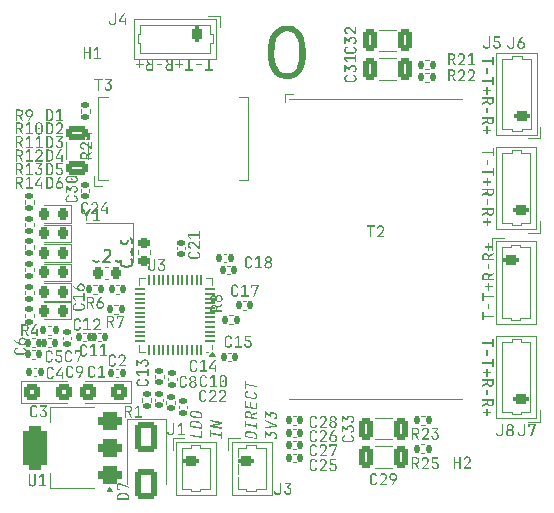
<source format=gbr>
%TF.GenerationSoftware,KiCad,Pcbnew,8.99.0-2194-gb3b7cbcab2*%
%TF.CreationDate,2024-09-01T21:43:51+08:00*%
%TF.ProjectId,switch,73776974-6368-42e6-9b69-6361645f7063,V2*%
%TF.SameCoordinates,Original*%
%TF.FileFunction,Legend,Top*%
%TF.FilePolarity,Positive*%
%FSLAX46Y46*%
G04 Gerber Fmt 4.6, Leading zero omitted, Abs format (unit mm)*
G04 Created by KiCad (PCBNEW 8.99.0-2194-gb3b7cbcab2) date 2024-09-01 21:43:51*
%MOMM*%
%LPD*%
G01*
G04 APERTURE LIST*
G04 Aperture macros list*
%AMRoundRect*
0 Rectangle with rounded corners*
0 $1 Rounding radius*
0 $2 $3 $4 $5 $6 $7 $8 $9 X,Y pos of 4 corners*
0 Add a 4 corners polygon primitive as box body*
4,1,4,$2,$3,$4,$5,$6,$7,$8,$9,$2,$3,0*
0 Add four circle primitives for the rounded corners*
1,1,$1+$1,$2,$3*
1,1,$1+$1,$4,$5*
1,1,$1+$1,$6,$7*
1,1,$1+$1,$8,$9*
0 Add four rect primitives between the rounded corners*
20,1,$1+$1,$2,$3,$4,$5,0*
20,1,$1+$1,$4,$5,$6,$7,0*
20,1,$1+$1,$6,$7,$8,$9,0*
20,1,$1+$1,$8,$9,$2,$3,0*%
G04 Aperture macros list end*
%ADD10C,0.100000*%
%ADD11C,0.150000*%
%ADD12C,0.120000*%
%ADD13RoundRect,0.135000X0.135000X0.185000X-0.135000X0.185000X-0.135000X-0.185000X0.135000X-0.185000X0*%
%ADD14RoundRect,0.218750X0.218750X0.256250X-0.218750X0.256250X-0.218750X-0.256250X0.218750X-0.256250X0*%
%ADD15RoundRect,0.140000X-0.140000X-0.170000X0.140000X-0.170000X0.140000X0.170000X-0.140000X0.170000X0*%
%ADD16RoundRect,0.200000X0.450000X-0.200000X0.450000X0.200000X-0.450000X0.200000X-0.450000X-0.200000X0*%
%ADD17O,1.300000X0.800000*%
%ADD18R,2.340000X0.640000*%
%ADD19RoundRect,0.135000X0.185000X-0.135000X0.185000X0.135000X-0.185000X0.135000X-0.185000X-0.135000X0*%
%ADD20R,0.640000X2.290000*%
%ADD21RoundRect,0.250000X0.325000X0.650000X-0.325000X0.650000X-0.325000X-0.650000X0.325000X-0.650000X0*%
%ADD22RoundRect,0.250000X0.450000X0.425000X-0.450000X0.425000X-0.450000X-0.425000X0.450000X-0.425000X0*%
%ADD23RoundRect,0.140000X0.140000X0.170000X-0.140000X0.170000X-0.140000X-0.170000X0.140000X-0.170000X0*%
%ADD24RoundRect,0.050000X0.350000X0.050000X-0.350000X0.050000X-0.350000X-0.050000X0.350000X-0.050000X0*%
%ADD25RoundRect,0.050000X0.050000X0.350000X-0.050000X0.350000X-0.050000X-0.350000X0.050000X-0.350000X0*%
%ADD26R,4.300000X4.300000*%
%ADD27RoundRect,0.140000X-0.170000X0.140000X-0.170000X-0.140000X0.170000X-0.140000X0.170000X0.140000X0*%
%ADD28RoundRect,0.225000X-0.225000X-0.250000X0.225000X-0.250000X0.225000X0.250000X-0.225000X0.250000X0*%
%ADD29C,3.200000*%
%ADD30RoundRect,0.200000X0.200000X0.450000X-0.200000X0.450000X-0.200000X-0.450000X0.200000X-0.450000X0*%
%ADD31O,0.800000X1.300000*%
%ADD32RoundRect,0.250000X-0.650000X0.325000X-0.650000X-0.325000X0.650000X-0.325000X0.650000X0.325000X0*%
%ADD33RoundRect,0.225000X0.250000X-0.225000X0.250000X0.225000X-0.250000X0.225000X-0.250000X-0.225000X0*%
%ADD34RoundRect,0.135000X-0.135000X-0.185000X0.135000X-0.185000X0.135000X0.185000X-0.135000X0.185000X0*%
%ADD35RoundRect,0.140000X0.170000X-0.140000X0.170000X0.140000X-0.170000X0.140000X-0.170000X-0.140000X0*%
%ADD36RoundRect,0.250000X-0.650000X1.000000X-0.650000X-1.000000X0.650000X-1.000000X0.650000X1.000000X0*%
%ADD37RoundRect,0.375000X0.625000X0.375000X-0.625000X0.375000X-0.625000X-0.375000X0.625000X-0.375000X0*%
%ADD38RoundRect,0.500000X0.500000X1.400000X-0.500000X1.400000X-0.500000X-1.400000X0.500000X-1.400000X0*%
%ADD39RoundRect,0.200000X-0.450000X0.200000X-0.450000X-0.200000X0.450000X-0.200000X0.450000X0.200000X0*%
%ADD40RoundRect,0.250000X-0.450000X-0.425000X0.450000X-0.425000X0.450000X0.425000X-0.450000X0.425000X0*%
%ADD41RoundRect,0.135000X-0.185000X0.135000X-0.185000X-0.135000X0.185000X-0.135000X0.185000X0.135000X0*%
%ADD42R,1.400000X1.200000*%
G04 APERTURE END LIST*
D10*
G36*
X127897594Y-79759130D02*
G01*
X127897594Y-80666308D01*
X128177618Y-80666308D01*
X128177618Y-80781103D01*
X127491601Y-80781103D01*
X127491601Y-80666308D01*
X127771625Y-80666308D01*
X127771625Y-79759130D01*
X127897594Y-79759130D01*
G37*
G36*
X127219392Y-80165122D02*
G01*
X127219392Y-80277108D01*
X126771390Y-80277108D01*
X126771390Y-80165122D01*
X127219392Y-80165122D01*
G37*
G36*
X126219157Y-79759130D02*
G01*
X126219157Y-80666308D01*
X126499181Y-80666308D01*
X126499181Y-80781103D01*
X125813164Y-80781103D01*
X125813164Y-80666308D01*
X126093188Y-80666308D01*
X126093188Y-79759130D01*
X126219157Y-79759130D01*
G37*
G36*
X125378534Y-79892120D02*
G01*
X125378534Y-80165122D01*
X125645980Y-80165122D01*
X125645980Y-80277108D01*
X125378534Y-80277108D01*
X125378534Y-80550110D01*
X125255374Y-80550110D01*
X125255374Y-80277108D01*
X124987990Y-80277108D01*
X124987990Y-80165122D01*
X125255374Y-80165122D01*
X125255374Y-79892120D01*
X125378534Y-79892120D01*
G37*
G36*
X124473553Y-80193149D02*
G01*
X124642935Y-80193149D01*
X124642935Y-79759130D01*
X124767560Y-79759130D01*
X124767560Y-80781103D01*
X124452548Y-80781103D01*
X124392831Y-80776744D01*
X124340018Y-80764215D01*
X124292997Y-80743978D01*
X124250385Y-80715847D01*
X124215137Y-80681713D01*
X124186568Y-80641090D01*
X124165950Y-80595858D01*
X124153206Y-80544929D01*
X124148771Y-80487156D01*
X124278953Y-80487156D01*
X124284658Y-80540278D01*
X124300697Y-80583386D01*
X124326580Y-80618681D01*
X124361032Y-80645532D01*
X124402354Y-80661935D01*
X124452548Y-80667713D01*
X124642935Y-80667713D01*
X124642935Y-80306539D01*
X124452548Y-80306539D01*
X124402404Y-80312383D01*
X124361083Y-80328995D01*
X124326580Y-80356242D01*
X124300609Y-80391959D01*
X124284610Y-80434921D01*
X124278953Y-80487156D01*
X124148771Y-80487156D01*
X124154978Y-80419796D01*
X124172828Y-80361088D01*
X124201955Y-80309348D01*
X124241325Y-80264843D01*
X124288102Y-80230520D01*
X124343372Y-80205728D01*
X124134727Y-79759130D01*
X124273335Y-79759130D01*
X124473553Y-80193149D01*
G37*
G36*
X123862519Y-80165122D02*
G01*
X123862519Y-80277108D01*
X123414516Y-80277108D01*
X123414516Y-80165122D01*
X123862519Y-80165122D01*
G37*
G36*
X122795116Y-80193149D02*
G01*
X122964499Y-80193149D01*
X122964499Y-79759130D01*
X123089124Y-79759130D01*
X123089124Y-80781103D01*
X122774111Y-80781103D01*
X122714394Y-80776744D01*
X122661581Y-80764215D01*
X122614560Y-80743978D01*
X122571948Y-80715847D01*
X122536700Y-80681713D01*
X122508131Y-80641090D01*
X122487513Y-80595858D01*
X122474769Y-80544929D01*
X122470334Y-80487156D01*
X122600516Y-80487156D01*
X122606221Y-80540278D01*
X122622260Y-80583386D01*
X122648143Y-80618681D01*
X122682596Y-80645532D01*
X122723917Y-80661935D01*
X122774111Y-80667713D01*
X122964499Y-80667713D01*
X122964499Y-80306539D01*
X122774111Y-80306539D01*
X122723967Y-80312383D01*
X122682646Y-80328995D01*
X122648143Y-80356242D01*
X122622172Y-80391959D01*
X122606173Y-80434921D01*
X122600516Y-80487156D01*
X122470334Y-80487156D01*
X122476541Y-80419796D01*
X122494391Y-80361088D01*
X122523518Y-80309348D01*
X122562888Y-80264843D01*
X122609665Y-80230520D01*
X122664935Y-80205728D01*
X122456290Y-79759130D01*
X122594898Y-79759130D01*
X122795116Y-80193149D01*
G37*
G36*
X122021660Y-79892120D02*
G01*
X122021660Y-80165122D01*
X122289106Y-80165122D01*
X122289106Y-80277108D01*
X122021660Y-80277108D01*
X122021660Y-80550110D01*
X121898501Y-80550110D01*
X121898501Y-80277108D01*
X121631116Y-80277108D01*
X121631116Y-80165122D01*
X121898501Y-80165122D01*
X121898501Y-79892120D01*
X122021660Y-79892120D01*
G37*
G36*
X150920000Y-79887021D02*
G01*
X151827178Y-79887021D01*
X151827178Y-79606997D01*
X151941973Y-79606997D01*
X151941973Y-80293014D01*
X151827178Y-80293014D01*
X151827178Y-80012990D01*
X150920000Y-80012990D01*
X150920000Y-79887021D01*
G37*
G36*
X151325992Y-80565223D02*
G01*
X151437978Y-80565223D01*
X151437978Y-81013225D01*
X151325992Y-81013225D01*
X151325992Y-80565223D01*
G37*
G36*
X150920000Y-81565458D02*
G01*
X151827178Y-81565458D01*
X151827178Y-81285434D01*
X151941973Y-81285434D01*
X151941973Y-81971451D01*
X151827178Y-81971451D01*
X151827178Y-81691427D01*
X150920000Y-81691427D01*
X150920000Y-81565458D01*
G37*
G36*
X151052990Y-82406081D02*
G01*
X151325992Y-82406081D01*
X151325992Y-82138635D01*
X151437978Y-82138635D01*
X151437978Y-82406081D01*
X151710980Y-82406081D01*
X151710980Y-82529241D01*
X151437978Y-82529241D01*
X151437978Y-82796625D01*
X151325992Y-82796625D01*
X151325992Y-82529241D01*
X151052990Y-82529241D01*
X151052990Y-82406081D01*
G37*
G36*
X151941973Y-83332067D02*
G01*
X151937614Y-83391784D01*
X151925085Y-83444597D01*
X151904848Y-83491618D01*
X151876717Y-83534230D01*
X151842583Y-83569478D01*
X151801960Y-83598047D01*
X151756728Y-83618665D01*
X151705799Y-83631409D01*
X151648026Y-83635844D01*
X151580666Y-83629637D01*
X151521958Y-83611787D01*
X151470218Y-83582660D01*
X151425713Y-83543290D01*
X151391390Y-83496513D01*
X151366598Y-83441243D01*
X150920000Y-83649888D01*
X150920000Y-83511280D01*
X151308486Y-83332067D01*
X151467409Y-83332067D01*
X151473253Y-83382211D01*
X151489865Y-83423532D01*
X151517112Y-83458035D01*
X151552829Y-83484006D01*
X151595791Y-83500005D01*
X151648026Y-83505662D01*
X151701148Y-83499957D01*
X151744256Y-83483918D01*
X151779551Y-83458035D01*
X151806402Y-83423583D01*
X151822805Y-83382261D01*
X151828583Y-83332067D01*
X151828583Y-83141680D01*
X151467409Y-83141680D01*
X151467409Y-83332067D01*
X151308486Y-83332067D01*
X151354019Y-83311062D01*
X151354019Y-83141680D01*
X150920000Y-83141680D01*
X150920000Y-83017055D01*
X151941973Y-83017055D01*
X151941973Y-83332067D01*
G37*
G36*
X151325992Y-83922096D02*
G01*
X151437978Y-83922096D01*
X151437978Y-84370099D01*
X151325992Y-84370099D01*
X151325992Y-83922096D01*
G37*
G36*
X151941973Y-85010504D02*
G01*
X151937614Y-85070221D01*
X151925085Y-85123034D01*
X151904848Y-85170055D01*
X151876717Y-85212667D01*
X151842583Y-85247915D01*
X151801960Y-85276484D01*
X151756728Y-85297102D01*
X151705799Y-85309846D01*
X151648026Y-85314281D01*
X151580666Y-85308074D01*
X151521958Y-85290224D01*
X151470218Y-85261097D01*
X151425713Y-85221727D01*
X151391390Y-85174950D01*
X151366598Y-85119680D01*
X150920000Y-85328325D01*
X150920000Y-85189717D01*
X151308486Y-85010504D01*
X151467409Y-85010504D01*
X151473253Y-85060648D01*
X151489865Y-85101969D01*
X151517112Y-85136472D01*
X151552829Y-85162443D01*
X151595791Y-85178442D01*
X151648026Y-85184099D01*
X151701148Y-85178394D01*
X151744256Y-85162355D01*
X151779551Y-85136472D01*
X151806402Y-85102019D01*
X151822805Y-85060698D01*
X151828583Y-85010504D01*
X151828583Y-84820116D01*
X151467409Y-84820116D01*
X151467409Y-85010504D01*
X151308486Y-85010504D01*
X151354019Y-84989499D01*
X151354019Y-84820116D01*
X150920000Y-84820116D01*
X150920000Y-84695491D01*
X151941973Y-84695491D01*
X151941973Y-85010504D01*
G37*
G36*
X151052990Y-85762955D02*
G01*
X151325992Y-85762955D01*
X151325992Y-85495509D01*
X151437978Y-85495509D01*
X151437978Y-85762955D01*
X151710980Y-85762955D01*
X151710980Y-85886114D01*
X151437978Y-85886114D01*
X151437978Y-86153499D01*
X151325992Y-86153499D01*
X151325992Y-85886114D01*
X151052990Y-85886114D01*
X151052990Y-85762955D01*
G37*
G36*
X150920000Y-103767021D02*
G01*
X151827178Y-103767021D01*
X151827178Y-103486997D01*
X151941973Y-103486997D01*
X151941973Y-104173014D01*
X151827178Y-104173014D01*
X151827178Y-103892990D01*
X150920000Y-103892990D01*
X150920000Y-103767021D01*
G37*
G36*
X151325992Y-104445223D02*
G01*
X151437978Y-104445223D01*
X151437978Y-104893225D01*
X151325992Y-104893225D01*
X151325992Y-104445223D01*
G37*
G36*
X150920000Y-105445458D02*
G01*
X151827178Y-105445458D01*
X151827178Y-105165434D01*
X151941973Y-105165434D01*
X151941973Y-105851451D01*
X151827178Y-105851451D01*
X151827178Y-105571427D01*
X150920000Y-105571427D01*
X150920000Y-105445458D01*
G37*
G36*
X151052990Y-106286081D02*
G01*
X151325992Y-106286081D01*
X151325992Y-106018635D01*
X151437978Y-106018635D01*
X151437978Y-106286081D01*
X151710980Y-106286081D01*
X151710980Y-106409241D01*
X151437978Y-106409241D01*
X151437978Y-106676625D01*
X151325992Y-106676625D01*
X151325992Y-106409241D01*
X151052990Y-106409241D01*
X151052990Y-106286081D01*
G37*
G36*
X151941973Y-107212067D02*
G01*
X151937614Y-107271784D01*
X151925085Y-107324597D01*
X151904848Y-107371618D01*
X151876717Y-107414230D01*
X151842583Y-107449478D01*
X151801960Y-107478047D01*
X151756728Y-107498665D01*
X151705799Y-107511409D01*
X151648026Y-107515844D01*
X151580666Y-107509637D01*
X151521958Y-107491787D01*
X151470218Y-107462660D01*
X151425713Y-107423290D01*
X151391390Y-107376513D01*
X151366598Y-107321243D01*
X150920000Y-107529888D01*
X150920000Y-107391280D01*
X151308486Y-107212067D01*
X151467409Y-107212067D01*
X151473253Y-107262211D01*
X151489865Y-107303532D01*
X151517112Y-107338035D01*
X151552829Y-107364006D01*
X151595791Y-107380005D01*
X151648026Y-107385662D01*
X151701148Y-107379957D01*
X151744256Y-107363918D01*
X151779551Y-107338035D01*
X151806402Y-107303583D01*
X151822805Y-107262261D01*
X151828583Y-107212067D01*
X151828583Y-107021680D01*
X151467409Y-107021680D01*
X151467409Y-107212067D01*
X151308486Y-107212067D01*
X151354019Y-107191062D01*
X151354019Y-107021680D01*
X150920000Y-107021680D01*
X150920000Y-106897055D01*
X151941973Y-106897055D01*
X151941973Y-107212067D01*
G37*
G36*
X151325992Y-107802096D02*
G01*
X151437978Y-107802096D01*
X151437978Y-108250099D01*
X151325992Y-108250099D01*
X151325992Y-107802096D01*
G37*
G36*
X151941973Y-108890504D02*
G01*
X151937614Y-108950221D01*
X151925085Y-109003034D01*
X151904848Y-109050055D01*
X151876717Y-109092667D01*
X151842583Y-109127915D01*
X151801960Y-109156484D01*
X151756728Y-109177102D01*
X151705799Y-109189846D01*
X151648026Y-109194281D01*
X151580666Y-109188074D01*
X151521958Y-109170224D01*
X151470218Y-109141097D01*
X151425713Y-109101727D01*
X151391390Y-109054950D01*
X151366598Y-108999680D01*
X150920000Y-109208325D01*
X150920000Y-109069717D01*
X151308486Y-108890504D01*
X151467409Y-108890504D01*
X151473253Y-108940648D01*
X151489865Y-108981969D01*
X151517112Y-109016472D01*
X151552829Y-109042443D01*
X151595791Y-109058442D01*
X151648026Y-109064099D01*
X151701148Y-109058394D01*
X151744256Y-109042355D01*
X151779551Y-109016472D01*
X151806402Y-108982019D01*
X151822805Y-108940698D01*
X151828583Y-108890504D01*
X151828583Y-108700116D01*
X151467409Y-108700116D01*
X151467409Y-108890504D01*
X151308486Y-108890504D01*
X151354019Y-108869499D01*
X151354019Y-108700116D01*
X150920000Y-108700116D01*
X150920000Y-108575491D01*
X151941973Y-108575491D01*
X151941973Y-108890504D01*
G37*
G36*
X151052990Y-109642955D02*
G01*
X151325992Y-109642955D01*
X151325992Y-109375509D01*
X151437978Y-109375509D01*
X151437978Y-109642955D01*
X151710980Y-109642955D01*
X151710980Y-109766114D01*
X151437978Y-109766114D01*
X151437978Y-110033499D01*
X151325992Y-110033499D01*
X151325992Y-109766114D01*
X151052990Y-109766114D01*
X151052990Y-109642955D01*
G37*
G36*
X131184612Y-111281428D02*
G01*
X131592009Y-111345786D01*
X131652842Y-111359551D01*
X131706885Y-111381284D01*
X131755102Y-111410877D01*
X131797819Y-111447997D01*
X131833380Y-111490973D01*
X131862203Y-111540387D01*
X131882862Y-111593847D01*
X131895598Y-111652793D01*
X131900000Y-111718196D01*
X131900000Y-111982772D01*
X130878026Y-111820411D01*
X130878026Y-111573970D01*
X130990012Y-111573970D01*
X130990012Y-111712578D01*
X131788014Y-111838607D01*
X131788014Y-111700000D01*
X131781919Y-111640315D01*
X131764538Y-111589872D01*
X131736235Y-111546737D01*
X131698112Y-111511985D01*
X131650733Y-111486977D01*
X131592009Y-111471816D01*
X131184612Y-111407397D01*
X131125145Y-111404042D01*
X131078710Y-111414405D01*
X131041791Y-111436828D01*
X131014096Y-111470110D01*
X130996479Y-111514619D01*
X130990012Y-111573970D01*
X130878026Y-111573970D01*
X130878026Y-111555774D01*
X130882631Y-111490424D01*
X130895537Y-111435753D01*
X130915823Y-111389933D01*
X130944727Y-111349455D01*
X130979954Y-111317995D01*
X131022252Y-111294678D01*
X131068781Y-111280820D01*
X131122344Y-111276023D01*
X131184612Y-111281428D01*
G37*
G36*
X131900000Y-111125357D02*
G01*
X131785205Y-111107161D01*
X131785205Y-110898578D01*
X130992821Y-110772609D01*
X130992821Y-110981193D01*
X130878026Y-110962997D01*
X130878026Y-110416992D01*
X130992821Y-110435188D01*
X130992821Y-110643771D01*
X131785205Y-110769801D01*
X131785205Y-110561156D01*
X131900000Y-110579352D01*
X131900000Y-111125357D01*
G37*
G36*
X131171973Y-109569347D02*
G01*
X131237806Y-109584356D01*
X131295970Y-109609770D01*
X131347705Y-109645673D01*
X131391701Y-109690792D01*
X131426858Y-109744276D01*
X131453401Y-109807362D01*
X131900000Y-109670158D01*
X131900000Y-109804553D01*
X131465980Y-109936139D01*
X131465980Y-110109734D01*
X131900000Y-110178367D01*
X131900000Y-110302991D01*
X130878026Y-110140570D01*
X130878026Y-109843754D01*
X130991416Y-109843754D01*
X130991416Y-110034141D01*
X131352590Y-110091538D01*
X131352590Y-109901151D01*
X131346912Y-109850793D01*
X131330409Y-109806728D01*
X131302887Y-109767489D01*
X131266752Y-109735701D01*
X131223610Y-109713106D01*
X131171973Y-109699590D01*
X131117981Y-109696393D01*
X131075120Y-109705490D01*
X131040448Y-109725479D01*
X131013879Y-109755272D01*
X130997373Y-109793779D01*
X130991416Y-109843754D01*
X130878026Y-109843754D01*
X130878026Y-109825558D01*
X130882498Y-109765865D01*
X130895120Y-109715302D01*
X130915151Y-109672295D01*
X130943265Y-109634401D01*
X130977322Y-109604770D01*
X131018039Y-109582658D01*
X131062645Y-109569374D01*
X131113471Y-109564613D01*
X131171973Y-109569347D01*
G37*
G36*
X131900000Y-109453942D02*
G01*
X130878026Y-109291521D01*
X130878026Y-108703567D01*
X130992821Y-108721763D01*
X130992821Y-109185153D01*
X131309176Y-109235528D01*
X131309176Y-108821170D01*
X131422627Y-108839366D01*
X131422627Y-109253724D01*
X131785205Y-109311121D01*
X131785205Y-108847732D01*
X131900000Y-108865928D01*
X131900000Y-109453942D01*
G37*
G36*
X131913982Y-108326334D02*
G01*
X131909639Y-108387074D01*
X131897465Y-108437830D01*
X131878323Y-108480329D01*
X131850995Y-108517618D01*
X131817206Y-108546798D01*
X131776107Y-108568562D01*
X131731051Y-108581433D01*
X131679497Y-108585963D01*
X131619975Y-108581140D01*
X131157990Y-108508356D01*
X131089320Y-108491437D01*
X131031242Y-108466597D01*
X130982183Y-108434247D01*
X130940980Y-108394234D01*
X130908149Y-108347237D01*
X130884209Y-108293377D01*
X130869241Y-108231397D01*
X130863982Y-108159699D01*
X130868443Y-108100962D01*
X130881053Y-108051077D01*
X130901107Y-108008513D01*
X130929173Y-107971079D01*
X130963225Y-107941674D01*
X131003995Y-107919609D01*
X131048641Y-107906323D01*
X131099488Y-107901563D01*
X131157990Y-107906297D01*
X131157990Y-108032327D01*
X131103949Y-108029891D01*
X131061036Y-108039222D01*
X131026404Y-108058949D01*
X130999927Y-108088373D01*
X130983381Y-108127032D01*
X130977372Y-108177896D01*
X130983050Y-108230167D01*
X130999407Y-108275143D01*
X131026404Y-108314427D01*
X131062133Y-108346109D01*
X131105447Y-108368735D01*
X131157990Y-108382327D01*
X131619975Y-108455111D01*
X131674018Y-108457583D01*
X131716953Y-108448273D01*
X131751622Y-108428550D01*
X131777990Y-108399094D01*
X131794552Y-108360000D01*
X131800593Y-108308138D01*
X131794906Y-108255880D01*
X131778557Y-108211165D01*
X131751622Y-108172339D01*
X131715910Y-108141087D01*
X131672576Y-108118671D01*
X131619975Y-108105111D01*
X131619975Y-107979143D01*
X131688596Y-107995455D01*
X131746644Y-108019967D01*
X131795718Y-108052264D01*
X131836985Y-108092533D01*
X131869894Y-108139872D01*
X131893829Y-108193767D01*
X131908753Y-108255415D01*
X131913982Y-108326334D01*
G37*
G36*
X131900000Y-107558496D02*
G01*
X130992821Y-107414331D01*
X130992821Y-107694295D01*
X130878026Y-107676099D01*
X130878026Y-106990081D01*
X130992821Y-107008278D01*
X130992821Y-107288302D01*
X131900000Y-107432527D01*
X131900000Y-107558496D01*
G37*
G36*
X133593982Y-111709769D02*
G01*
X133588331Y-111780278D01*
X133572651Y-111837415D01*
X133548127Y-111883758D01*
X133514909Y-111921222D01*
X133473650Y-111949495D01*
X133425391Y-111967232D01*
X133368293Y-111974172D01*
X133299975Y-111968789D01*
X133299975Y-111842821D01*
X133354864Y-111845812D01*
X133398189Y-111836236D01*
X133433026Y-111815526D01*
X133459342Y-111784724D01*
X133475940Y-111744014D01*
X133481997Y-111690230D01*
X133476289Y-111636047D01*
X133459909Y-111589713D01*
X133433026Y-111549546D01*
X133397145Y-111516959D01*
X133353356Y-111493376D01*
X133299975Y-111478777D01*
X133230000Y-111467602D01*
X133175164Y-111464698D01*
X133131865Y-111474506D01*
X133097009Y-111495629D01*
X133070638Y-111526804D01*
X133054027Y-111567762D01*
X133047978Y-111621598D01*
X133047978Y-111732178D01*
X132938801Y-111713982D01*
X132672821Y-111424188D01*
X132672821Y-111841416D01*
X132558026Y-111823220D01*
X132558026Y-111260423D01*
X132675629Y-111280024D01*
X132976598Y-111606210D01*
X132935992Y-111600593D01*
X132941648Y-111530087D01*
X132957340Y-111472964D01*
X132981882Y-111426641D01*
X133015127Y-111389200D01*
X133056357Y-111360926D01*
X133104595Y-111343178D01*
X133161682Y-111336218D01*
X133230000Y-111341573D01*
X133299975Y-111352808D01*
X133368404Y-111369247D01*
X133426397Y-111394232D01*
X133475545Y-111427393D01*
X133516985Y-111469007D01*
X133549825Y-111517667D01*
X133573776Y-111573144D01*
X133588736Y-111636664D01*
X133593982Y-111709769D01*
G37*
G36*
X133580000Y-110939183D02*
G01*
X132558026Y-111039994D01*
X132558026Y-110912561D01*
X133252409Y-110849607D01*
X133387536Y-110839105D01*
X133481997Y-110835563D01*
X133387536Y-110804117D01*
X133252409Y-110753009D01*
X132558026Y-110470176D01*
X132558026Y-110339994D01*
X133580000Y-110766992D01*
X133580000Y-110939183D01*
G37*
G36*
X133593982Y-110031332D02*
G01*
X133588331Y-110101841D01*
X133572651Y-110158978D01*
X133548127Y-110205321D01*
X133514909Y-110242786D01*
X133473650Y-110271058D01*
X133425391Y-110288795D01*
X133368293Y-110295735D01*
X133299975Y-110290352D01*
X133299975Y-110164384D01*
X133354864Y-110167375D01*
X133398189Y-110157799D01*
X133433026Y-110137090D01*
X133459342Y-110106288D01*
X133475940Y-110065577D01*
X133481997Y-110011793D01*
X133476289Y-109957610D01*
X133459909Y-109911276D01*
X133433026Y-109871109D01*
X133397145Y-109838522D01*
X133353356Y-109814939D01*
X133299975Y-109800340D01*
X133230000Y-109789166D01*
X133175164Y-109786262D01*
X133131865Y-109796070D01*
X133097009Y-109817192D01*
X133070638Y-109848368D01*
X133054027Y-109889325D01*
X133047978Y-109943161D01*
X133047978Y-110053742D01*
X132938801Y-110035546D01*
X132672821Y-109745751D01*
X132672821Y-110162979D01*
X132558026Y-110144783D01*
X132558026Y-109581987D01*
X132675629Y-109601587D01*
X132976598Y-109927773D01*
X132935992Y-109922156D01*
X132941648Y-109851651D01*
X132957340Y-109794527D01*
X132981882Y-109748204D01*
X133015127Y-109710764D01*
X133056357Y-109682490D01*
X133104595Y-109664741D01*
X133161682Y-109657781D01*
X133230000Y-109663136D01*
X133299975Y-109674371D01*
X133368404Y-109690811D01*
X133426397Y-109715795D01*
X133475545Y-109748957D01*
X133516985Y-109790570D01*
X133549825Y-109839230D01*
X133573776Y-109894707D01*
X133588736Y-109958227D01*
X133593982Y-110031332D01*
G37*
G36*
X127250000Y-111879588D02*
G01*
X126228026Y-111717227D01*
X126228026Y-111591198D01*
X127135205Y-111735423D01*
X127135205Y-111273377D01*
X127250000Y-111291573D01*
X127250000Y-111879588D01*
G37*
G36*
X126534612Y-110392210D02*
G01*
X126942009Y-110456568D01*
X127002842Y-110470333D01*
X127056885Y-110492066D01*
X127105102Y-110521659D01*
X127147819Y-110558778D01*
X127183380Y-110601754D01*
X127212203Y-110651168D01*
X127232862Y-110704628D01*
X127245598Y-110763575D01*
X127250000Y-110828977D01*
X127250000Y-111093553D01*
X126228026Y-110931193D01*
X126228026Y-110684752D01*
X126340012Y-110684752D01*
X126340012Y-110823360D01*
X127138014Y-110949389D01*
X127138014Y-110810781D01*
X127131919Y-110751097D01*
X127114538Y-110700654D01*
X127086235Y-110657519D01*
X127048112Y-110622767D01*
X127000733Y-110597759D01*
X126942009Y-110582597D01*
X126534612Y-110518178D01*
X126475145Y-110514823D01*
X126428710Y-110525186D01*
X126391791Y-110547609D01*
X126364096Y-110580891D01*
X126346479Y-110625401D01*
X126340012Y-110684752D01*
X126228026Y-110684752D01*
X126228026Y-110666556D01*
X126232631Y-110601206D01*
X126245537Y-110546535D01*
X126265823Y-110500715D01*
X126294727Y-110460237D01*
X126329954Y-110428777D01*
X126372252Y-110405460D01*
X126418781Y-110391602D01*
X126472344Y-110386804D01*
X126534612Y-110392210D01*
G37*
G36*
X126506585Y-109548778D02*
G01*
X126969975Y-109621563D01*
X127038642Y-109637845D01*
X127096703Y-109662243D01*
X127145759Y-109694333D01*
X127186985Y-109734281D01*
X127219929Y-109781309D01*
X127243860Y-109834759D01*
X127258764Y-109895805D01*
X127263982Y-109965945D01*
X127259563Y-110022822D01*
X127247007Y-110071611D01*
X127226919Y-110113712D01*
X127198833Y-110150643D01*
X127164554Y-110179828D01*
X127123299Y-110201884D01*
X127078228Y-110215202D01*
X127027565Y-110219904D01*
X126969975Y-110215134D01*
X126507990Y-110142349D01*
X126439269Y-110125463D01*
X126381177Y-110100747D01*
X126332138Y-110068623D01*
X126290980Y-110028960D01*
X126258006Y-109982273D01*
X126234081Y-109929273D01*
X126219192Y-109868800D01*
X126215348Y-109817568D01*
X126327372Y-109817568D01*
X126332915Y-109869897D01*
X126348673Y-109913611D01*
X126374328Y-109950558D01*
X126408623Y-109979965D01*
X126452447Y-110002044D01*
X126507990Y-110016381D01*
X126969975Y-110089166D01*
X127027091Y-110092631D01*
X127070467Y-110084272D01*
X127103698Y-110066085D01*
X127128765Y-110038040D01*
X127144711Y-109999743D01*
X127150593Y-109947749D01*
X127145024Y-109894472D01*
X127129255Y-109850324D01*
X127103698Y-109813354D01*
X127069400Y-109783956D01*
X127025558Y-109761896D01*
X126969975Y-109747592D01*
X126507990Y-109674747D01*
X126450920Y-109671288D01*
X126407563Y-109679665D01*
X126374328Y-109697889D01*
X126349294Y-109725937D01*
X126333297Y-109764623D01*
X126327372Y-109817568D01*
X126215348Y-109817568D01*
X126213982Y-109799371D01*
X126218448Y-109741551D01*
X126231058Y-109692611D01*
X126251107Y-109650994D01*
X126279058Y-109614383D01*
X126313104Y-109585162D01*
X126353995Y-109562761D01*
X126398666Y-109549052D01*
X126449064Y-109544096D01*
X126506585Y-109548778D01*
G37*
G36*
X128930000Y-111914576D02*
G01*
X128815205Y-111896379D01*
X128815205Y-111687796D01*
X128022821Y-111561828D01*
X128022821Y-111770411D01*
X127908026Y-111752215D01*
X127908026Y-111206210D01*
X128022821Y-111224406D01*
X128022821Y-111432990D01*
X128815205Y-111559019D01*
X128815205Y-111350375D01*
X128930000Y-111368571D01*
X128930000Y-111914576D01*
G37*
G36*
X128930000Y-111096362D02*
G01*
X127908026Y-110934002D01*
X127908026Y-110767367D01*
X128783026Y-110592367D01*
X128696931Y-110585406D01*
X128589098Y-110574232D01*
X128481997Y-110558784D01*
X127908026Y-110467803D01*
X127908026Y-110345987D01*
X128930000Y-110508408D01*
X128930000Y-110674982D01*
X128055000Y-110848578D01*
X128139691Y-110856271D01*
X128247524Y-110868178D01*
X128356029Y-110883565D01*
X128930000Y-110974607D01*
X128930000Y-111096362D01*
G37*
G36*
X151985484Y-101636724D02*
G01*
X151078305Y-101636724D01*
X151078305Y-101916748D01*
X150963510Y-101916748D01*
X150963510Y-101230731D01*
X151078305Y-101230731D01*
X151078305Y-101510755D01*
X151985484Y-101510755D01*
X151985484Y-101636724D01*
G37*
G36*
X151579491Y-100958522D02*
G01*
X151467505Y-100958522D01*
X151467505Y-100510520D01*
X151579491Y-100510520D01*
X151579491Y-100958522D01*
G37*
G36*
X151985484Y-99958287D02*
G01*
X151078305Y-99958287D01*
X151078305Y-100238311D01*
X150963510Y-100238311D01*
X150963510Y-99552294D01*
X151078305Y-99552294D01*
X151078305Y-99832318D01*
X151985484Y-99832318D01*
X151985484Y-99958287D01*
G37*
G36*
X151852493Y-99117664D02*
G01*
X151579491Y-99117664D01*
X151579491Y-99385110D01*
X151467505Y-99385110D01*
X151467505Y-99117664D01*
X151194503Y-99117664D01*
X151194503Y-98994504D01*
X151467505Y-98994504D01*
X151467505Y-98727120D01*
X151579491Y-98727120D01*
X151579491Y-98994504D01*
X151852493Y-98994504D01*
X151852493Y-99117664D01*
G37*
G36*
X151985484Y-98012465D02*
G01*
X151551464Y-98212683D01*
X151551464Y-98382065D01*
X151985484Y-98382065D01*
X151985484Y-98506690D01*
X150963510Y-98506690D01*
X150963510Y-98191678D01*
X151076900Y-98191678D01*
X151076900Y-98382065D01*
X151438074Y-98382065D01*
X151438074Y-98191678D01*
X151432230Y-98141534D01*
X151415618Y-98100213D01*
X151388371Y-98065710D01*
X151352654Y-98039739D01*
X151309692Y-98023740D01*
X151257457Y-98018083D01*
X151204335Y-98023788D01*
X151161227Y-98039827D01*
X151125932Y-98065710D01*
X151099081Y-98100162D01*
X151082678Y-98141484D01*
X151076900Y-98191678D01*
X150963510Y-98191678D01*
X150967869Y-98131961D01*
X150980398Y-98079148D01*
X151000635Y-98032127D01*
X151028766Y-97989515D01*
X151062900Y-97954267D01*
X151103523Y-97925698D01*
X151148755Y-97905080D01*
X151199684Y-97892336D01*
X151257457Y-97887901D01*
X151324817Y-97894108D01*
X151383525Y-97911958D01*
X151435265Y-97941085D01*
X151479770Y-97980455D01*
X151514093Y-98027232D01*
X151538885Y-98082502D01*
X151985484Y-97873857D01*
X151985484Y-98012465D01*
G37*
G36*
X151579491Y-97601649D02*
G01*
X151467505Y-97601649D01*
X151467505Y-97153646D01*
X151579491Y-97153646D01*
X151579491Y-97601649D01*
G37*
G36*
X151985484Y-96334028D02*
G01*
X151551464Y-96534246D01*
X151551464Y-96703629D01*
X151985484Y-96703629D01*
X151985484Y-96828254D01*
X150963510Y-96828254D01*
X150963510Y-96513241D01*
X151076900Y-96513241D01*
X151076900Y-96703629D01*
X151438074Y-96703629D01*
X151438074Y-96513241D01*
X151432230Y-96463097D01*
X151415618Y-96421776D01*
X151388371Y-96387273D01*
X151352654Y-96361302D01*
X151309692Y-96345303D01*
X151257457Y-96339646D01*
X151204335Y-96345351D01*
X151161227Y-96361390D01*
X151125932Y-96387273D01*
X151099081Y-96421726D01*
X151082678Y-96463047D01*
X151076900Y-96513241D01*
X150963510Y-96513241D01*
X150967869Y-96453524D01*
X150980398Y-96400711D01*
X151000635Y-96353690D01*
X151028766Y-96311078D01*
X151062900Y-96275830D01*
X151103523Y-96247261D01*
X151148755Y-96226643D01*
X151199684Y-96213899D01*
X151257457Y-96209464D01*
X151324817Y-96215671D01*
X151383525Y-96233521D01*
X151435265Y-96262648D01*
X151479770Y-96302018D01*
X151514093Y-96348795D01*
X151538885Y-96404065D01*
X151985484Y-96195420D01*
X151985484Y-96334028D01*
G37*
G36*
X151852493Y-95760790D02*
G01*
X151579491Y-95760790D01*
X151579491Y-96028236D01*
X151467505Y-96028236D01*
X151467505Y-95760790D01*
X151194503Y-95760790D01*
X151194503Y-95637631D01*
X151467505Y-95637631D01*
X151467505Y-95370246D01*
X151579491Y-95370246D01*
X151579491Y-95637631D01*
X151852493Y-95637631D01*
X151852493Y-95760790D01*
G37*
G36*
X150930000Y-87627021D02*
G01*
X151837178Y-87627021D01*
X151837178Y-87346997D01*
X151951973Y-87346997D01*
X151951973Y-88033014D01*
X151837178Y-88033014D01*
X151837178Y-87752990D01*
X150930000Y-87752990D01*
X150930000Y-87627021D01*
G37*
G36*
X151335992Y-88305223D02*
G01*
X151447978Y-88305223D01*
X151447978Y-88753225D01*
X151335992Y-88753225D01*
X151335992Y-88305223D01*
G37*
G36*
X150930000Y-89305458D02*
G01*
X151837178Y-89305458D01*
X151837178Y-89025434D01*
X151951973Y-89025434D01*
X151951973Y-89711451D01*
X151837178Y-89711451D01*
X151837178Y-89431427D01*
X150930000Y-89431427D01*
X150930000Y-89305458D01*
G37*
G36*
X151062990Y-90146081D02*
G01*
X151335992Y-90146081D01*
X151335992Y-89878635D01*
X151447978Y-89878635D01*
X151447978Y-90146081D01*
X151720980Y-90146081D01*
X151720980Y-90269241D01*
X151447978Y-90269241D01*
X151447978Y-90536625D01*
X151335992Y-90536625D01*
X151335992Y-90269241D01*
X151062990Y-90269241D01*
X151062990Y-90146081D01*
G37*
G36*
X151951973Y-91072067D02*
G01*
X151947614Y-91131784D01*
X151935085Y-91184597D01*
X151914848Y-91231618D01*
X151886717Y-91274230D01*
X151852583Y-91309478D01*
X151811960Y-91338047D01*
X151766728Y-91358665D01*
X151715799Y-91371409D01*
X151658026Y-91375844D01*
X151590666Y-91369637D01*
X151531958Y-91351787D01*
X151480218Y-91322660D01*
X151435713Y-91283290D01*
X151401390Y-91236513D01*
X151376598Y-91181243D01*
X150930000Y-91389888D01*
X150930000Y-91251280D01*
X151318486Y-91072067D01*
X151477409Y-91072067D01*
X151483253Y-91122211D01*
X151499865Y-91163532D01*
X151527112Y-91198035D01*
X151562829Y-91224006D01*
X151605791Y-91240005D01*
X151658026Y-91245662D01*
X151711148Y-91239957D01*
X151754256Y-91223918D01*
X151789551Y-91198035D01*
X151816402Y-91163583D01*
X151832805Y-91122261D01*
X151838583Y-91072067D01*
X151838583Y-90881680D01*
X151477409Y-90881680D01*
X151477409Y-91072067D01*
X151318486Y-91072067D01*
X151364019Y-91051062D01*
X151364019Y-90881680D01*
X150930000Y-90881680D01*
X150930000Y-90757055D01*
X151951973Y-90757055D01*
X151951973Y-91072067D01*
G37*
G36*
X151335992Y-91662096D02*
G01*
X151447978Y-91662096D01*
X151447978Y-92110099D01*
X151335992Y-92110099D01*
X151335992Y-91662096D01*
G37*
G36*
X151951973Y-92750504D02*
G01*
X151947614Y-92810221D01*
X151935085Y-92863034D01*
X151914848Y-92910055D01*
X151886717Y-92952667D01*
X151852583Y-92987915D01*
X151811960Y-93016484D01*
X151766728Y-93037102D01*
X151715799Y-93049846D01*
X151658026Y-93054281D01*
X151590666Y-93048074D01*
X151531958Y-93030224D01*
X151480218Y-93001097D01*
X151435713Y-92961727D01*
X151401390Y-92914950D01*
X151376598Y-92859680D01*
X150930000Y-93068325D01*
X150930000Y-92929717D01*
X151318486Y-92750504D01*
X151477409Y-92750504D01*
X151483253Y-92800648D01*
X151499865Y-92841969D01*
X151527112Y-92876472D01*
X151562829Y-92902443D01*
X151605791Y-92918442D01*
X151658026Y-92924099D01*
X151711148Y-92918394D01*
X151754256Y-92902355D01*
X151789551Y-92876472D01*
X151816402Y-92842019D01*
X151832805Y-92800698D01*
X151838583Y-92750504D01*
X151838583Y-92560116D01*
X151477409Y-92560116D01*
X151477409Y-92750504D01*
X151318486Y-92750504D01*
X151364019Y-92729499D01*
X151364019Y-92560116D01*
X150930000Y-92560116D01*
X150930000Y-92435491D01*
X151951973Y-92435491D01*
X151951973Y-92750504D01*
G37*
G36*
X151062990Y-93502955D02*
G01*
X151335992Y-93502955D01*
X151335992Y-93235509D01*
X151447978Y-93235509D01*
X151447978Y-93502955D01*
X151720980Y-93502955D01*
X151720980Y-93626114D01*
X151447978Y-93626114D01*
X151447978Y-93893499D01*
X151335992Y-93893499D01*
X151335992Y-93626114D01*
X151062990Y-93626114D01*
X151062990Y-93502955D01*
G37*
G36*
X134633506Y-76961300D02*
G01*
X134934930Y-77020721D01*
X135196564Y-77131963D01*
X135314732Y-77207324D01*
X135424329Y-77295881D01*
X135527341Y-77400023D01*
X135621159Y-77517990D01*
X135708842Y-77655366D01*
X135786308Y-77807750D01*
X135856612Y-77984259D01*
X135915296Y-78177436D01*
X135964527Y-78399862D01*
X136000393Y-78640997D01*
X136023575Y-78916536D01*
X136031353Y-79213105D01*
X136015866Y-79621273D01*
X135950498Y-80091035D01*
X135841977Y-80475850D01*
X135696840Y-80786970D01*
X135518725Y-81034459D01*
X135307921Y-81226048D01*
X135188930Y-81302637D01*
X135061340Y-81365943D01*
X134921633Y-81416997D01*
X134773079Y-81453914D01*
X134608966Y-81477252D01*
X134435471Y-81485052D01*
X134237080Y-81475340D01*
X133932967Y-81415504D01*
X133670175Y-81304104D01*
X133551637Y-81228647D01*
X133442057Y-81140191D01*
X133338858Y-81035855D01*
X133245163Y-80917910D01*
X133157299Y-80779929D01*
X133079911Y-80627154D01*
X133009356Y-80449141D01*
X132950645Y-80254649D01*
X132901122Y-80029137D01*
X132865159Y-79785050D01*
X132841777Y-79503951D01*
X132834115Y-79207487D01*
X133371549Y-79207487D01*
X133377419Y-79462548D01*
X133426103Y-79924853D01*
X133514863Y-80279668D01*
X133635513Y-80547507D01*
X133784112Y-80745378D01*
X133961855Y-80885319D01*
X134064455Y-80935875D01*
X134175311Y-80972474D01*
X134300815Y-80995844D01*
X134435471Y-81003649D01*
X134480164Y-81002827D01*
X134721389Y-80965338D01*
X134927089Y-80873875D01*
X135020160Y-80806085D01*
X135104806Y-80724223D01*
X135185471Y-80621991D01*
X135256701Y-80504037D01*
X135323342Y-80358370D01*
X135378953Y-80194368D01*
X135427259Y-79993763D01*
X135462423Y-79771375D01*
X135485948Y-79502400D01*
X135493775Y-79207487D01*
X135488768Y-78972054D01*
X135441945Y-78509407D01*
X135354980Y-78155096D01*
X135236086Y-77888064D01*
X135089184Y-77690965D01*
X134912984Y-77551571D01*
X134811066Y-77501188D01*
X134700724Y-77464678D01*
X134575606Y-77441350D01*
X134441088Y-77433551D01*
X134389659Y-77434631D01*
X134147425Y-77473475D01*
X133940316Y-77566222D01*
X133846662Y-77634478D01*
X133761320Y-77716811D01*
X133680283Y-77818985D01*
X133608586Y-77936809D01*
X133541843Y-78081232D01*
X133486036Y-78243767D01*
X133437854Y-78440866D01*
X133402704Y-78659284D01*
X133379351Y-78920833D01*
X133371549Y-79207487D01*
X132834115Y-79207487D01*
X132833970Y-79201870D01*
X132849401Y-78800383D01*
X132914775Y-78336483D01*
X133023497Y-77955684D01*
X133169143Y-77647151D01*
X133348191Y-77401185D01*
X133560465Y-77210388D01*
X133680421Y-77134017D01*
X133809133Y-77070845D01*
X133950116Y-77019881D01*
X134100125Y-76983007D01*
X134265814Y-76959700D01*
X134441088Y-76951905D01*
X134633506Y-76961300D01*
G37*
D11*
G36*
X145396083Y-110997385D02*
G01*
X145448896Y-111009914D01*
X145495918Y-111030151D01*
X145538529Y-111058282D01*
X145573777Y-111092416D01*
X145602347Y-111133039D01*
X145622964Y-111178271D01*
X145635709Y-111229200D01*
X145640143Y-111286973D01*
X145633937Y-111354333D01*
X145616086Y-111413041D01*
X145586959Y-111464781D01*
X145547589Y-111509286D01*
X145500812Y-111543609D01*
X145445543Y-111568401D01*
X145654187Y-112015000D01*
X145515579Y-112015000D01*
X145315361Y-111580980D01*
X145145979Y-111580980D01*
X145145979Y-112015000D01*
X145021354Y-112015000D01*
X145021354Y-111467590D01*
X145145979Y-111467590D01*
X145336366Y-111467590D01*
X145386510Y-111461746D01*
X145427832Y-111445134D01*
X145462334Y-111417887D01*
X145488306Y-111382170D01*
X145504305Y-111339208D01*
X145509962Y-111286973D01*
X145504256Y-111233851D01*
X145488217Y-111190743D01*
X145462334Y-111155448D01*
X145427882Y-111128597D01*
X145386560Y-111112194D01*
X145336366Y-111106416D01*
X145145979Y-111106416D01*
X145145979Y-111467590D01*
X145021354Y-111467590D01*
X145021354Y-110993026D01*
X145336366Y-110993026D01*
X145396083Y-110997385D01*
G37*
G36*
X145850803Y-112015000D02*
G01*
X145850803Y-111898801D01*
X146190972Y-111534818D01*
X146257392Y-111456463D01*
X146295935Y-111394806D01*
X146319364Y-111332708D01*
X146326771Y-111274394D01*
X146320978Y-111220320D01*
X146304705Y-111176520D01*
X146278472Y-111140732D01*
X146243430Y-111113659D01*
X146200568Y-111096960D01*
X146147619Y-111091029D01*
X146092811Y-111097140D01*
X146048559Y-111114322D01*
X146012491Y-111142137D01*
X145985513Y-111178949D01*
X145968759Y-111224120D01*
X145962788Y-111280012D01*
X145836820Y-111280012D01*
X145843000Y-111219478D01*
X145857141Y-111166441D01*
X145878768Y-111119727D01*
X145908312Y-111077791D01*
X145944043Y-111043235D01*
X145986541Y-111015436D01*
X146033578Y-110995620D01*
X146086878Y-110983290D01*
X146147619Y-110978982D01*
X146210219Y-110983334D01*
X146264358Y-110995706D01*
X146311384Y-111015436D01*
X146353925Y-111043211D01*
X146389178Y-111077325D01*
X146417812Y-111118323D01*
X146438362Y-111164056D01*
X146451141Y-111216129D01*
X146455609Y-111275799D01*
X146451475Y-111323508D01*
X146438542Y-111374566D01*
X146415675Y-111429794D01*
X146385721Y-111481696D01*
X146341283Y-111541920D01*
X146279205Y-111611816D01*
X146003393Y-111900205D01*
X146468188Y-111900205D01*
X146468188Y-112015000D01*
X145850803Y-112015000D01*
G37*
G36*
X146974198Y-112028982D02*
G01*
X146903978Y-112023529D01*
X146844400Y-112008107D01*
X146793603Y-111983555D01*
X146750166Y-111949909D01*
X146714765Y-111907873D01*
X146689187Y-111859012D01*
X146673233Y-111801987D01*
X146667612Y-111734975D01*
X146793580Y-111734975D01*
X146799456Y-111788984D01*
X146815948Y-111832561D01*
X146842551Y-111868026D01*
X146878016Y-111894629D01*
X146921593Y-111911121D01*
X146975602Y-111916997D01*
X147029610Y-111911120D01*
X147073165Y-111894627D01*
X147108592Y-111868026D01*
X147135231Y-111832557D01*
X147151742Y-111788980D01*
X147157624Y-111734975D01*
X147157624Y-111665000D01*
X147151741Y-111610996D01*
X147135229Y-111567441D01*
X147108592Y-111532009D01*
X147073160Y-111505373D01*
X147029605Y-111488861D01*
X146975602Y-111482978D01*
X146865021Y-111482978D01*
X146865021Y-111373801D01*
X147115614Y-111107821D01*
X146695639Y-111107821D01*
X146695639Y-110993026D01*
X147258435Y-110993026D01*
X147258435Y-111110629D01*
X146978411Y-111408789D01*
X146978411Y-111370992D01*
X147048643Y-111376460D01*
X147108081Y-111391907D01*
X147158620Y-111416477D01*
X147201710Y-111450127D01*
X147236793Y-111492091D01*
X147262168Y-111540915D01*
X147278008Y-111597943D01*
X147283592Y-111665000D01*
X147283592Y-111734975D01*
X147277930Y-111801941D01*
X147261851Y-111858948D01*
X147236052Y-111907827D01*
X147200305Y-111949909D01*
X147156558Y-111983519D01*
X147105327Y-112008078D01*
X147045168Y-112023519D01*
X146974198Y-112028982D01*
G37*
G36*
X114369581Y-88597532D02*
G01*
X114426277Y-88610357D01*
X114475654Y-88630823D01*
X114520435Y-88659673D01*
X114557521Y-88694975D01*
X114587639Y-88737252D01*
X114609373Y-88784470D01*
X114622861Y-88838154D01*
X114627573Y-88899612D01*
X114627573Y-89307009D01*
X114622874Y-89368473D01*
X114609396Y-89422417D01*
X114587639Y-89470102D01*
X114557479Y-89512801D01*
X114520388Y-89548315D01*
X114475654Y-89577203D01*
X114426277Y-89597669D01*
X114369581Y-89610493D01*
X114304196Y-89615000D01*
X114039559Y-89615000D01*
X114039559Y-89503014D01*
X114165588Y-89503014D01*
X114304196Y-89503014D01*
X114363711Y-89496733D01*
X114411111Y-89479228D01*
X114449093Y-89451235D01*
X114477487Y-89413607D01*
X114495233Y-89366453D01*
X114501605Y-89307009D01*
X114501605Y-88899612D01*
X114495263Y-88841077D01*
X114477546Y-88794353D01*
X114449093Y-88756791D01*
X114411111Y-88728798D01*
X114363711Y-88711293D01*
X114304196Y-88705012D01*
X114165588Y-88705012D01*
X114165588Y-89503014D01*
X114039559Y-89503014D01*
X114039559Y-88593026D01*
X114304196Y-88593026D01*
X114369581Y-88597532D01*
G37*
G36*
X115161610Y-89628982D02*
G01*
X115091390Y-89623529D01*
X115031812Y-89608107D01*
X114981016Y-89583555D01*
X114937578Y-89549909D01*
X114902177Y-89507873D01*
X114876599Y-89459012D01*
X114860645Y-89401987D01*
X114855024Y-89334975D01*
X114980993Y-89334975D01*
X114986868Y-89388984D01*
X115003360Y-89432561D01*
X115029963Y-89468026D01*
X115065428Y-89494629D01*
X115109005Y-89511121D01*
X115163015Y-89516997D01*
X115216981Y-89511121D01*
X115260517Y-89494630D01*
X115295944Y-89468026D01*
X115322582Y-89432557D01*
X115339093Y-89388980D01*
X115344975Y-89334975D01*
X115344975Y-89272021D01*
X115339236Y-89217911D01*
X115323165Y-89174357D01*
X115297348Y-89139031D01*
X115262834Y-89112316D01*
X115220650Y-89095847D01*
X115168571Y-89090000D01*
X114890012Y-89090000D01*
X114890012Y-88593026D01*
X115434613Y-88593026D01*
X115434613Y-88707821D01*
X115007615Y-88707821D01*
X115010424Y-88975205D01*
X115175593Y-88975205D01*
X115246032Y-88980666D01*
X115304563Y-88995968D01*
X115353342Y-89020105D01*
X115394007Y-89052936D01*
X115426521Y-89093874D01*
X115450437Y-89142871D01*
X115465598Y-89201549D01*
X115471005Y-89272021D01*
X115471005Y-89334975D01*
X115465339Y-89401937D01*
X115449250Y-89458943D01*
X115423433Y-89507823D01*
X115387657Y-89549909D01*
X115343909Y-89583522D01*
X115292687Y-89608080D01*
X115232548Y-89623520D01*
X115161610Y-89628982D01*
G37*
G36*
X117328982Y-100777616D02*
G01*
X117324826Y-100838391D01*
X117312967Y-100891418D01*
X117293995Y-100937900D01*
X117267059Y-100979886D01*
X117233439Y-101014672D01*
X117192512Y-101042925D01*
X117146818Y-101063094D01*
X117094723Y-101075654D01*
X117034975Y-101080049D01*
X116572990Y-101080049D01*
X116512336Y-101075619D01*
X116460083Y-101063027D01*
X116414842Y-101042925D01*
X116374338Y-101014714D01*
X116340929Y-100979933D01*
X116314031Y-100937900D01*
X116295025Y-100891414D01*
X116283146Y-100838387D01*
X116278982Y-100777616D01*
X116283233Y-100716881D01*
X116295343Y-100664119D01*
X116314703Y-100618064D01*
X116342015Y-100576481D01*
X116375671Y-100542164D01*
X116416247Y-100514444D01*
X116461428Y-100494709D01*
X116513246Y-100482379D01*
X116572990Y-100478052D01*
X116572990Y-100604020D01*
X116516886Y-100609648D01*
X116473273Y-100625133D01*
X116439328Y-100649510D01*
X116413971Y-100682630D01*
X116398090Y-100724477D01*
X116392372Y-100777616D01*
X116398058Y-100830785D01*
X116413918Y-100873150D01*
X116439328Y-100907126D01*
X116473384Y-100932315D01*
X116517001Y-100948245D01*
X116572990Y-100954020D01*
X117034975Y-100954020D01*
X117091005Y-100948243D01*
X117134640Y-100932313D01*
X117168698Y-100907126D01*
X117194072Y-100873155D01*
X117209914Y-100830790D01*
X117215593Y-100777616D01*
X117209881Y-100724472D01*
X117194019Y-100682625D01*
X117168698Y-100649510D01*
X117134752Y-100625136D01*
X117091120Y-100609649D01*
X117034975Y-100604020D01*
X117034975Y-100478052D01*
X117093814Y-100482344D01*
X117145472Y-100494643D01*
X117191107Y-100514444D01*
X117232106Y-100542205D01*
X117265974Y-100576528D01*
X117293323Y-100618064D01*
X117312648Y-100664116D01*
X117324739Y-100716878D01*
X117328982Y-100777616D01*
G37*
G36*
X117315000Y-100243579D02*
G01*
X117200205Y-100243579D01*
X117200205Y-99966424D01*
X116402203Y-99966424D01*
X116609382Y-100243579D01*
X116465218Y-100243579D01*
X116293026Y-100012586D01*
X116293026Y-99840395D01*
X117200205Y-99840395D01*
X117200205Y-99613615D01*
X117315000Y-99613615D01*
X117315000Y-100243579D01*
G37*
G36*
X117061408Y-98784912D02*
G01*
X117118660Y-98799050D01*
X117170102Y-98822024D01*
X117216604Y-98853671D01*
X117255358Y-98891972D01*
X117287034Y-98937490D01*
X117309928Y-98988032D01*
X117324068Y-99044789D01*
X117328982Y-99109010D01*
X117324165Y-99173277D01*
X117310265Y-99230533D01*
X117287705Y-99281934D01*
X117256457Y-99328373D01*
X117218388Y-99367107D01*
X117172911Y-99398804D01*
X117122383Y-99421779D01*
X117066071Y-99435916D01*
X117002796Y-99440814D01*
X116935687Y-99434680D01*
X116864921Y-99415596D01*
X116794214Y-99386558D01*
X116717215Y-99346963D01*
X116293026Y-99110414D01*
X116293026Y-98970402D01*
X116731198Y-99222399D01*
X116734007Y-99218186D01*
X116713588Y-99196312D01*
X116697615Y-99163598D01*
X116688229Y-99126038D01*
X116687026Y-99110414D01*
X116782978Y-99110414D01*
X116790012Y-99167879D01*
X116810333Y-99216843D01*
X116842904Y-99257788D01*
X116886659Y-99288895D01*
X116938418Y-99308068D01*
X116999987Y-99314784D01*
X117061619Y-99308068D01*
X117113438Y-99288895D01*
X117157142Y-99257792D01*
X117189703Y-99216843D01*
X117209977Y-99167883D01*
X117216997Y-99110414D01*
X117209916Y-99051832D01*
X117189703Y-99003314D01*
X117157189Y-98962864D01*
X117113438Y-98931873D01*
X117061619Y-98912700D01*
X116999987Y-98905983D01*
X116938418Y-98912700D01*
X116886659Y-98931873D01*
X116842858Y-98962869D01*
X116810333Y-99003314D01*
X116790074Y-99051836D01*
X116782978Y-99110414D01*
X116687026Y-99110414D01*
X116684975Y-99083792D01*
X116689651Y-99024228D01*
X116703104Y-98971667D01*
X116724909Y-98924912D01*
X116754849Y-98882908D01*
X116791278Y-98847621D01*
X116834818Y-98818544D01*
X116882834Y-98797514D01*
X116936580Y-98784525D01*
X116997178Y-98780015D01*
X117061408Y-98784912D01*
G37*
G36*
X152438808Y-111728982D02*
G01*
X152365779Y-111723264D01*
X152304200Y-111707133D01*
X152252039Y-111681505D01*
X152207755Y-111646428D01*
X152171889Y-111602693D01*
X152145854Y-111551585D01*
X152129554Y-111491664D01*
X152123796Y-111420992D01*
X152249764Y-111420992D01*
X152255894Y-111481600D01*
X152272794Y-111528900D01*
X152299468Y-111565889D01*
X152335626Y-111593508D01*
X152381158Y-111610784D01*
X152438808Y-111616997D01*
X152496418Y-111610786D01*
X152541931Y-111593511D01*
X152578088Y-111565889D01*
X152604761Y-111528900D01*
X152621662Y-111481600D01*
X152627791Y-111420992D01*
X152627791Y-110693026D01*
X152753760Y-110693026D01*
X152753760Y-111420992D01*
X152747960Y-111491617D01*
X152731534Y-111551522D01*
X152705277Y-111602646D01*
X152669068Y-111646428D01*
X152624450Y-111681589D01*
X152572258Y-111707213D01*
X152511024Y-111723296D01*
X152438808Y-111728982D01*
G37*
G36*
X153378926Y-110683034D02*
G01*
X153430832Y-110694644D01*
X153476779Y-110713299D01*
X153518757Y-110739451D01*
X153553523Y-110771063D01*
X153581804Y-110808492D01*
X153602548Y-110850507D01*
X153615225Y-110897062D01*
X153619600Y-110949176D01*
X153614206Y-111001703D01*
X153598393Y-111049158D01*
X153571973Y-111092730D01*
X153536793Y-111129261D01*
X153494764Y-111155920D01*
X153444600Y-111173208D01*
X153444600Y-111177421D01*
X153502680Y-111193891D01*
X153551701Y-111222911D01*
X153592041Y-111262863D01*
X153622409Y-111311816D01*
X153641182Y-111367157D01*
X153647627Y-111429419D01*
X153642850Y-111487026D01*
X153628989Y-111538688D01*
X153606289Y-111585490D01*
X153575320Y-111627266D01*
X153537311Y-111662348D01*
X153491495Y-111691186D01*
X153441191Y-111711740D01*
X153384413Y-111724523D01*
X153319975Y-111728982D01*
X153256482Y-111724556D01*
X153199910Y-111711803D01*
X153149189Y-111691186D01*
X153102941Y-111662311D01*
X153064701Y-111627224D01*
X153033662Y-111585490D01*
X153010997Y-111538692D01*
X152997156Y-111487029D01*
X152992385Y-111429419D01*
X152992676Y-111426610D01*
X153118414Y-111426610D01*
X153124911Y-111480193D01*
X153143533Y-111525025D01*
X153174407Y-111563142D01*
X153214516Y-111591783D01*
X153262327Y-111609387D01*
X153319975Y-111615593D01*
X153377665Y-111609386D01*
X153425495Y-111591780D01*
X153465605Y-111563142D01*
X153496479Y-111525025D01*
X153515101Y-111480193D01*
X153521598Y-111426610D01*
X153515063Y-111372091D01*
X153496405Y-111326846D01*
X153465605Y-111288735D01*
X153425490Y-111260060D01*
X153377661Y-111242436D01*
X153319975Y-111236222D01*
X153262331Y-111242434D01*
X153214521Y-111260058D01*
X153174407Y-111288735D01*
X153143607Y-111326846D01*
X153124949Y-111372091D01*
X153118414Y-111426610D01*
X152992676Y-111426610D01*
X152998830Y-111367157D01*
X153017603Y-111311816D01*
X153047971Y-111262863D01*
X153088311Y-111222911D01*
X153137332Y-111193891D01*
X153195412Y-111177421D01*
X153195412Y-111173208D01*
X153145245Y-111155922D01*
X153103195Y-111129263D01*
X153067978Y-111092730D01*
X153041594Y-111049161D01*
X153025800Y-111001707D01*
X153021276Y-110957602D01*
X153146380Y-110957602D01*
X153152008Y-111004995D01*
X153168102Y-111044530D01*
X153194679Y-111078014D01*
X153229339Y-111103270D01*
X153270495Y-111118737D01*
X153319975Y-111124176D01*
X153370381Y-111118687D01*
X153411705Y-111103178D01*
X153445944Y-111078014D01*
X153472123Y-111044580D01*
X153488009Y-111005043D01*
X153493571Y-110957602D01*
X153488007Y-110910163D01*
X153472121Y-110870649D01*
X153445944Y-110837252D01*
X153411700Y-110812052D01*
X153370376Y-110796524D01*
X153319975Y-110791029D01*
X153270499Y-110796474D01*
X153229343Y-110811960D01*
X153194679Y-110837252D01*
X153168104Y-110870698D01*
X153152010Y-110910212D01*
X153146380Y-110957602D01*
X153021276Y-110957602D01*
X153020412Y-110949176D01*
X153024787Y-110897062D01*
X153037464Y-110850507D01*
X153058208Y-110808492D01*
X153086523Y-110771107D01*
X153121498Y-110739490D01*
X153163904Y-110713299D01*
X153210308Y-110694578D01*
X153262011Y-110683000D01*
X153319975Y-110678982D01*
X153378926Y-110683034D01*
G37*
G36*
X141452803Y-94895000D02*
G01*
X141452803Y-93987821D01*
X141172779Y-93987821D01*
X141172779Y-93873026D01*
X141858796Y-93873026D01*
X141858796Y-93987821D01*
X141578772Y-93987821D01*
X141578772Y-94895000D01*
X141452803Y-94895000D01*
G37*
G36*
X142055412Y-94895000D02*
G01*
X142055412Y-94778801D01*
X142395581Y-94414818D01*
X142462001Y-94336463D01*
X142500544Y-94274806D01*
X142523973Y-94212708D01*
X142531380Y-94154394D01*
X142525587Y-94100320D01*
X142509314Y-94056520D01*
X142483081Y-94020732D01*
X142448039Y-93993659D01*
X142405177Y-93976960D01*
X142352228Y-93971029D01*
X142297420Y-93977140D01*
X142253168Y-93994322D01*
X142217100Y-94022137D01*
X142190122Y-94058949D01*
X142173368Y-94104120D01*
X142167397Y-94160012D01*
X142041429Y-94160012D01*
X142047609Y-94099478D01*
X142061750Y-94046441D01*
X142083377Y-93999727D01*
X142112921Y-93957791D01*
X142148652Y-93923235D01*
X142191150Y-93895436D01*
X142238187Y-93875620D01*
X142291487Y-93863290D01*
X142352228Y-93858982D01*
X142414828Y-93863334D01*
X142468967Y-93875706D01*
X142515993Y-93895436D01*
X142558534Y-93923211D01*
X142593787Y-93957325D01*
X142622421Y-93998323D01*
X142642971Y-94044056D01*
X142655750Y-94096129D01*
X142660218Y-94155799D01*
X142656084Y-94203508D01*
X142643151Y-94254566D01*
X142620284Y-94309794D01*
X142590330Y-94361696D01*
X142545892Y-94421920D01*
X142483814Y-94491816D01*
X142208002Y-94780205D01*
X142672797Y-94780205D01*
X142672797Y-94895000D01*
X142055412Y-94895000D01*
G37*
G36*
X111846083Y-87447385D02*
G01*
X111898896Y-87459914D01*
X111945918Y-87480151D01*
X111988529Y-87508282D01*
X112023777Y-87542416D01*
X112052347Y-87583039D01*
X112072964Y-87628271D01*
X112085709Y-87679200D01*
X112090143Y-87736973D01*
X112083937Y-87804333D01*
X112066086Y-87863041D01*
X112036959Y-87914781D01*
X111997589Y-87959286D01*
X111950812Y-87993609D01*
X111895543Y-88018401D01*
X112104187Y-88465000D01*
X111965579Y-88465000D01*
X111765361Y-88030980D01*
X111595979Y-88030980D01*
X111595979Y-88465000D01*
X111471354Y-88465000D01*
X111471354Y-87917590D01*
X111595979Y-87917590D01*
X111786366Y-87917590D01*
X111836510Y-87911746D01*
X111877832Y-87895134D01*
X111912334Y-87867887D01*
X111938306Y-87832170D01*
X111954305Y-87789208D01*
X111959962Y-87736973D01*
X111954256Y-87683851D01*
X111938217Y-87640743D01*
X111912334Y-87605448D01*
X111877882Y-87578597D01*
X111836560Y-87562194D01*
X111786366Y-87556416D01*
X111595979Y-87556416D01*
X111595979Y-87917590D01*
X111471354Y-87917590D01*
X111471354Y-87443026D01*
X111786366Y-87443026D01*
X111846083Y-87447385D01*
G37*
G36*
X112306420Y-88465000D02*
G01*
X112306420Y-88350205D01*
X112583575Y-88350205D01*
X112583575Y-87552203D01*
X112306420Y-87759382D01*
X112306420Y-87615218D01*
X112537413Y-87443026D01*
X112709604Y-87443026D01*
X112709604Y-88350205D01*
X112936384Y-88350205D01*
X112936384Y-88465000D01*
X112306420Y-88465000D01*
G37*
G36*
X113140021Y-88465000D02*
G01*
X113140021Y-88348801D01*
X113480190Y-87984818D01*
X113546610Y-87906463D01*
X113585154Y-87844806D01*
X113608582Y-87782708D01*
X113615989Y-87724394D01*
X113610196Y-87670320D01*
X113593924Y-87626520D01*
X113567690Y-87590732D01*
X113532649Y-87563659D01*
X113489786Y-87546960D01*
X113436837Y-87541029D01*
X113382029Y-87547140D01*
X113337777Y-87564322D01*
X113301710Y-87592137D01*
X113274732Y-87628949D01*
X113257978Y-87674120D01*
X113252006Y-87730012D01*
X113126038Y-87730012D01*
X113132219Y-87669478D01*
X113146359Y-87616441D01*
X113167987Y-87569727D01*
X113197530Y-87527791D01*
X113233261Y-87493235D01*
X113275759Y-87465436D01*
X113322797Y-87445620D01*
X113376097Y-87433290D01*
X113436837Y-87428982D01*
X113499437Y-87433334D01*
X113553576Y-87445706D01*
X113600602Y-87465436D01*
X113643143Y-87493211D01*
X113678396Y-87527325D01*
X113707031Y-87568323D01*
X113727581Y-87614056D01*
X113740359Y-87666129D01*
X113744827Y-87725799D01*
X113740693Y-87773508D01*
X113727760Y-87824566D01*
X113704894Y-87879794D01*
X113674940Y-87931696D01*
X113630501Y-87991920D01*
X113568423Y-88061816D01*
X113292612Y-88350205D01*
X113757406Y-88350205D01*
X113757406Y-88465000D01*
X113140021Y-88465000D01*
G37*
G36*
X112378982Y-104508007D02*
G01*
X112374826Y-104568782D01*
X112362967Y-104621809D01*
X112343995Y-104668291D01*
X112317059Y-104710277D01*
X112283439Y-104745063D01*
X112242512Y-104773316D01*
X112196818Y-104793485D01*
X112144723Y-104806045D01*
X112084975Y-104810440D01*
X111622990Y-104810440D01*
X111562336Y-104806010D01*
X111510083Y-104793418D01*
X111464842Y-104773316D01*
X111424338Y-104745105D01*
X111390929Y-104710324D01*
X111364031Y-104668291D01*
X111345025Y-104621805D01*
X111333146Y-104568778D01*
X111328982Y-104508007D01*
X111333233Y-104447272D01*
X111345343Y-104394510D01*
X111364703Y-104348455D01*
X111392015Y-104306872D01*
X111425671Y-104272555D01*
X111466247Y-104244835D01*
X111511428Y-104225100D01*
X111563246Y-104212770D01*
X111622990Y-104208443D01*
X111622990Y-104334411D01*
X111566886Y-104340039D01*
X111523273Y-104355524D01*
X111489328Y-104379901D01*
X111463971Y-104413021D01*
X111448090Y-104454868D01*
X111442372Y-104508007D01*
X111448058Y-104561176D01*
X111463918Y-104603541D01*
X111489328Y-104637517D01*
X111523384Y-104662706D01*
X111567001Y-104678636D01*
X111622990Y-104684411D01*
X112084975Y-104684411D01*
X112141005Y-104678634D01*
X112184640Y-104662704D01*
X112218698Y-104637517D01*
X112244072Y-104603546D01*
X112259914Y-104561181D01*
X112265593Y-104508007D01*
X112259881Y-104454863D01*
X112244019Y-104413016D01*
X112218698Y-104379901D01*
X112184752Y-104355527D01*
X112141120Y-104340040D01*
X112084975Y-104334411D01*
X112084975Y-104208443D01*
X112143814Y-104212735D01*
X112195472Y-104225034D01*
X112241107Y-104244835D01*
X112282106Y-104272596D01*
X112315974Y-104306919D01*
X112343323Y-104348455D01*
X112362648Y-104394507D01*
X112374739Y-104447269D01*
X112378982Y-104508007D01*
G37*
G36*
X112111408Y-103354521D02*
G01*
X112168660Y-103368660D01*
X112220102Y-103391634D01*
X112266604Y-103423280D01*
X112305358Y-103461581D01*
X112337034Y-103507100D01*
X112359928Y-103557642D01*
X112374068Y-103614398D01*
X112378982Y-103678619D01*
X112374165Y-103742886D01*
X112360265Y-103800143D01*
X112337705Y-103851543D01*
X112306457Y-103897982D01*
X112268388Y-103936716D01*
X112222911Y-103968413D01*
X112172383Y-103991389D01*
X112116071Y-104005525D01*
X112052796Y-104010423D01*
X111985687Y-104004290D01*
X111914921Y-103985205D01*
X111844214Y-103956167D01*
X111767215Y-103916573D01*
X111343026Y-103680024D01*
X111343026Y-103540011D01*
X111781198Y-103792009D01*
X111784007Y-103787796D01*
X111763588Y-103765921D01*
X111747615Y-103733207D01*
X111738229Y-103695647D01*
X111737026Y-103680024D01*
X111832978Y-103680024D01*
X111840012Y-103737489D01*
X111860333Y-103786452D01*
X111892904Y-103827397D01*
X111936659Y-103858504D01*
X111988418Y-103877677D01*
X112049987Y-103884394D01*
X112111619Y-103877677D01*
X112163438Y-103858504D01*
X112207142Y-103827402D01*
X112239703Y-103786452D01*
X112259977Y-103737492D01*
X112266997Y-103680024D01*
X112259916Y-103621442D01*
X112239703Y-103572923D01*
X112207189Y-103532474D01*
X112163438Y-103501482D01*
X112111619Y-103482309D01*
X112049987Y-103475592D01*
X111988418Y-103482309D01*
X111936659Y-103501482D01*
X111892858Y-103532478D01*
X111860333Y-103572923D01*
X111840074Y-103621446D01*
X111832978Y-103680024D01*
X111737026Y-103680024D01*
X111734975Y-103653401D01*
X111739651Y-103593837D01*
X111753104Y-103541277D01*
X111774909Y-103494521D01*
X111804849Y-103452517D01*
X111841278Y-103417231D01*
X111884818Y-103388153D01*
X111932834Y-103367123D01*
X111986580Y-103354135D01*
X112047178Y-103349624D01*
X112111408Y-103354521D01*
G37*
G36*
X153378808Y-78928982D02*
G01*
X153305779Y-78923264D01*
X153244200Y-78907133D01*
X153192039Y-78881505D01*
X153147755Y-78846428D01*
X153111889Y-78802693D01*
X153085854Y-78751585D01*
X153069554Y-78691664D01*
X153063796Y-78620992D01*
X153189764Y-78620992D01*
X153195894Y-78681600D01*
X153212794Y-78728900D01*
X153239468Y-78765889D01*
X153275626Y-78793508D01*
X153321158Y-78810784D01*
X153378808Y-78816997D01*
X153436418Y-78810786D01*
X153481931Y-78793511D01*
X153518088Y-78765889D01*
X153544761Y-78728900D01*
X153561662Y-78681600D01*
X153567791Y-78620992D01*
X153567791Y-77893026D01*
X153693760Y-77893026D01*
X153693760Y-78620992D01*
X153687960Y-78691617D01*
X153671534Y-78751522D01*
X153645277Y-78802646D01*
X153609068Y-78846428D01*
X153564450Y-78881589D01*
X153512258Y-78907213D01*
X153451024Y-78923296D01*
X153378808Y-78928982D01*
G37*
G36*
X154147990Y-78331198D02*
G01*
X154152203Y-78334007D01*
X154174078Y-78313588D01*
X154206792Y-78297615D01*
X154244352Y-78288229D01*
X154286598Y-78284975D01*
X154346162Y-78289651D01*
X154398722Y-78303104D01*
X154445478Y-78324909D01*
X154487482Y-78354849D01*
X154522768Y-78391278D01*
X154551846Y-78434818D01*
X154572876Y-78482834D01*
X154585864Y-78536580D01*
X154590375Y-78597178D01*
X154585478Y-78661408D01*
X154571339Y-78718660D01*
X154548365Y-78770102D01*
X154516719Y-78816604D01*
X154478418Y-78855358D01*
X154432899Y-78887034D01*
X154382357Y-78909928D01*
X154325601Y-78924068D01*
X154261380Y-78928982D01*
X154197113Y-78924165D01*
X154139856Y-78910265D01*
X154088456Y-78887705D01*
X154042017Y-78856457D01*
X154003283Y-78818388D01*
X153971586Y-78772911D01*
X153948610Y-78722383D01*
X153934474Y-78666071D01*
X153929576Y-78602796D01*
X153929833Y-78599987D01*
X154055605Y-78599987D01*
X154062322Y-78661619D01*
X154081495Y-78713438D01*
X154112597Y-78757142D01*
X154153547Y-78789703D01*
X154202507Y-78809977D01*
X154259975Y-78816997D01*
X154318557Y-78809916D01*
X154367076Y-78789703D01*
X154407525Y-78757189D01*
X154438517Y-78713438D01*
X154457690Y-78661619D01*
X154464407Y-78599987D01*
X154457690Y-78538418D01*
X154438517Y-78486659D01*
X154407521Y-78442858D01*
X154367076Y-78410333D01*
X154318553Y-78390074D01*
X154259975Y-78382978D01*
X154202510Y-78390012D01*
X154153547Y-78410333D01*
X154112602Y-78442904D01*
X154081495Y-78486659D01*
X154062322Y-78538418D01*
X154055605Y-78599987D01*
X153929833Y-78599987D01*
X153935709Y-78535687D01*
X153954794Y-78464921D01*
X153983832Y-78394214D01*
X154023426Y-78317215D01*
X154259975Y-77893026D01*
X154399988Y-77893026D01*
X154147990Y-78331198D01*
G37*
G36*
X118417803Y-82465000D02*
G01*
X118417803Y-81557821D01*
X118137779Y-81557821D01*
X118137779Y-81443026D01*
X118823796Y-81443026D01*
X118823796Y-81557821D01*
X118543772Y-81557821D01*
X118543772Y-82465000D01*
X118417803Y-82465000D01*
G37*
G36*
X119304588Y-82478982D02*
G01*
X119234368Y-82473529D01*
X119174790Y-82458107D01*
X119123994Y-82433555D01*
X119080556Y-82399909D01*
X119045155Y-82357873D01*
X119019577Y-82309012D01*
X119003623Y-82251987D01*
X118998002Y-82184975D01*
X119123971Y-82184975D01*
X119129846Y-82238984D01*
X119146338Y-82282561D01*
X119172941Y-82318026D01*
X119208406Y-82344629D01*
X119251983Y-82361121D01*
X119305993Y-82366997D01*
X119360000Y-82361120D01*
X119403555Y-82344627D01*
X119438983Y-82318026D01*
X119465621Y-82282557D01*
X119482133Y-82238980D01*
X119488015Y-82184975D01*
X119488015Y-82115000D01*
X119482131Y-82060996D01*
X119465619Y-82017441D01*
X119438983Y-81982009D01*
X119403551Y-81955373D01*
X119359996Y-81938861D01*
X119305993Y-81932978D01*
X119195412Y-81932978D01*
X119195412Y-81823801D01*
X119446005Y-81557821D01*
X119026029Y-81557821D01*
X119026029Y-81443026D01*
X119588826Y-81443026D01*
X119588826Y-81560629D01*
X119308801Y-81858789D01*
X119308801Y-81820992D01*
X119379034Y-81826460D01*
X119438471Y-81841907D01*
X119489011Y-81866477D01*
X119532100Y-81900127D01*
X119567183Y-81942091D01*
X119592559Y-81990915D01*
X119608399Y-82047943D01*
X119613983Y-82115000D01*
X119613983Y-82184975D01*
X119608320Y-82251941D01*
X119592242Y-82308948D01*
X119566443Y-82357827D01*
X119530696Y-82399909D01*
X119486948Y-82433519D01*
X119435718Y-82458078D01*
X119375559Y-82473519D01*
X119304588Y-82478982D01*
G37*
G36*
X140328982Y-79027616D02*
G01*
X140324826Y-79088391D01*
X140312967Y-79141418D01*
X140293995Y-79187900D01*
X140267059Y-79229886D01*
X140233439Y-79264672D01*
X140192512Y-79292925D01*
X140146818Y-79313094D01*
X140094723Y-79325654D01*
X140034975Y-79330049D01*
X139572990Y-79330049D01*
X139512336Y-79325619D01*
X139460083Y-79313027D01*
X139414842Y-79292925D01*
X139374338Y-79264714D01*
X139340929Y-79229933D01*
X139314031Y-79187900D01*
X139295025Y-79141414D01*
X139283146Y-79088387D01*
X139278982Y-79027616D01*
X139283233Y-78966881D01*
X139295343Y-78914119D01*
X139314703Y-78868064D01*
X139342015Y-78826481D01*
X139375671Y-78792164D01*
X139416247Y-78764444D01*
X139461428Y-78744709D01*
X139513246Y-78732379D01*
X139572990Y-78728052D01*
X139572990Y-78854020D01*
X139516886Y-78859648D01*
X139473273Y-78875133D01*
X139439328Y-78899510D01*
X139413971Y-78932630D01*
X139398090Y-78974477D01*
X139392372Y-79027616D01*
X139398058Y-79080785D01*
X139413918Y-79123150D01*
X139439328Y-79157126D01*
X139473384Y-79182315D01*
X139517001Y-79198245D01*
X139572990Y-79204020D01*
X140034975Y-79204020D01*
X140091005Y-79198243D01*
X140134640Y-79182313D01*
X140168698Y-79157126D01*
X140194072Y-79123155D01*
X140209914Y-79080790D01*
X140215593Y-79027616D01*
X140209881Y-78974472D01*
X140194019Y-78932625D01*
X140168698Y-78899510D01*
X140134752Y-78875136D01*
X140091120Y-78859649D01*
X140034975Y-78854020D01*
X140034975Y-78728052D01*
X140093814Y-78732344D01*
X140145472Y-78744643D01*
X140191107Y-78764444D01*
X140232106Y-78792205D01*
X140265974Y-78826528D01*
X140293323Y-78868064D01*
X140312648Y-78914116D01*
X140324739Y-78966878D01*
X140328982Y-79027616D01*
G37*
G36*
X140328982Y-78215020D02*
G01*
X140323529Y-78285240D01*
X140308107Y-78344818D01*
X140283555Y-78395614D01*
X140249909Y-78439052D01*
X140207873Y-78474453D01*
X140159012Y-78500031D01*
X140101987Y-78515985D01*
X140034975Y-78521606D01*
X140034975Y-78395637D01*
X140088984Y-78389762D01*
X140132561Y-78373270D01*
X140168026Y-78346667D01*
X140194629Y-78311202D01*
X140211121Y-78267625D01*
X140216997Y-78213615D01*
X140211120Y-78159608D01*
X140194627Y-78116053D01*
X140168026Y-78080625D01*
X140132557Y-78053987D01*
X140088980Y-78037475D01*
X140034975Y-78031593D01*
X139965000Y-78031593D01*
X139910996Y-78037477D01*
X139867441Y-78053989D01*
X139832009Y-78080625D01*
X139805373Y-78116057D01*
X139788861Y-78159612D01*
X139782978Y-78213615D01*
X139782978Y-78324196D01*
X139673801Y-78324196D01*
X139407821Y-78073603D01*
X139407821Y-78493579D01*
X139293026Y-78493579D01*
X139293026Y-77930782D01*
X139410629Y-77930782D01*
X139708789Y-78210807D01*
X139670992Y-78210807D01*
X139676460Y-78140574D01*
X139691907Y-78081137D01*
X139716477Y-78030597D01*
X139750127Y-77987508D01*
X139792091Y-77952425D01*
X139840915Y-77927049D01*
X139897943Y-77911209D01*
X139965000Y-77905625D01*
X140034975Y-77905625D01*
X140101941Y-77911288D01*
X140158948Y-77927366D01*
X140207827Y-77953165D01*
X140249909Y-77988912D01*
X140283519Y-78032660D01*
X140308078Y-78083890D01*
X140323519Y-78144049D01*
X140328982Y-78215020D01*
G37*
G36*
X140315000Y-77659978D02*
G01*
X140198801Y-77659978D01*
X139834818Y-77319809D01*
X139756463Y-77253389D01*
X139694806Y-77214845D01*
X139632708Y-77191417D01*
X139574394Y-77184010D01*
X139520320Y-77189803D01*
X139476520Y-77206075D01*
X139440732Y-77232309D01*
X139413659Y-77267350D01*
X139396960Y-77310213D01*
X139391029Y-77363162D01*
X139397140Y-77417970D01*
X139414322Y-77462222D01*
X139442137Y-77498289D01*
X139478949Y-77525267D01*
X139524120Y-77542021D01*
X139580012Y-77547993D01*
X139580012Y-77673961D01*
X139519478Y-77667780D01*
X139466441Y-77653640D01*
X139419727Y-77632012D01*
X139377791Y-77602469D01*
X139343235Y-77566738D01*
X139315436Y-77524240D01*
X139295620Y-77477202D01*
X139283290Y-77423902D01*
X139278982Y-77363162D01*
X139283334Y-77300562D01*
X139295706Y-77246423D01*
X139315436Y-77199397D01*
X139343211Y-77156856D01*
X139377325Y-77121603D01*
X139418323Y-77092968D01*
X139464056Y-77072418D01*
X139516129Y-77059640D01*
X139575799Y-77055172D01*
X139623508Y-77059306D01*
X139674566Y-77072239D01*
X139729794Y-77095105D01*
X139781696Y-77125059D01*
X139841920Y-77169498D01*
X139911816Y-77231576D01*
X140200205Y-77507387D01*
X140200205Y-77042593D01*
X140315000Y-77042593D01*
X140315000Y-77659978D01*
G37*
G36*
X117891992Y-106778982D02*
G01*
X117831217Y-106774826D01*
X117778190Y-106762967D01*
X117731708Y-106743995D01*
X117689722Y-106717059D01*
X117654936Y-106683439D01*
X117626683Y-106642512D01*
X117606514Y-106596818D01*
X117593954Y-106544723D01*
X117589559Y-106484975D01*
X117589559Y-106022990D01*
X117593989Y-105962336D01*
X117606581Y-105910083D01*
X117626683Y-105864842D01*
X117654894Y-105824338D01*
X117689675Y-105790929D01*
X117731708Y-105764031D01*
X117778194Y-105745025D01*
X117831221Y-105733146D01*
X117891992Y-105728982D01*
X117952727Y-105733233D01*
X118005489Y-105745343D01*
X118051544Y-105764703D01*
X118093127Y-105792015D01*
X118127444Y-105825671D01*
X118155164Y-105866247D01*
X118174899Y-105911428D01*
X118187229Y-105963246D01*
X118191556Y-106022990D01*
X118065588Y-106022990D01*
X118059960Y-105966886D01*
X118044475Y-105923273D01*
X118020098Y-105889328D01*
X117986978Y-105863971D01*
X117945131Y-105848090D01*
X117891992Y-105842372D01*
X117838823Y-105848058D01*
X117796458Y-105863918D01*
X117762482Y-105889328D01*
X117737293Y-105923384D01*
X117721363Y-105967001D01*
X117715588Y-106022990D01*
X117715588Y-106484975D01*
X117721365Y-106541005D01*
X117737295Y-106584640D01*
X117762482Y-106618698D01*
X117796453Y-106644072D01*
X117838818Y-106659914D01*
X117891992Y-106665593D01*
X117945136Y-106659881D01*
X117986983Y-106644019D01*
X118020098Y-106618698D01*
X118044472Y-106584752D01*
X118059959Y-106541120D01*
X118065588Y-106484975D01*
X118191556Y-106484975D01*
X118187264Y-106543814D01*
X118174965Y-106595472D01*
X118155164Y-106641107D01*
X118127403Y-106682106D01*
X118093080Y-106715974D01*
X118051544Y-106743323D01*
X118005492Y-106762648D01*
X117952730Y-106774739D01*
X117891992Y-106778982D01*
G37*
G36*
X118426029Y-106765000D02*
G01*
X118426029Y-106650205D01*
X118703184Y-106650205D01*
X118703184Y-105852203D01*
X118426029Y-106059382D01*
X118426029Y-105915218D01*
X118657022Y-105743026D01*
X118829213Y-105743026D01*
X118829213Y-106650205D01*
X119055993Y-106650205D01*
X119055993Y-106765000D01*
X118426029Y-106765000D01*
G37*
G36*
X119641992Y-105828982D02*
G01*
X119581217Y-105824826D01*
X119528190Y-105812967D01*
X119481708Y-105793995D01*
X119439722Y-105767059D01*
X119404936Y-105733439D01*
X119376683Y-105692512D01*
X119356514Y-105646818D01*
X119343954Y-105594723D01*
X119339559Y-105534975D01*
X119339559Y-105072990D01*
X119343989Y-105012336D01*
X119356581Y-104960083D01*
X119376683Y-104914842D01*
X119404894Y-104874338D01*
X119439675Y-104840929D01*
X119481708Y-104814031D01*
X119528194Y-104795025D01*
X119581221Y-104783146D01*
X119641992Y-104778982D01*
X119702727Y-104783233D01*
X119755489Y-104795343D01*
X119801544Y-104814703D01*
X119843127Y-104842015D01*
X119877444Y-104875671D01*
X119905164Y-104916247D01*
X119924899Y-104961428D01*
X119937229Y-105013246D01*
X119941556Y-105072990D01*
X119815588Y-105072990D01*
X119809960Y-105016886D01*
X119794475Y-104973273D01*
X119770098Y-104939328D01*
X119736978Y-104913971D01*
X119695131Y-104898090D01*
X119641992Y-104892372D01*
X119588823Y-104898058D01*
X119546458Y-104913918D01*
X119512482Y-104939328D01*
X119487293Y-104973384D01*
X119471363Y-105017001D01*
X119465588Y-105072990D01*
X119465588Y-105534975D01*
X119471365Y-105591005D01*
X119487295Y-105634640D01*
X119512482Y-105668698D01*
X119546453Y-105694072D01*
X119588818Y-105709914D01*
X119641992Y-105715593D01*
X119695136Y-105709881D01*
X119736983Y-105694019D01*
X119770098Y-105668698D01*
X119794472Y-105634752D01*
X119809959Y-105591120D01*
X119815588Y-105534975D01*
X119941556Y-105534975D01*
X119937264Y-105593814D01*
X119924965Y-105645472D01*
X119905164Y-105691107D01*
X119877403Y-105732106D01*
X119843080Y-105765974D01*
X119801544Y-105793323D01*
X119755492Y-105812648D01*
X119702730Y-105824739D01*
X119641992Y-105828982D01*
G37*
G36*
X120170412Y-105815000D02*
G01*
X120170412Y-105698801D01*
X120510581Y-105334818D01*
X120577001Y-105256463D01*
X120615544Y-105194806D01*
X120638973Y-105132708D01*
X120646380Y-105074394D01*
X120640587Y-105020320D01*
X120624314Y-104976520D01*
X120598081Y-104940732D01*
X120563039Y-104913659D01*
X120520177Y-104896960D01*
X120467228Y-104891029D01*
X120412420Y-104897140D01*
X120368168Y-104914322D01*
X120332100Y-104942137D01*
X120305122Y-104978949D01*
X120288368Y-105024120D01*
X120282397Y-105080012D01*
X120156429Y-105080012D01*
X120162609Y-105019478D01*
X120176750Y-104966441D01*
X120198377Y-104919727D01*
X120227921Y-104877791D01*
X120263652Y-104843235D01*
X120306150Y-104815436D01*
X120353187Y-104795620D01*
X120406487Y-104783290D01*
X120467228Y-104778982D01*
X120529828Y-104783334D01*
X120583967Y-104795706D01*
X120630993Y-104815436D01*
X120673534Y-104843211D01*
X120708787Y-104877325D01*
X120737421Y-104918323D01*
X120757971Y-104964056D01*
X120770750Y-105016129D01*
X120775218Y-105075799D01*
X120771084Y-105123508D01*
X120758151Y-105174566D01*
X120735284Y-105229794D01*
X120705330Y-105281696D01*
X120660892Y-105341920D01*
X120598814Y-105411816D01*
X120323002Y-105700205D01*
X120787797Y-105700205D01*
X120787797Y-105815000D01*
X120170412Y-105815000D01*
G37*
G36*
X111846083Y-86297385D02*
G01*
X111898896Y-86309914D01*
X111945918Y-86330151D01*
X111988529Y-86358282D01*
X112023777Y-86392416D01*
X112052347Y-86433039D01*
X112072964Y-86478271D01*
X112085709Y-86529200D01*
X112090143Y-86586973D01*
X112083937Y-86654333D01*
X112066086Y-86713041D01*
X112036959Y-86764781D01*
X111997589Y-86809286D01*
X111950812Y-86843609D01*
X111895543Y-86868401D01*
X112104187Y-87315000D01*
X111965579Y-87315000D01*
X111765361Y-86880980D01*
X111595979Y-86880980D01*
X111595979Y-87315000D01*
X111471354Y-87315000D01*
X111471354Y-86767590D01*
X111595979Y-86767590D01*
X111786366Y-86767590D01*
X111836510Y-86761746D01*
X111877832Y-86745134D01*
X111912334Y-86717887D01*
X111938306Y-86682170D01*
X111954305Y-86639208D01*
X111959962Y-86586973D01*
X111954256Y-86533851D01*
X111938217Y-86490743D01*
X111912334Y-86455448D01*
X111877882Y-86428597D01*
X111836560Y-86412194D01*
X111786366Y-86406416D01*
X111595979Y-86406416D01*
X111595979Y-86767590D01*
X111471354Y-86767590D01*
X111471354Y-86293026D01*
X111786366Y-86293026D01*
X111846083Y-86297385D01*
G37*
G36*
X112306420Y-87315000D02*
G01*
X112306420Y-87200205D01*
X112583575Y-87200205D01*
X112583575Y-86402203D01*
X112306420Y-86609382D01*
X112306420Y-86465218D01*
X112537413Y-86293026D01*
X112709604Y-86293026D01*
X112709604Y-87200205D01*
X112936384Y-87200205D01*
X112936384Y-87315000D01*
X112306420Y-87315000D01*
G37*
G36*
X113145639Y-87315000D02*
G01*
X113145639Y-87200205D01*
X113422793Y-87200205D01*
X113422793Y-86402203D01*
X113145639Y-86609382D01*
X113145639Y-86465218D01*
X113376631Y-86293026D01*
X113548823Y-86293026D01*
X113548823Y-87200205D01*
X113775602Y-87200205D01*
X113775602Y-87315000D01*
X113145639Y-87315000D01*
G37*
G36*
X122980757Y-97728982D02*
G01*
X122909640Y-97723401D01*
X122850981Y-97707803D01*
X122802481Y-97683260D01*
X122762404Y-97649909D01*
X122730259Y-97608314D01*
X122706785Y-97559613D01*
X122692031Y-97502432D01*
X122686811Y-97434975D01*
X122686811Y-96693026D01*
X122812779Y-96693026D01*
X122812779Y-97434975D01*
X122817849Y-97489570D01*
X122831904Y-97533145D01*
X122854056Y-97568026D01*
X122884891Y-97594275D01*
X122926018Y-97610905D01*
X122980757Y-97616997D01*
X123034599Y-97610955D01*
X123075580Y-97594364D01*
X123106786Y-97568026D01*
X123129358Y-97533089D01*
X123143648Y-97489514D01*
X123148796Y-97434975D01*
X123148796Y-96693026D01*
X123274764Y-96693026D01*
X123274764Y-97434975D01*
X123269553Y-97503259D01*
X123254868Y-97560769D01*
X123231594Y-97609392D01*
X123199843Y-97650580D01*
X123160167Y-97683533D01*
X123111746Y-97707876D01*
X123052747Y-97723407D01*
X122980757Y-97728982D01*
G37*
G36*
X123804588Y-97728982D02*
G01*
X123734368Y-97723529D01*
X123674790Y-97708107D01*
X123623994Y-97683555D01*
X123580556Y-97649909D01*
X123545155Y-97607873D01*
X123519577Y-97559012D01*
X123503623Y-97501987D01*
X123498002Y-97434975D01*
X123623971Y-97434975D01*
X123629846Y-97488984D01*
X123646338Y-97532561D01*
X123672941Y-97568026D01*
X123708406Y-97594629D01*
X123751983Y-97611121D01*
X123805993Y-97616997D01*
X123860000Y-97611120D01*
X123903555Y-97594627D01*
X123938983Y-97568026D01*
X123965621Y-97532557D01*
X123982133Y-97488980D01*
X123988015Y-97434975D01*
X123988015Y-97365000D01*
X123982131Y-97310996D01*
X123965619Y-97267441D01*
X123938983Y-97232009D01*
X123903551Y-97205373D01*
X123859996Y-97188861D01*
X123805993Y-97182978D01*
X123695412Y-97182978D01*
X123695412Y-97073801D01*
X123946005Y-96807821D01*
X123526029Y-96807821D01*
X123526029Y-96693026D01*
X124088826Y-96693026D01*
X124088826Y-96810629D01*
X123808801Y-97108789D01*
X123808801Y-97070992D01*
X123879034Y-97076460D01*
X123938471Y-97091907D01*
X123989011Y-97116477D01*
X124032100Y-97150127D01*
X124067183Y-97192091D01*
X124092559Y-97240915D01*
X124108399Y-97297943D01*
X124113983Y-97365000D01*
X124113983Y-97434975D01*
X124108320Y-97501941D01*
X124092242Y-97558948D01*
X124066443Y-97607827D01*
X124030696Y-97649909D01*
X123986948Y-97683519D01*
X123935718Y-97708078D01*
X123875559Y-97723519D01*
X123804588Y-97728982D01*
G37*
G36*
X148446083Y-79297385D02*
G01*
X148498896Y-79309914D01*
X148545918Y-79330151D01*
X148588529Y-79358282D01*
X148623777Y-79392416D01*
X148652347Y-79433039D01*
X148672964Y-79478271D01*
X148685709Y-79529200D01*
X148690143Y-79586973D01*
X148683937Y-79654333D01*
X148666086Y-79713041D01*
X148636959Y-79764781D01*
X148597589Y-79809286D01*
X148550812Y-79843609D01*
X148495543Y-79868401D01*
X148704187Y-80315000D01*
X148565579Y-80315000D01*
X148365361Y-79880980D01*
X148195979Y-79880980D01*
X148195979Y-80315000D01*
X148071354Y-80315000D01*
X148071354Y-79767590D01*
X148195979Y-79767590D01*
X148386366Y-79767590D01*
X148436510Y-79761746D01*
X148477832Y-79745134D01*
X148512334Y-79717887D01*
X148538306Y-79682170D01*
X148554305Y-79639208D01*
X148559962Y-79586973D01*
X148554256Y-79533851D01*
X148538217Y-79490743D01*
X148512334Y-79455448D01*
X148477882Y-79428597D01*
X148436560Y-79412194D01*
X148386366Y-79406416D01*
X148195979Y-79406416D01*
X148195979Y-79767590D01*
X148071354Y-79767590D01*
X148071354Y-79293026D01*
X148386366Y-79293026D01*
X148446083Y-79297385D01*
G37*
G36*
X148900803Y-80315000D02*
G01*
X148900803Y-80198801D01*
X149240972Y-79834818D01*
X149307392Y-79756463D01*
X149345935Y-79694806D01*
X149369364Y-79632708D01*
X149376771Y-79574394D01*
X149370978Y-79520320D01*
X149354705Y-79476520D01*
X149328472Y-79440732D01*
X149293430Y-79413659D01*
X149250568Y-79396960D01*
X149197619Y-79391029D01*
X149142811Y-79397140D01*
X149098559Y-79414322D01*
X149062491Y-79442137D01*
X149035513Y-79478949D01*
X149018759Y-79524120D01*
X149012788Y-79580012D01*
X148886820Y-79580012D01*
X148893000Y-79519478D01*
X148907141Y-79466441D01*
X148928768Y-79419727D01*
X148958312Y-79377791D01*
X148994043Y-79343235D01*
X149036541Y-79315436D01*
X149083578Y-79295620D01*
X149136878Y-79283290D01*
X149197619Y-79278982D01*
X149260219Y-79283334D01*
X149314358Y-79295706D01*
X149361384Y-79315436D01*
X149403925Y-79343211D01*
X149439178Y-79377325D01*
X149467812Y-79418323D01*
X149488362Y-79464056D01*
X149501141Y-79516129D01*
X149505609Y-79575799D01*
X149501475Y-79623508D01*
X149488542Y-79674566D01*
X149465675Y-79729794D01*
X149435721Y-79781696D01*
X149391283Y-79841920D01*
X149329205Y-79911816D01*
X149053393Y-80200205D01*
X149518188Y-80200205D01*
X149518188Y-80315000D01*
X148900803Y-80315000D01*
G37*
G36*
X149745639Y-80315000D02*
G01*
X149745639Y-80200205D01*
X150022793Y-80200205D01*
X150022793Y-79402203D01*
X149745639Y-79609382D01*
X149745639Y-79465218D01*
X149976631Y-79293026D01*
X150148823Y-79293026D01*
X150148823Y-80200205D01*
X150375602Y-80200205D01*
X150375602Y-80315000D01*
X149745639Y-80315000D01*
G37*
G36*
X117322383Y-92928982D02*
G01*
X117261608Y-92924826D01*
X117208581Y-92912967D01*
X117162099Y-92893995D01*
X117120113Y-92867059D01*
X117085327Y-92833439D01*
X117057074Y-92792512D01*
X117036905Y-92746818D01*
X117024345Y-92694723D01*
X117019950Y-92634975D01*
X117019950Y-92172990D01*
X117024380Y-92112336D01*
X117036972Y-92060083D01*
X117057074Y-92014842D01*
X117085285Y-91974338D01*
X117120066Y-91940929D01*
X117162099Y-91914031D01*
X117208585Y-91895025D01*
X117261612Y-91883146D01*
X117322383Y-91878982D01*
X117383118Y-91883233D01*
X117435880Y-91895343D01*
X117481935Y-91914703D01*
X117523518Y-91942015D01*
X117557835Y-91975671D01*
X117585555Y-92016247D01*
X117605290Y-92061428D01*
X117617620Y-92113246D01*
X117621947Y-92172990D01*
X117495979Y-92172990D01*
X117490351Y-92116886D01*
X117474866Y-92073273D01*
X117450489Y-92039328D01*
X117417369Y-92013971D01*
X117375522Y-91998090D01*
X117322383Y-91992372D01*
X117269214Y-91998058D01*
X117226849Y-92013918D01*
X117192873Y-92039328D01*
X117167684Y-92073384D01*
X117151754Y-92117001D01*
X117145979Y-92172990D01*
X117145979Y-92634975D01*
X117151756Y-92691005D01*
X117167686Y-92734640D01*
X117192873Y-92768698D01*
X117226844Y-92794072D01*
X117269209Y-92809914D01*
X117322383Y-92815593D01*
X117375527Y-92809881D01*
X117417374Y-92794019D01*
X117450489Y-92768698D01*
X117474863Y-92734752D01*
X117490350Y-92691120D01*
X117495979Y-92634975D01*
X117621947Y-92634975D01*
X117617655Y-92693814D01*
X117605356Y-92745472D01*
X117585555Y-92791107D01*
X117557794Y-92832106D01*
X117523471Y-92865974D01*
X117481935Y-92893323D01*
X117435883Y-92912648D01*
X117383121Y-92924739D01*
X117322383Y-92928982D01*
G37*
G36*
X117850803Y-92915000D02*
G01*
X117850803Y-92798801D01*
X118190972Y-92434818D01*
X118257392Y-92356463D01*
X118295935Y-92294806D01*
X118319364Y-92232708D01*
X118326771Y-92174394D01*
X118320978Y-92120320D01*
X118304705Y-92076520D01*
X118278472Y-92040732D01*
X118243430Y-92013659D01*
X118200568Y-91996960D01*
X118147619Y-91991029D01*
X118092811Y-91997140D01*
X118048559Y-92014322D01*
X118012491Y-92042137D01*
X117985513Y-92078949D01*
X117968759Y-92124120D01*
X117962788Y-92180012D01*
X117836820Y-92180012D01*
X117843000Y-92119478D01*
X117857141Y-92066441D01*
X117878768Y-92019727D01*
X117908312Y-91977791D01*
X117944043Y-91943235D01*
X117986541Y-91915436D01*
X118033578Y-91895620D01*
X118086878Y-91883290D01*
X118147619Y-91878982D01*
X118210219Y-91883334D01*
X118264358Y-91895706D01*
X118311384Y-91915436D01*
X118353925Y-91943211D01*
X118389178Y-91977325D01*
X118417812Y-92018323D01*
X118438362Y-92064056D01*
X118451141Y-92116129D01*
X118455609Y-92175799D01*
X118451475Y-92223508D01*
X118438542Y-92274566D01*
X118415675Y-92329794D01*
X118385721Y-92381696D01*
X118341283Y-92441920D01*
X118279205Y-92511816D01*
X118003393Y-92800205D01*
X118468188Y-92800205D01*
X118468188Y-92915000D01*
X117850803Y-92915000D01*
G37*
G36*
X119129597Y-92915000D02*
G01*
X119129597Y-92691029D01*
X118667612Y-92691029D01*
X118667612Y-92493620D01*
X119040021Y-91893026D01*
X119182781Y-91893026D01*
X118793580Y-92521585D01*
X118793580Y-92576174D01*
X119129597Y-92576174D01*
X119129597Y-92326985D01*
X119255626Y-92326985D01*
X119255626Y-92915000D01*
X119129597Y-92915000D01*
G37*
G36*
X131189583Y-97520182D02*
G01*
X131128808Y-97516026D01*
X131075781Y-97504167D01*
X131029299Y-97485195D01*
X130987313Y-97458259D01*
X130952527Y-97424639D01*
X130924274Y-97383712D01*
X130904105Y-97338018D01*
X130891545Y-97285923D01*
X130887150Y-97226175D01*
X130887150Y-96764190D01*
X130891580Y-96703536D01*
X130904172Y-96651283D01*
X130924274Y-96606042D01*
X130952485Y-96565538D01*
X130987266Y-96532129D01*
X131029299Y-96505231D01*
X131075785Y-96486225D01*
X131128812Y-96474346D01*
X131189583Y-96470182D01*
X131250318Y-96474433D01*
X131303080Y-96486543D01*
X131349135Y-96505903D01*
X131390718Y-96533215D01*
X131425035Y-96566871D01*
X131452755Y-96607447D01*
X131472490Y-96652628D01*
X131484820Y-96704446D01*
X131489147Y-96764190D01*
X131363179Y-96764190D01*
X131357551Y-96708086D01*
X131342066Y-96664473D01*
X131317689Y-96630528D01*
X131284569Y-96605171D01*
X131242722Y-96589290D01*
X131189583Y-96583572D01*
X131136414Y-96589258D01*
X131094049Y-96605118D01*
X131060073Y-96630528D01*
X131034884Y-96664584D01*
X131018954Y-96708201D01*
X131013179Y-96764190D01*
X131013179Y-97226175D01*
X131018956Y-97282205D01*
X131034886Y-97325840D01*
X131060073Y-97359898D01*
X131094044Y-97385272D01*
X131136409Y-97401114D01*
X131189583Y-97406793D01*
X131242727Y-97401081D01*
X131284574Y-97385219D01*
X131317689Y-97359898D01*
X131342063Y-97325952D01*
X131357550Y-97282320D01*
X131363179Y-97226175D01*
X131489147Y-97226175D01*
X131484855Y-97285014D01*
X131472556Y-97336672D01*
X131452755Y-97382307D01*
X131424994Y-97423306D01*
X131390671Y-97457174D01*
X131349135Y-97484523D01*
X131303083Y-97503848D01*
X131250321Y-97515939D01*
X131189583Y-97520182D01*
G37*
G36*
X131723620Y-97506200D02*
G01*
X131723620Y-97391405D01*
X132000775Y-97391405D01*
X132000775Y-96593403D01*
X131723620Y-96800582D01*
X131723620Y-96656418D01*
X131954613Y-96484226D01*
X132126804Y-96484226D01*
X132126804Y-97391405D01*
X132353584Y-97391405D01*
X132353584Y-97506200D01*
X131723620Y-97506200D01*
G37*
G36*
X132915735Y-96474234D02*
G01*
X132967641Y-96485844D01*
X133013589Y-96504499D01*
X133055567Y-96530651D01*
X133090332Y-96562263D01*
X133118613Y-96599692D01*
X133139358Y-96641707D01*
X133152035Y-96688262D01*
X133156410Y-96740376D01*
X133151015Y-96792903D01*
X133135202Y-96840358D01*
X133108782Y-96883930D01*
X133073602Y-96920461D01*
X133031573Y-96947120D01*
X132981410Y-96964408D01*
X132981410Y-96968621D01*
X133039489Y-96985091D01*
X133088510Y-97014111D01*
X133128850Y-97054063D01*
X133159219Y-97103016D01*
X133177992Y-97158357D01*
X133184437Y-97220619D01*
X133179659Y-97278226D01*
X133165798Y-97329888D01*
X133143099Y-97376690D01*
X133112129Y-97418466D01*
X133074120Y-97453548D01*
X133028304Y-97482386D01*
X132978000Y-97502940D01*
X132921223Y-97515723D01*
X132856785Y-97520182D01*
X132793291Y-97515756D01*
X132736719Y-97503003D01*
X132685998Y-97482386D01*
X132639751Y-97453511D01*
X132601511Y-97418424D01*
X132570471Y-97376690D01*
X132547806Y-97329892D01*
X132533965Y-97278229D01*
X132529194Y-97220619D01*
X132529485Y-97217810D01*
X132655224Y-97217810D01*
X132661720Y-97271393D01*
X132680342Y-97316225D01*
X132711216Y-97354342D01*
X132751326Y-97382983D01*
X132799136Y-97400587D01*
X132856785Y-97406793D01*
X132914474Y-97400586D01*
X132962304Y-97382980D01*
X133002415Y-97354342D01*
X133033289Y-97316225D01*
X133051911Y-97271393D01*
X133058407Y-97217810D01*
X133051872Y-97163291D01*
X133033215Y-97118046D01*
X133002415Y-97079935D01*
X132962300Y-97051260D01*
X132914470Y-97033636D01*
X132856785Y-97027422D01*
X132799141Y-97033634D01*
X132751330Y-97051258D01*
X132711216Y-97079935D01*
X132680416Y-97118046D01*
X132661758Y-97163291D01*
X132655224Y-97217810D01*
X132529485Y-97217810D01*
X132535639Y-97158357D01*
X132554412Y-97103016D01*
X132584781Y-97054063D01*
X132625121Y-97014111D01*
X132674142Y-96985091D01*
X132732221Y-96968621D01*
X132732221Y-96964408D01*
X132682055Y-96947122D01*
X132640004Y-96920463D01*
X132604787Y-96883930D01*
X132578403Y-96840361D01*
X132562610Y-96792907D01*
X132558085Y-96748802D01*
X132683189Y-96748802D01*
X132688818Y-96796195D01*
X132704911Y-96835730D01*
X132731488Y-96869214D01*
X132766148Y-96894470D01*
X132807304Y-96909937D01*
X132856785Y-96915376D01*
X132907190Y-96909887D01*
X132948514Y-96894378D01*
X132982753Y-96869214D01*
X133008932Y-96835780D01*
X133024818Y-96796243D01*
X133030381Y-96748802D01*
X133024817Y-96701363D01*
X133008930Y-96661849D01*
X132982753Y-96628452D01*
X132948510Y-96603252D01*
X132907186Y-96587724D01*
X132856785Y-96582229D01*
X132807309Y-96587674D01*
X132766153Y-96603160D01*
X132731488Y-96628452D01*
X132704913Y-96661898D01*
X132688819Y-96701412D01*
X132683189Y-96748802D01*
X132558085Y-96748802D01*
X132557221Y-96740376D01*
X132561596Y-96688262D01*
X132574273Y-96641707D01*
X132595018Y-96599692D01*
X132623332Y-96562307D01*
X132658307Y-96530690D01*
X132700714Y-96504499D01*
X132747118Y-96485778D01*
X132798820Y-96474200D01*
X132856785Y-96470182D01*
X132915735Y-96474234D01*
G37*
X118527142Y-96849580D02*
X118479523Y-96897200D01*
X118479523Y-96897200D02*
X118336666Y-96944819D01*
X118336666Y-96944819D02*
X118241428Y-96944819D01*
X118241428Y-96944819D02*
X118098571Y-96897200D01*
X118098571Y-96897200D02*
X118003333Y-96801961D01*
X118003333Y-96801961D02*
X117955714Y-96706723D01*
X117955714Y-96706723D02*
X117908095Y-96516247D01*
X117908095Y-96516247D02*
X117908095Y-96373390D01*
X117908095Y-96373390D02*
X117955714Y-96182914D01*
X117955714Y-96182914D02*
X118003333Y-96087676D01*
X118003333Y-96087676D02*
X118098571Y-95992438D01*
X118098571Y-95992438D02*
X118241428Y-95944819D01*
X118241428Y-95944819D02*
X118336666Y-95944819D01*
X118336666Y-95944819D02*
X118479523Y-95992438D01*
X118479523Y-95992438D02*
X118527142Y-96040057D01*
X118908095Y-96040057D02*
X118955714Y-95992438D01*
X118955714Y-95992438D02*
X119050952Y-95944819D01*
X119050952Y-95944819D02*
X119289047Y-95944819D01*
X119289047Y-95944819D02*
X119384285Y-95992438D01*
X119384285Y-95992438D02*
X119431904Y-96040057D01*
X119431904Y-96040057D02*
X119479523Y-96135295D01*
X119479523Y-96135295D02*
X119479523Y-96230533D01*
X119479523Y-96230533D02*
X119431904Y-96373390D01*
X119431904Y-96373390D02*
X118860476Y-96944819D01*
X118860476Y-96944819D02*
X119479523Y-96944819D01*
X120098571Y-95944819D02*
X120193809Y-95944819D01*
X120193809Y-95944819D02*
X120289047Y-95992438D01*
X120289047Y-95992438D02*
X120336666Y-96040057D01*
X120336666Y-96040057D02*
X120384285Y-96135295D01*
X120384285Y-96135295D02*
X120431904Y-96325771D01*
X120431904Y-96325771D02*
X120431904Y-96563866D01*
X120431904Y-96563866D02*
X120384285Y-96754342D01*
X120384285Y-96754342D02*
X120336666Y-96849580D01*
X120336666Y-96849580D02*
X120289047Y-96897200D01*
X120289047Y-96897200D02*
X120193809Y-96944819D01*
X120193809Y-96944819D02*
X120098571Y-96944819D01*
X120098571Y-96944819D02*
X120003333Y-96897200D01*
X120003333Y-96897200D02*
X119955714Y-96849580D01*
X119955714Y-96849580D02*
X119908095Y-96754342D01*
X119908095Y-96754342D02*
X119860476Y-96563866D01*
X119860476Y-96563866D02*
X119860476Y-96325771D01*
X119860476Y-96325771D02*
X119908095Y-96135295D01*
X119908095Y-96135295D02*
X119955714Y-96040057D01*
X119955714Y-96040057D02*
X120003333Y-95992438D01*
X120003333Y-95992438D02*
X120098571Y-95944819D01*
G36*
X145396083Y-113497385D02*
G01*
X145448896Y-113509914D01*
X145495918Y-113530151D01*
X145538529Y-113558282D01*
X145573777Y-113592416D01*
X145602347Y-113633039D01*
X145622964Y-113678271D01*
X145635709Y-113729200D01*
X145640143Y-113786973D01*
X145633937Y-113854333D01*
X145616086Y-113913041D01*
X145586959Y-113964781D01*
X145547589Y-114009286D01*
X145500812Y-114043609D01*
X145445543Y-114068401D01*
X145654187Y-114515000D01*
X145515579Y-114515000D01*
X145315361Y-114080980D01*
X145145979Y-114080980D01*
X145145979Y-114515000D01*
X145021354Y-114515000D01*
X145021354Y-113967590D01*
X145145979Y-113967590D01*
X145336366Y-113967590D01*
X145386510Y-113961746D01*
X145427832Y-113945134D01*
X145462334Y-113917887D01*
X145488306Y-113882170D01*
X145504305Y-113839208D01*
X145509962Y-113786973D01*
X145504256Y-113733851D01*
X145488217Y-113690743D01*
X145462334Y-113655448D01*
X145427882Y-113628597D01*
X145386560Y-113612194D01*
X145336366Y-113606416D01*
X145145979Y-113606416D01*
X145145979Y-113967590D01*
X145021354Y-113967590D01*
X145021354Y-113493026D01*
X145336366Y-113493026D01*
X145396083Y-113497385D01*
G37*
G36*
X145850803Y-114515000D02*
G01*
X145850803Y-114398801D01*
X146190972Y-114034818D01*
X146257392Y-113956463D01*
X146295935Y-113894806D01*
X146319364Y-113832708D01*
X146326771Y-113774394D01*
X146320978Y-113720320D01*
X146304705Y-113676520D01*
X146278472Y-113640732D01*
X146243430Y-113613659D01*
X146200568Y-113596960D01*
X146147619Y-113591029D01*
X146092811Y-113597140D01*
X146048559Y-113614322D01*
X146012491Y-113642137D01*
X145985513Y-113678949D01*
X145968759Y-113724120D01*
X145962788Y-113780012D01*
X145836820Y-113780012D01*
X145843000Y-113719478D01*
X145857141Y-113666441D01*
X145878768Y-113619727D01*
X145908312Y-113577791D01*
X145944043Y-113543235D01*
X145986541Y-113515436D01*
X146033578Y-113495620D01*
X146086878Y-113483290D01*
X146147619Y-113478982D01*
X146210219Y-113483334D01*
X146264358Y-113495706D01*
X146311384Y-113515436D01*
X146353925Y-113543211D01*
X146389178Y-113577325D01*
X146417812Y-113618323D01*
X146438362Y-113664056D01*
X146451141Y-113716129D01*
X146455609Y-113775799D01*
X146451475Y-113823508D01*
X146438542Y-113874566D01*
X146415675Y-113929794D01*
X146385721Y-113981696D01*
X146341283Y-114041920D01*
X146279205Y-114111816D01*
X146003393Y-114400205D01*
X146468188Y-114400205D01*
X146468188Y-114515000D01*
X145850803Y-114515000D01*
G37*
G36*
X146981220Y-114528982D02*
G01*
X146911000Y-114523529D01*
X146851422Y-114508107D01*
X146800625Y-114483555D01*
X146757188Y-114449909D01*
X146721787Y-114407873D01*
X146696209Y-114359012D01*
X146680255Y-114301987D01*
X146674634Y-114234975D01*
X146800602Y-114234975D01*
X146806478Y-114288984D01*
X146822970Y-114332561D01*
X146849573Y-114368026D01*
X146885038Y-114394629D01*
X146928615Y-114411121D01*
X146982624Y-114416997D01*
X147036591Y-114411121D01*
X147080127Y-114394630D01*
X147115553Y-114368026D01*
X147142192Y-114332557D01*
X147158703Y-114288980D01*
X147164585Y-114234975D01*
X147164585Y-114172021D01*
X147158845Y-114117911D01*
X147142774Y-114074357D01*
X147116958Y-114039031D01*
X147082443Y-114012316D01*
X147040259Y-113995847D01*
X146988181Y-113990000D01*
X146709622Y-113990000D01*
X146709622Y-113493026D01*
X147254222Y-113493026D01*
X147254222Y-113607821D01*
X146827224Y-113607821D01*
X146830033Y-113875205D01*
X146995203Y-113875205D01*
X147065642Y-113880666D01*
X147124173Y-113895968D01*
X147172951Y-113920105D01*
X147213617Y-113952936D01*
X147246131Y-113993874D01*
X147270047Y-114042871D01*
X147285207Y-114101549D01*
X147290614Y-114172021D01*
X147290614Y-114234975D01*
X147284948Y-114301937D01*
X147268859Y-114358943D01*
X147243042Y-114407823D01*
X147207266Y-114449909D01*
X147163518Y-114483522D01*
X147112296Y-114508080D01*
X147052157Y-114523520D01*
X146981220Y-114528982D01*
G37*
G36*
X117230963Y-79775000D02*
G01*
X117230963Y-78753026D01*
X117356992Y-78753026D01*
X117356992Y-79189794D01*
X117684583Y-79189794D01*
X117684583Y-78753026D01*
X117810551Y-78753026D01*
X117810551Y-79775000D01*
X117684583Y-79775000D01*
X117684583Y-79304588D01*
X117356992Y-79304588D01*
X117356992Y-79775000D01*
X117230963Y-79775000D01*
G37*
G36*
X118066029Y-79775000D02*
G01*
X118066029Y-79660205D01*
X118343184Y-79660205D01*
X118343184Y-78862203D01*
X118066029Y-79069382D01*
X118066029Y-78925218D01*
X118297022Y-78753026D01*
X118469213Y-78753026D01*
X118469213Y-79660205D01*
X118695993Y-79660205D01*
X118695993Y-79775000D01*
X118066029Y-79775000D01*
G37*
G36*
X117951200Y-87770220D02*
G01*
X117517180Y-87970438D01*
X117517180Y-88139820D01*
X117951200Y-88139820D01*
X117951200Y-88264445D01*
X116929226Y-88264445D01*
X116929226Y-87949433D01*
X117042616Y-87949433D01*
X117042616Y-88139820D01*
X117403790Y-88139820D01*
X117403790Y-87949433D01*
X117397946Y-87899289D01*
X117381334Y-87857967D01*
X117354087Y-87823465D01*
X117318370Y-87797493D01*
X117275408Y-87781494D01*
X117223173Y-87775837D01*
X117170051Y-87781543D01*
X117126943Y-87797582D01*
X117091648Y-87823465D01*
X117064797Y-87857917D01*
X117048394Y-87899239D01*
X117042616Y-87949433D01*
X116929226Y-87949433D01*
X116933585Y-87889716D01*
X116946114Y-87836903D01*
X116966351Y-87789881D01*
X116994482Y-87747270D01*
X117028616Y-87712022D01*
X117069239Y-87683452D01*
X117114471Y-87662835D01*
X117165400Y-87650090D01*
X117223173Y-87645656D01*
X117290533Y-87651862D01*
X117349241Y-87669713D01*
X117400981Y-87698840D01*
X117445486Y-87738210D01*
X117479809Y-87784987D01*
X117504601Y-87840256D01*
X117951200Y-87631612D01*
X117951200Y-87770220D01*
G37*
G36*
X117951200Y-87434996D02*
G01*
X117835001Y-87434996D01*
X117471018Y-87094827D01*
X117392663Y-87028407D01*
X117331006Y-86989864D01*
X117268908Y-86966435D01*
X117210594Y-86959028D01*
X117156520Y-86964821D01*
X117112720Y-86981094D01*
X117076932Y-87007327D01*
X117049859Y-87042369D01*
X117033160Y-87085231D01*
X117027229Y-87138180D01*
X117033340Y-87192988D01*
X117050522Y-87237240D01*
X117078337Y-87273308D01*
X117115149Y-87300286D01*
X117160320Y-87317040D01*
X117216212Y-87323011D01*
X117216212Y-87448979D01*
X117155678Y-87442799D01*
X117102641Y-87428658D01*
X117055927Y-87407031D01*
X117013991Y-87377487D01*
X116979435Y-87341756D01*
X116951636Y-87299258D01*
X116931820Y-87252221D01*
X116919490Y-87198921D01*
X116915182Y-87138180D01*
X116919534Y-87075580D01*
X116931906Y-87021441D01*
X116951636Y-86974415D01*
X116979411Y-86931874D01*
X117013525Y-86896621D01*
X117054523Y-86867987D01*
X117100256Y-86847437D01*
X117152329Y-86834658D01*
X117211999Y-86830190D01*
X117259708Y-86834324D01*
X117310766Y-86847257D01*
X117365994Y-86870124D01*
X117417896Y-86900078D01*
X117478120Y-86944516D01*
X117548016Y-87006594D01*
X117836405Y-87282406D01*
X117836405Y-86817611D01*
X117951200Y-86817611D01*
X117951200Y-87434996D01*
G37*
G36*
X117951200Y-86156202D02*
G01*
X117727229Y-86156202D01*
X117727229Y-86618187D01*
X117529820Y-86618187D01*
X116929226Y-86245778D01*
X116929226Y-86103018D01*
X117557785Y-86492219D01*
X117612374Y-86492219D01*
X117612374Y-86156202D01*
X117363185Y-86156202D01*
X117363185Y-86030173D01*
X117951200Y-86030173D01*
X117951200Y-86156202D01*
G37*
G36*
X136672383Y-112228982D02*
G01*
X136611608Y-112224826D01*
X136558581Y-112212967D01*
X136512099Y-112193995D01*
X136470113Y-112167059D01*
X136435327Y-112133439D01*
X136407074Y-112092512D01*
X136386905Y-112046818D01*
X136374345Y-111994723D01*
X136369950Y-111934975D01*
X136369950Y-111472990D01*
X136374380Y-111412336D01*
X136386972Y-111360083D01*
X136407074Y-111314842D01*
X136435285Y-111274338D01*
X136470066Y-111240929D01*
X136512099Y-111214031D01*
X136558585Y-111195025D01*
X136611612Y-111183146D01*
X136672383Y-111178982D01*
X136733118Y-111183233D01*
X136785880Y-111195343D01*
X136831935Y-111214703D01*
X136873518Y-111242015D01*
X136907835Y-111275671D01*
X136935555Y-111316247D01*
X136955290Y-111361428D01*
X136967620Y-111413246D01*
X136971947Y-111472990D01*
X136845979Y-111472990D01*
X136840351Y-111416886D01*
X136824866Y-111373273D01*
X136800489Y-111339328D01*
X136767369Y-111313971D01*
X136725522Y-111298090D01*
X136672383Y-111292372D01*
X136619214Y-111298058D01*
X136576849Y-111313918D01*
X136542873Y-111339328D01*
X136517684Y-111373384D01*
X136501754Y-111417001D01*
X136495979Y-111472990D01*
X136495979Y-111934975D01*
X136501756Y-111991005D01*
X136517686Y-112034640D01*
X136542873Y-112068698D01*
X136576844Y-112094072D01*
X136619209Y-112109914D01*
X136672383Y-112115593D01*
X136725527Y-112109881D01*
X136767374Y-112094019D01*
X136800489Y-112068698D01*
X136824863Y-112034752D01*
X136840350Y-111991120D01*
X136845979Y-111934975D01*
X136971947Y-111934975D01*
X136967655Y-111993814D01*
X136955356Y-112045472D01*
X136935555Y-112091107D01*
X136907794Y-112132106D01*
X136873471Y-112165974D01*
X136831935Y-112193323D01*
X136785883Y-112212648D01*
X136733121Y-112224739D01*
X136672383Y-112228982D01*
G37*
G36*
X137200803Y-112215000D02*
G01*
X137200803Y-112098801D01*
X137540972Y-111734818D01*
X137607392Y-111656463D01*
X137645935Y-111594806D01*
X137669364Y-111532708D01*
X137676771Y-111474394D01*
X137670978Y-111420320D01*
X137654705Y-111376520D01*
X137628472Y-111340732D01*
X137593430Y-111313659D01*
X137550568Y-111296960D01*
X137497619Y-111291029D01*
X137442811Y-111297140D01*
X137398559Y-111314322D01*
X137362491Y-111342137D01*
X137335513Y-111378949D01*
X137318759Y-111424120D01*
X137312788Y-111480012D01*
X137186820Y-111480012D01*
X137193000Y-111419478D01*
X137207141Y-111366441D01*
X137228768Y-111319727D01*
X137258312Y-111277791D01*
X137294043Y-111243235D01*
X137336541Y-111215436D01*
X137383578Y-111195620D01*
X137436878Y-111183290D01*
X137497619Y-111178982D01*
X137560219Y-111183334D01*
X137614358Y-111195706D01*
X137661384Y-111215436D01*
X137703925Y-111243211D01*
X137739178Y-111277325D01*
X137767812Y-111318323D01*
X137788362Y-111364056D01*
X137801141Y-111416129D01*
X137805609Y-111475799D01*
X137801475Y-111523508D01*
X137788542Y-111574566D01*
X137765675Y-111629794D01*
X137735721Y-111681696D01*
X137691283Y-111741920D01*
X137629205Y-111811816D01*
X137353393Y-112100205D01*
X137818188Y-112100205D01*
X137818188Y-112215000D01*
X137200803Y-112215000D01*
G37*
G36*
X138227600Y-111631198D02*
G01*
X138231813Y-111634007D01*
X138253687Y-111613588D01*
X138286401Y-111597615D01*
X138323961Y-111588229D01*
X138366207Y-111584975D01*
X138425771Y-111589651D01*
X138478332Y-111603104D01*
X138525087Y-111624909D01*
X138567091Y-111654849D01*
X138602378Y-111691278D01*
X138631455Y-111734818D01*
X138652485Y-111782834D01*
X138665474Y-111836580D01*
X138669984Y-111897178D01*
X138665087Y-111961408D01*
X138650949Y-112018660D01*
X138627975Y-112070102D01*
X138596328Y-112116604D01*
X138558027Y-112155358D01*
X138512509Y-112187034D01*
X138461967Y-112209928D01*
X138405210Y-112224068D01*
X138340989Y-112228982D01*
X138276722Y-112224165D01*
X138219466Y-112210265D01*
X138168065Y-112187705D01*
X138121626Y-112156457D01*
X138082892Y-112118388D01*
X138051195Y-112072911D01*
X138028220Y-112022383D01*
X138014083Y-111966071D01*
X138009185Y-111902796D01*
X138009442Y-111899987D01*
X138135215Y-111899987D01*
X138141931Y-111961619D01*
X138161104Y-112013438D01*
X138192207Y-112057142D01*
X138233156Y-112089703D01*
X138282116Y-112109977D01*
X138339585Y-112116997D01*
X138398167Y-112109916D01*
X138446685Y-112089703D01*
X138487135Y-112057189D01*
X138518126Y-112013438D01*
X138537299Y-111961619D01*
X138544016Y-111899987D01*
X138537299Y-111838418D01*
X138518126Y-111786659D01*
X138487130Y-111742858D01*
X138446685Y-111710333D01*
X138398163Y-111690074D01*
X138339585Y-111682978D01*
X138282120Y-111690012D01*
X138233156Y-111710333D01*
X138192211Y-111742904D01*
X138161104Y-111786659D01*
X138141931Y-111838418D01*
X138135215Y-111899987D01*
X138009442Y-111899987D01*
X138015319Y-111835687D01*
X138034403Y-111764921D01*
X138063441Y-111694214D01*
X138103036Y-111617215D01*
X138339585Y-111193026D01*
X138479597Y-111193026D01*
X138227600Y-111631198D01*
G37*
G36*
X136672383Y-114678982D02*
G01*
X136611608Y-114674826D01*
X136558581Y-114662967D01*
X136512099Y-114643995D01*
X136470113Y-114617059D01*
X136435327Y-114583439D01*
X136407074Y-114542512D01*
X136386905Y-114496818D01*
X136374345Y-114444723D01*
X136369950Y-114384975D01*
X136369950Y-113922990D01*
X136374380Y-113862336D01*
X136386972Y-113810083D01*
X136407074Y-113764842D01*
X136435285Y-113724338D01*
X136470066Y-113690929D01*
X136512099Y-113664031D01*
X136558585Y-113645025D01*
X136611612Y-113633146D01*
X136672383Y-113628982D01*
X136733118Y-113633233D01*
X136785880Y-113645343D01*
X136831935Y-113664703D01*
X136873518Y-113692015D01*
X136907835Y-113725671D01*
X136935555Y-113766247D01*
X136955290Y-113811428D01*
X136967620Y-113863246D01*
X136971947Y-113922990D01*
X136845979Y-113922990D01*
X136840351Y-113866886D01*
X136824866Y-113823273D01*
X136800489Y-113789328D01*
X136767369Y-113763971D01*
X136725522Y-113748090D01*
X136672383Y-113742372D01*
X136619214Y-113748058D01*
X136576849Y-113763918D01*
X136542873Y-113789328D01*
X136517684Y-113823384D01*
X136501754Y-113867001D01*
X136495979Y-113922990D01*
X136495979Y-114384975D01*
X136501756Y-114441005D01*
X136517686Y-114484640D01*
X136542873Y-114518698D01*
X136576844Y-114544072D01*
X136619209Y-114559914D01*
X136672383Y-114565593D01*
X136725527Y-114559881D01*
X136767374Y-114544019D01*
X136800489Y-114518698D01*
X136824863Y-114484752D01*
X136840350Y-114441120D01*
X136845979Y-114384975D01*
X136971947Y-114384975D01*
X136967655Y-114443814D01*
X136955356Y-114495472D01*
X136935555Y-114541107D01*
X136907794Y-114582106D01*
X136873471Y-114615974D01*
X136831935Y-114643323D01*
X136785883Y-114662648D01*
X136733121Y-114674739D01*
X136672383Y-114678982D01*
G37*
G36*
X137200803Y-114665000D02*
G01*
X137200803Y-114548801D01*
X137540972Y-114184818D01*
X137607392Y-114106463D01*
X137645935Y-114044806D01*
X137669364Y-113982708D01*
X137676771Y-113924394D01*
X137670978Y-113870320D01*
X137654705Y-113826520D01*
X137628472Y-113790732D01*
X137593430Y-113763659D01*
X137550568Y-113746960D01*
X137497619Y-113741029D01*
X137442811Y-113747140D01*
X137398559Y-113764322D01*
X137362491Y-113792137D01*
X137335513Y-113828949D01*
X137318759Y-113874120D01*
X137312788Y-113930012D01*
X137186820Y-113930012D01*
X137193000Y-113869478D01*
X137207141Y-113816441D01*
X137228768Y-113769727D01*
X137258312Y-113727791D01*
X137294043Y-113693235D01*
X137336541Y-113665436D01*
X137383578Y-113645620D01*
X137436878Y-113633290D01*
X137497619Y-113628982D01*
X137560219Y-113633334D01*
X137614358Y-113645706D01*
X137661384Y-113665436D01*
X137703925Y-113693211D01*
X137739178Y-113727325D01*
X137767812Y-113768323D01*
X137788362Y-113814056D01*
X137801141Y-113866129D01*
X137805609Y-113925799D01*
X137801475Y-113973508D01*
X137788542Y-114024566D01*
X137765675Y-114079794D01*
X137735721Y-114131696D01*
X137691283Y-114191920D01*
X137629205Y-114261816D01*
X137353393Y-114550205D01*
X137818188Y-114550205D01*
X137818188Y-114665000D01*
X137200803Y-114665000D01*
G37*
G36*
X138331220Y-114678982D02*
G01*
X138261000Y-114673529D01*
X138201422Y-114658107D01*
X138150625Y-114633555D01*
X138107188Y-114599909D01*
X138071787Y-114557873D01*
X138046209Y-114509012D01*
X138030255Y-114451987D01*
X138024634Y-114384975D01*
X138150602Y-114384975D01*
X138156478Y-114438984D01*
X138172970Y-114482561D01*
X138199573Y-114518026D01*
X138235038Y-114544629D01*
X138278615Y-114561121D01*
X138332624Y-114566997D01*
X138386591Y-114561121D01*
X138430127Y-114544630D01*
X138465553Y-114518026D01*
X138492192Y-114482557D01*
X138508703Y-114438980D01*
X138514585Y-114384975D01*
X138514585Y-114322021D01*
X138508845Y-114267911D01*
X138492774Y-114224357D01*
X138466958Y-114189031D01*
X138432443Y-114162316D01*
X138390259Y-114145847D01*
X138338181Y-114140000D01*
X138059622Y-114140000D01*
X138059622Y-113643026D01*
X138604222Y-113643026D01*
X138604222Y-113757821D01*
X138177224Y-113757821D01*
X138180033Y-114025205D01*
X138345203Y-114025205D01*
X138415642Y-114030666D01*
X138474173Y-114045968D01*
X138522951Y-114070105D01*
X138563617Y-114102936D01*
X138596131Y-114143874D01*
X138620047Y-114192871D01*
X138635207Y-114251549D01*
X138640614Y-114322021D01*
X138640614Y-114384975D01*
X138634948Y-114451937D01*
X138618859Y-114508943D01*
X138593042Y-114557823D01*
X138557266Y-114599909D01*
X138513518Y-114633522D01*
X138462296Y-114658080D01*
X138402157Y-114673520D01*
X138331220Y-114678982D01*
G37*
G36*
X111846083Y-89747385D02*
G01*
X111898896Y-89759914D01*
X111945918Y-89780151D01*
X111988529Y-89808282D01*
X112023777Y-89842416D01*
X112052347Y-89883039D01*
X112072964Y-89928271D01*
X112085709Y-89979200D01*
X112090143Y-90036973D01*
X112083937Y-90104333D01*
X112066086Y-90163041D01*
X112036959Y-90214781D01*
X111997589Y-90259286D01*
X111950812Y-90293609D01*
X111895543Y-90318401D01*
X112104187Y-90765000D01*
X111965579Y-90765000D01*
X111765361Y-90330980D01*
X111595979Y-90330980D01*
X111595979Y-90765000D01*
X111471354Y-90765000D01*
X111471354Y-90217590D01*
X111595979Y-90217590D01*
X111786366Y-90217590D01*
X111836510Y-90211746D01*
X111877832Y-90195134D01*
X111912334Y-90167887D01*
X111938306Y-90132170D01*
X111954305Y-90089208D01*
X111959962Y-90036973D01*
X111954256Y-89983851D01*
X111938217Y-89940743D01*
X111912334Y-89905448D01*
X111877882Y-89878597D01*
X111836560Y-89862194D01*
X111786366Y-89856416D01*
X111595979Y-89856416D01*
X111595979Y-90217590D01*
X111471354Y-90217590D01*
X111471354Y-89743026D01*
X111786366Y-89743026D01*
X111846083Y-89747385D01*
G37*
G36*
X112306420Y-90765000D02*
G01*
X112306420Y-90650205D01*
X112583575Y-90650205D01*
X112583575Y-89852203D01*
X112306420Y-90059382D01*
X112306420Y-89915218D01*
X112537413Y-89743026D01*
X112709604Y-89743026D01*
X112709604Y-90650205D01*
X112936384Y-90650205D01*
X112936384Y-90765000D01*
X112306420Y-90765000D01*
G37*
G36*
X113579597Y-90765000D02*
G01*
X113579597Y-90541029D01*
X113117612Y-90541029D01*
X113117612Y-90343620D01*
X113490021Y-89743026D01*
X113632781Y-89743026D01*
X113243580Y-90371585D01*
X113243580Y-90426174D01*
X113579597Y-90426174D01*
X113579597Y-90176985D01*
X113705626Y-90176985D01*
X113705626Y-90765000D01*
X113579597Y-90765000D01*
G37*
G36*
X119669808Y-76896982D02*
G01*
X119596779Y-76891264D01*
X119535200Y-76875133D01*
X119483039Y-76849505D01*
X119438755Y-76814428D01*
X119402889Y-76770693D01*
X119376854Y-76719585D01*
X119360554Y-76659664D01*
X119354796Y-76588992D01*
X119480764Y-76588992D01*
X119486894Y-76649600D01*
X119503794Y-76696900D01*
X119530468Y-76733889D01*
X119566626Y-76761508D01*
X119612158Y-76778784D01*
X119669808Y-76784997D01*
X119727418Y-76778786D01*
X119772931Y-76761511D01*
X119809088Y-76733889D01*
X119835761Y-76696900D01*
X119852662Y-76649600D01*
X119858791Y-76588992D01*
X119858791Y-75861026D01*
X119984760Y-75861026D01*
X119984760Y-76588992D01*
X119978960Y-76659617D01*
X119962534Y-76719522D01*
X119936277Y-76770646D01*
X119900068Y-76814428D01*
X119855450Y-76849589D01*
X119803258Y-76875213D01*
X119742024Y-76891296D01*
X119669808Y-76896982D01*
G37*
G36*
X120690988Y-76883000D02*
G01*
X120690988Y-76659029D01*
X120229002Y-76659029D01*
X120229002Y-76461620D01*
X120601412Y-75861026D01*
X120744172Y-75861026D01*
X120354971Y-76489585D01*
X120354971Y-76544174D01*
X120690988Y-76544174D01*
X120690988Y-76294985D01*
X120817017Y-76294985D01*
X120817017Y-76883000D01*
X120690988Y-76883000D01*
G37*
G36*
X114369581Y-86297532D02*
G01*
X114426277Y-86310357D01*
X114475654Y-86330823D01*
X114520435Y-86359673D01*
X114557521Y-86394975D01*
X114587639Y-86437252D01*
X114609373Y-86484470D01*
X114622861Y-86538154D01*
X114627573Y-86599612D01*
X114627573Y-87007009D01*
X114622874Y-87068473D01*
X114609396Y-87122417D01*
X114587639Y-87170102D01*
X114557479Y-87212801D01*
X114520388Y-87248315D01*
X114475654Y-87277203D01*
X114426277Y-87297669D01*
X114369581Y-87310493D01*
X114304196Y-87315000D01*
X114039559Y-87315000D01*
X114039559Y-87203014D01*
X114165588Y-87203014D01*
X114304196Y-87203014D01*
X114363711Y-87196733D01*
X114411111Y-87179228D01*
X114449093Y-87151235D01*
X114477487Y-87113607D01*
X114495233Y-87066453D01*
X114501605Y-87007009D01*
X114501605Y-86599612D01*
X114495263Y-86541077D01*
X114477546Y-86494353D01*
X114449093Y-86456791D01*
X114411111Y-86428798D01*
X114363711Y-86411293D01*
X114304196Y-86405012D01*
X114165588Y-86405012D01*
X114165588Y-87203014D01*
X114039559Y-87203014D01*
X114039559Y-86293026D01*
X114304196Y-86293026D01*
X114369581Y-86297532D01*
G37*
G36*
X115154588Y-87328982D02*
G01*
X115084368Y-87323529D01*
X115024790Y-87308107D01*
X114973994Y-87283555D01*
X114930556Y-87249909D01*
X114895155Y-87207873D01*
X114869577Y-87159012D01*
X114853623Y-87101987D01*
X114848002Y-87034975D01*
X114973971Y-87034975D01*
X114979846Y-87088984D01*
X114996338Y-87132561D01*
X115022941Y-87168026D01*
X115058406Y-87194629D01*
X115101983Y-87211121D01*
X115155993Y-87216997D01*
X115210000Y-87211120D01*
X115253555Y-87194627D01*
X115288983Y-87168026D01*
X115315621Y-87132557D01*
X115332133Y-87088980D01*
X115338015Y-87034975D01*
X115338015Y-86965000D01*
X115332131Y-86910996D01*
X115315619Y-86867441D01*
X115288983Y-86832009D01*
X115253551Y-86805373D01*
X115209996Y-86788861D01*
X115155993Y-86782978D01*
X115045412Y-86782978D01*
X115045412Y-86673801D01*
X115296005Y-86407821D01*
X114876029Y-86407821D01*
X114876029Y-86293026D01*
X115438826Y-86293026D01*
X115438826Y-86410629D01*
X115158801Y-86708789D01*
X115158801Y-86670992D01*
X115229034Y-86676460D01*
X115288471Y-86691907D01*
X115339011Y-86716477D01*
X115382100Y-86750127D01*
X115417183Y-86792091D01*
X115442559Y-86840915D01*
X115458399Y-86897943D01*
X115463983Y-86965000D01*
X115463983Y-87034975D01*
X115458320Y-87101941D01*
X115442242Y-87158948D01*
X115416443Y-87207827D01*
X115380696Y-87249909D01*
X115336948Y-87283519D01*
X115285718Y-87308078D01*
X115225559Y-87323519D01*
X115154588Y-87328982D01*
G37*
G36*
X116728982Y-91627616D02*
G01*
X116724826Y-91688391D01*
X116712967Y-91741418D01*
X116693995Y-91787900D01*
X116667059Y-91829886D01*
X116633439Y-91864672D01*
X116592512Y-91892925D01*
X116546818Y-91913094D01*
X116494723Y-91925654D01*
X116434975Y-91930049D01*
X115972990Y-91930049D01*
X115912336Y-91925619D01*
X115860083Y-91913027D01*
X115814842Y-91892925D01*
X115774338Y-91864714D01*
X115740929Y-91829933D01*
X115714031Y-91787900D01*
X115695025Y-91741414D01*
X115683146Y-91688387D01*
X115678982Y-91627616D01*
X115683233Y-91566881D01*
X115695343Y-91514119D01*
X115714703Y-91468064D01*
X115742015Y-91426481D01*
X115775671Y-91392164D01*
X115816247Y-91364444D01*
X115861428Y-91344709D01*
X115913246Y-91332379D01*
X115972990Y-91328052D01*
X115972990Y-91454020D01*
X115916886Y-91459648D01*
X115873273Y-91475133D01*
X115839328Y-91499510D01*
X115813971Y-91532630D01*
X115798090Y-91574477D01*
X115792372Y-91627616D01*
X115798058Y-91680785D01*
X115813918Y-91723150D01*
X115839328Y-91757126D01*
X115873384Y-91782315D01*
X115917001Y-91798245D01*
X115972990Y-91804020D01*
X116434975Y-91804020D01*
X116491005Y-91798243D01*
X116534640Y-91782313D01*
X116568698Y-91757126D01*
X116594072Y-91723155D01*
X116609914Y-91680790D01*
X116615593Y-91627616D01*
X116609881Y-91574472D01*
X116594019Y-91532625D01*
X116568698Y-91499510D01*
X116534752Y-91475136D01*
X116491120Y-91459649D01*
X116434975Y-91454020D01*
X116434975Y-91328052D01*
X116493814Y-91332344D01*
X116545472Y-91344643D01*
X116591107Y-91364444D01*
X116632106Y-91392205D01*
X116665974Y-91426528D01*
X116693323Y-91468064D01*
X116712648Y-91514116D01*
X116724739Y-91566878D01*
X116728982Y-91627616D01*
G37*
G36*
X116728982Y-90815020D02*
G01*
X116723529Y-90885240D01*
X116708107Y-90944818D01*
X116683555Y-90995614D01*
X116649909Y-91039052D01*
X116607873Y-91074453D01*
X116559012Y-91100031D01*
X116501987Y-91115985D01*
X116434975Y-91121606D01*
X116434975Y-90995637D01*
X116488984Y-90989762D01*
X116532561Y-90973270D01*
X116568026Y-90946667D01*
X116594629Y-90911202D01*
X116611121Y-90867625D01*
X116616997Y-90813615D01*
X116611120Y-90759608D01*
X116594627Y-90716053D01*
X116568026Y-90680625D01*
X116532557Y-90653987D01*
X116488980Y-90637475D01*
X116434975Y-90631593D01*
X116365000Y-90631593D01*
X116310996Y-90637477D01*
X116267441Y-90653989D01*
X116232009Y-90680625D01*
X116205373Y-90716057D01*
X116188861Y-90759612D01*
X116182978Y-90813615D01*
X116182978Y-90924196D01*
X116073801Y-90924196D01*
X115807821Y-90673603D01*
X115807821Y-91093579D01*
X115693026Y-91093579D01*
X115693026Y-90530782D01*
X115810629Y-90530782D01*
X116108789Y-90810807D01*
X116070992Y-90810807D01*
X116076460Y-90740574D01*
X116091907Y-90681137D01*
X116116477Y-90630597D01*
X116150127Y-90587508D01*
X116192091Y-90552425D01*
X116240915Y-90527049D01*
X116297943Y-90511209D01*
X116365000Y-90505625D01*
X116434975Y-90505625D01*
X116501941Y-90511288D01*
X116558948Y-90527366D01*
X116607827Y-90553165D01*
X116649909Y-90588912D01*
X116683519Y-90632660D01*
X116708078Y-90683890D01*
X116723519Y-90744049D01*
X116728982Y-90815020D01*
G37*
G36*
X116235316Y-89882531D02*
G01*
X116259975Y-89899537D01*
X116275466Y-89925545D01*
X116280980Y-89960414D01*
X116275466Y-89995283D01*
X116259975Y-90021292D01*
X116235322Y-90038250D01*
X116199769Y-90044373D01*
X116165562Y-90038282D01*
X116141700Y-90021292D01*
X116126771Y-89995344D01*
X116121428Y-89960414D01*
X116126771Y-89925485D01*
X116141700Y-89899537D01*
X116165568Y-89882499D01*
X116199769Y-89876395D01*
X116235316Y-89882531D01*
G37*
G36*
X116487689Y-89656813D02*
G01*
X116540260Y-89669591D01*
X116586894Y-89690220D01*
X116628781Y-89718952D01*
X116663595Y-89754428D01*
X116691919Y-89797321D01*
X116712054Y-89844800D01*
X116724596Y-89898755D01*
X116728982Y-89960414D01*
X116724598Y-90022032D01*
X116712057Y-90075990D01*
X116691919Y-90123507D01*
X116663595Y-90166400D01*
X116628781Y-90201876D01*
X116586894Y-90230608D01*
X116540264Y-90251203D01*
X116487692Y-90263961D01*
X116428014Y-90268404D01*
X115980012Y-90268404D01*
X115919390Y-90263926D01*
X115866616Y-90251136D01*
X115820399Y-90230608D01*
X115778939Y-90201915D01*
X115744358Y-90166445D01*
X115716107Y-90123507D01*
X115695934Y-90075987D01*
X115683373Y-90022028D01*
X115678982Y-89960414D01*
X115786816Y-89960414D01*
X115793139Y-90014066D01*
X115811139Y-90058377D01*
X115840732Y-90095480D01*
X115879344Y-90123448D01*
X115925102Y-90140570D01*
X115980012Y-90146588D01*
X116428014Y-90146588D01*
X116482884Y-90140573D01*
X116528646Y-90123453D01*
X116567294Y-90095480D01*
X116596887Y-90058377D01*
X116614887Y-90014066D01*
X116621210Y-89960414D01*
X116614885Y-89906721D01*
X116596884Y-89862392D01*
X116567294Y-89825287D01*
X116528646Y-89797314D01*
X116482884Y-89780194D01*
X116428014Y-89774179D01*
X115980012Y-89774179D01*
X115925102Y-89780197D01*
X115879344Y-89797319D01*
X115840732Y-89825287D01*
X115811142Y-89862392D01*
X115793140Y-89906721D01*
X115786816Y-89960414D01*
X115678982Y-89960414D01*
X115683409Y-89897810D01*
X115696003Y-89843654D01*
X115716107Y-89796588D01*
X115744313Y-89754114D01*
X115778889Y-89718873D01*
X115820399Y-89690220D01*
X115866620Y-89669657D01*
X115919394Y-89656848D01*
X115980012Y-89652363D01*
X116428014Y-89652363D01*
X116487689Y-89656813D01*
G37*
G36*
X116672383Y-102778982D02*
G01*
X116611608Y-102774826D01*
X116558581Y-102762967D01*
X116512099Y-102743995D01*
X116470113Y-102717059D01*
X116435327Y-102683439D01*
X116407074Y-102642512D01*
X116386905Y-102596818D01*
X116374345Y-102544723D01*
X116369950Y-102484975D01*
X116369950Y-102022990D01*
X116374380Y-101962336D01*
X116386972Y-101910083D01*
X116407074Y-101864842D01*
X116435285Y-101824338D01*
X116470066Y-101790929D01*
X116512099Y-101764031D01*
X116558585Y-101745025D01*
X116611612Y-101733146D01*
X116672383Y-101728982D01*
X116733118Y-101733233D01*
X116785880Y-101745343D01*
X116831935Y-101764703D01*
X116873518Y-101792015D01*
X116907835Y-101825671D01*
X116935555Y-101866247D01*
X116955290Y-101911428D01*
X116967620Y-101963246D01*
X116971947Y-102022990D01*
X116845979Y-102022990D01*
X116840351Y-101966886D01*
X116824866Y-101923273D01*
X116800489Y-101889328D01*
X116767369Y-101863971D01*
X116725522Y-101848090D01*
X116672383Y-101842372D01*
X116619214Y-101848058D01*
X116576849Y-101863918D01*
X116542873Y-101889328D01*
X116517684Y-101923384D01*
X116501754Y-101967001D01*
X116495979Y-102022990D01*
X116495979Y-102484975D01*
X116501756Y-102541005D01*
X116517686Y-102584640D01*
X116542873Y-102618698D01*
X116576844Y-102644072D01*
X116619209Y-102659914D01*
X116672383Y-102665593D01*
X116725527Y-102659881D01*
X116767374Y-102644019D01*
X116800489Y-102618698D01*
X116824863Y-102584752D01*
X116840350Y-102541120D01*
X116845979Y-102484975D01*
X116971947Y-102484975D01*
X116967655Y-102543814D01*
X116955356Y-102595472D01*
X116935555Y-102641107D01*
X116907794Y-102682106D01*
X116873471Y-102715974D01*
X116831935Y-102743323D01*
X116785883Y-102762648D01*
X116733121Y-102774739D01*
X116672383Y-102778982D01*
G37*
G36*
X117206420Y-102765000D02*
G01*
X117206420Y-102650205D01*
X117483575Y-102650205D01*
X117483575Y-101852203D01*
X117206420Y-102059382D01*
X117206420Y-101915218D01*
X117437413Y-101743026D01*
X117609604Y-101743026D01*
X117609604Y-102650205D01*
X117836384Y-102650205D01*
X117836384Y-102765000D01*
X117206420Y-102765000D01*
G37*
G36*
X118040021Y-102765000D02*
G01*
X118040021Y-102648801D01*
X118380190Y-102284818D01*
X118446610Y-102206463D01*
X118485154Y-102144806D01*
X118508582Y-102082708D01*
X118515989Y-102024394D01*
X118510196Y-101970320D01*
X118493924Y-101926520D01*
X118467690Y-101890732D01*
X118432649Y-101863659D01*
X118389786Y-101846960D01*
X118336837Y-101841029D01*
X118282029Y-101847140D01*
X118237777Y-101864322D01*
X118201710Y-101892137D01*
X118174732Y-101928949D01*
X118157978Y-101974120D01*
X118152006Y-102030012D01*
X118026038Y-102030012D01*
X118032219Y-101969478D01*
X118046359Y-101916441D01*
X118067987Y-101869727D01*
X118097530Y-101827791D01*
X118133261Y-101793235D01*
X118175759Y-101765436D01*
X118222797Y-101745620D01*
X118276097Y-101733290D01*
X118336837Y-101728982D01*
X118399437Y-101733334D01*
X118453576Y-101745706D01*
X118500602Y-101765436D01*
X118543143Y-101793211D01*
X118578396Y-101827325D01*
X118607031Y-101868323D01*
X118627581Y-101914056D01*
X118640359Y-101966129D01*
X118644827Y-102025799D01*
X118640693Y-102073508D01*
X118627760Y-102124566D01*
X118604894Y-102179794D01*
X118574940Y-102231696D01*
X118530501Y-102291920D01*
X118468423Y-102361816D01*
X118192612Y-102650205D01*
X118657406Y-102650205D01*
X118657406Y-102765000D01*
X118040021Y-102765000D01*
G37*
G36*
X136672383Y-111028982D02*
G01*
X136611608Y-111024826D01*
X136558581Y-111012967D01*
X136512099Y-110993995D01*
X136470113Y-110967059D01*
X136435327Y-110933439D01*
X136407074Y-110892512D01*
X136386905Y-110846818D01*
X136374345Y-110794723D01*
X136369950Y-110734975D01*
X136369950Y-110272990D01*
X136374380Y-110212336D01*
X136386972Y-110160083D01*
X136407074Y-110114842D01*
X136435285Y-110074338D01*
X136470066Y-110040929D01*
X136512099Y-110014031D01*
X136558585Y-109995025D01*
X136611612Y-109983146D01*
X136672383Y-109978982D01*
X136733118Y-109983233D01*
X136785880Y-109995343D01*
X136831935Y-110014703D01*
X136873518Y-110042015D01*
X136907835Y-110075671D01*
X136935555Y-110116247D01*
X136955290Y-110161428D01*
X136967620Y-110213246D01*
X136971947Y-110272990D01*
X136845979Y-110272990D01*
X136840351Y-110216886D01*
X136824866Y-110173273D01*
X136800489Y-110139328D01*
X136767369Y-110113971D01*
X136725522Y-110098090D01*
X136672383Y-110092372D01*
X136619214Y-110098058D01*
X136576849Y-110113918D01*
X136542873Y-110139328D01*
X136517684Y-110173384D01*
X136501754Y-110217001D01*
X136495979Y-110272990D01*
X136495979Y-110734975D01*
X136501756Y-110791005D01*
X136517686Y-110834640D01*
X136542873Y-110868698D01*
X136576844Y-110894072D01*
X136619209Y-110909914D01*
X136672383Y-110915593D01*
X136725527Y-110909881D01*
X136767374Y-110894019D01*
X136800489Y-110868698D01*
X136824863Y-110834752D01*
X136840350Y-110791120D01*
X136845979Y-110734975D01*
X136971947Y-110734975D01*
X136967655Y-110793814D01*
X136955356Y-110845472D01*
X136935555Y-110891107D01*
X136907794Y-110932106D01*
X136873471Y-110965974D01*
X136831935Y-110993323D01*
X136785883Y-111012648D01*
X136733121Y-111024739D01*
X136672383Y-111028982D01*
G37*
G36*
X137200803Y-111015000D02*
G01*
X137200803Y-110898801D01*
X137540972Y-110534818D01*
X137607392Y-110456463D01*
X137645935Y-110394806D01*
X137669364Y-110332708D01*
X137676771Y-110274394D01*
X137670978Y-110220320D01*
X137654705Y-110176520D01*
X137628472Y-110140732D01*
X137593430Y-110113659D01*
X137550568Y-110096960D01*
X137497619Y-110091029D01*
X137442811Y-110097140D01*
X137398559Y-110114322D01*
X137362491Y-110142137D01*
X137335513Y-110178949D01*
X137318759Y-110224120D01*
X137312788Y-110280012D01*
X137186820Y-110280012D01*
X137193000Y-110219478D01*
X137207141Y-110166441D01*
X137228768Y-110119727D01*
X137258312Y-110077791D01*
X137294043Y-110043235D01*
X137336541Y-110015436D01*
X137383578Y-109995620D01*
X137436878Y-109983290D01*
X137497619Y-109978982D01*
X137560219Y-109983334D01*
X137614358Y-109995706D01*
X137661384Y-110015436D01*
X137703925Y-110043211D01*
X137739178Y-110077325D01*
X137767812Y-110118323D01*
X137788362Y-110164056D01*
X137801141Y-110216129D01*
X137805609Y-110275799D01*
X137801475Y-110323508D01*
X137788542Y-110374566D01*
X137765675Y-110429794D01*
X137735721Y-110481696D01*
X137691283Y-110541920D01*
X137629205Y-110611816D01*
X137353393Y-110900205D01*
X137818188Y-110900205D01*
X137818188Y-111015000D01*
X137200803Y-111015000D01*
G37*
G36*
X138398535Y-109983034D02*
G01*
X138450441Y-109994644D01*
X138496389Y-110013299D01*
X138538367Y-110039451D01*
X138573132Y-110071063D01*
X138601413Y-110108492D01*
X138622158Y-110150507D01*
X138634835Y-110197062D01*
X138639210Y-110249176D01*
X138633815Y-110301703D01*
X138618002Y-110349158D01*
X138591582Y-110392730D01*
X138556402Y-110429261D01*
X138514373Y-110455920D01*
X138464210Y-110473208D01*
X138464210Y-110477421D01*
X138522289Y-110493891D01*
X138571310Y-110522911D01*
X138611650Y-110562863D01*
X138642019Y-110611816D01*
X138660792Y-110667157D01*
X138667237Y-110729419D01*
X138662459Y-110787026D01*
X138648598Y-110838688D01*
X138625899Y-110885490D01*
X138594929Y-110927266D01*
X138556920Y-110962348D01*
X138511104Y-110991186D01*
X138460800Y-111011740D01*
X138404023Y-111024523D01*
X138339585Y-111028982D01*
X138276091Y-111024556D01*
X138219519Y-111011803D01*
X138168798Y-110991186D01*
X138122551Y-110962311D01*
X138084311Y-110927224D01*
X138053271Y-110885490D01*
X138030606Y-110838692D01*
X138016765Y-110787029D01*
X138011994Y-110729419D01*
X138012285Y-110726610D01*
X138138024Y-110726610D01*
X138144520Y-110780193D01*
X138163142Y-110825025D01*
X138194016Y-110863142D01*
X138234126Y-110891783D01*
X138281936Y-110909387D01*
X138339585Y-110915593D01*
X138397274Y-110909386D01*
X138445104Y-110891780D01*
X138485215Y-110863142D01*
X138516089Y-110825025D01*
X138534711Y-110780193D01*
X138541207Y-110726610D01*
X138534672Y-110672091D01*
X138516015Y-110626846D01*
X138485215Y-110588735D01*
X138445100Y-110560060D01*
X138397270Y-110542436D01*
X138339585Y-110536222D01*
X138281941Y-110542434D01*
X138234130Y-110560058D01*
X138194016Y-110588735D01*
X138163216Y-110626846D01*
X138144558Y-110672091D01*
X138138024Y-110726610D01*
X138012285Y-110726610D01*
X138018439Y-110667157D01*
X138037212Y-110611816D01*
X138067581Y-110562863D01*
X138107921Y-110522911D01*
X138156942Y-110493891D01*
X138215021Y-110477421D01*
X138215021Y-110473208D01*
X138164855Y-110455922D01*
X138122804Y-110429263D01*
X138087587Y-110392730D01*
X138061203Y-110349161D01*
X138045410Y-110301707D01*
X138040885Y-110257602D01*
X138165989Y-110257602D01*
X138171618Y-110304995D01*
X138187711Y-110344530D01*
X138214288Y-110378014D01*
X138248948Y-110403270D01*
X138290104Y-110418737D01*
X138339585Y-110424176D01*
X138389990Y-110418687D01*
X138431314Y-110403178D01*
X138465553Y-110378014D01*
X138491732Y-110344580D01*
X138507618Y-110305043D01*
X138513181Y-110257602D01*
X138507617Y-110210163D01*
X138491730Y-110170649D01*
X138465553Y-110137252D01*
X138431310Y-110112052D01*
X138389986Y-110096524D01*
X138339585Y-110091029D01*
X138290109Y-110096474D01*
X138248953Y-110111960D01*
X138214288Y-110137252D01*
X138187713Y-110170698D01*
X138171619Y-110210212D01*
X138165989Y-110257602D01*
X138040885Y-110257602D01*
X138040021Y-110249176D01*
X138044396Y-110197062D01*
X138057073Y-110150507D01*
X138077818Y-110108492D01*
X138106132Y-110071107D01*
X138141107Y-110039490D01*
X138183514Y-110013299D01*
X138229918Y-109994578D01*
X138281620Y-109983000D01*
X138339585Y-109978982D01*
X138398535Y-109983034D01*
G37*
G36*
X148560963Y-114465000D02*
G01*
X148560963Y-113443026D01*
X148686992Y-113443026D01*
X148686992Y-113879794D01*
X149014583Y-113879794D01*
X149014583Y-113443026D01*
X149140551Y-113443026D01*
X149140551Y-114465000D01*
X149014583Y-114465000D01*
X149014583Y-113994588D01*
X148686992Y-113994588D01*
X148686992Y-114465000D01*
X148560963Y-114465000D01*
G37*
G36*
X149390412Y-114465000D02*
G01*
X149390412Y-114348801D01*
X149730581Y-113984818D01*
X149797001Y-113906463D01*
X149835544Y-113844806D01*
X149858973Y-113782708D01*
X149866380Y-113724394D01*
X149860587Y-113670320D01*
X149844314Y-113626520D01*
X149818081Y-113590732D01*
X149783039Y-113563659D01*
X149740177Y-113546960D01*
X149687228Y-113541029D01*
X149632420Y-113547140D01*
X149588168Y-113564322D01*
X149552100Y-113592137D01*
X149525122Y-113628949D01*
X149508368Y-113674120D01*
X149502397Y-113730012D01*
X149376429Y-113730012D01*
X149382609Y-113669478D01*
X149396750Y-113616441D01*
X149418377Y-113569727D01*
X149447921Y-113527791D01*
X149483652Y-113493235D01*
X149526150Y-113465436D01*
X149573187Y-113445620D01*
X149626487Y-113433290D01*
X149687228Y-113428982D01*
X149749828Y-113433334D01*
X149803967Y-113445706D01*
X149850993Y-113465436D01*
X149893534Y-113493211D01*
X149928787Y-113527325D01*
X149957421Y-113568323D01*
X149977971Y-113614056D01*
X149990750Y-113666129D01*
X149995218Y-113725799D01*
X149991084Y-113773508D01*
X149978151Y-113824566D01*
X149955284Y-113879794D01*
X149925330Y-113931696D01*
X149880892Y-113991920D01*
X149818814Y-114061816D01*
X149543002Y-114350205D01*
X150007797Y-114350205D01*
X150007797Y-114465000D01*
X149390412Y-114465000D01*
G37*
X121259580Y-96752857D02*
X121307200Y-96800476D01*
X121307200Y-96800476D02*
X121354819Y-96943333D01*
X121354819Y-96943333D02*
X121354819Y-97038571D01*
X121354819Y-97038571D02*
X121307200Y-97181428D01*
X121307200Y-97181428D02*
X121211961Y-97276666D01*
X121211961Y-97276666D02*
X121116723Y-97324285D01*
X121116723Y-97324285D02*
X120926247Y-97371904D01*
X120926247Y-97371904D02*
X120783390Y-97371904D01*
X120783390Y-97371904D02*
X120592914Y-97324285D01*
X120592914Y-97324285D02*
X120497676Y-97276666D01*
X120497676Y-97276666D02*
X120402438Y-97181428D01*
X120402438Y-97181428D02*
X120354819Y-97038571D01*
X120354819Y-97038571D02*
X120354819Y-96943333D01*
X120354819Y-96943333D02*
X120402438Y-96800476D01*
X120402438Y-96800476D02*
X120450057Y-96752857D01*
X121354819Y-95800476D02*
X121354819Y-96371904D01*
X121354819Y-96086190D02*
X120354819Y-96086190D01*
X120354819Y-96086190D02*
X120497676Y-96181428D01*
X120497676Y-96181428D02*
X120592914Y-96276666D01*
X120592914Y-96276666D02*
X120640533Y-96371904D01*
X121354819Y-95324285D02*
X121354819Y-95133809D01*
X121354819Y-95133809D02*
X121307200Y-95038571D01*
X121307200Y-95038571D02*
X121259580Y-94990952D01*
X121259580Y-94990952D02*
X121116723Y-94895714D01*
X121116723Y-94895714D02*
X120926247Y-94848095D01*
X120926247Y-94848095D02*
X120545295Y-94848095D01*
X120545295Y-94848095D02*
X120450057Y-94895714D01*
X120450057Y-94895714D02*
X120402438Y-94943333D01*
X120402438Y-94943333D02*
X120354819Y-95038571D01*
X120354819Y-95038571D02*
X120354819Y-95229047D01*
X120354819Y-95229047D02*
X120402438Y-95324285D01*
X120402438Y-95324285D02*
X120450057Y-95371904D01*
X120450057Y-95371904D02*
X120545295Y-95419523D01*
X120545295Y-95419523D02*
X120783390Y-95419523D01*
X120783390Y-95419523D02*
X120878628Y-95371904D01*
X120878628Y-95371904D02*
X120926247Y-95324285D01*
X120926247Y-95324285D02*
X120973866Y-95229047D01*
X120973866Y-95229047D02*
X120973866Y-95038571D01*
X120973866Y-95038571D02*
X120926247Y-94943333D01*
X120926247Y-94943333D02*
X120878628Y-94895714D01*
X120878628Y-94895714D02*
X120783390Y-94848095D01*
G36*
X119553692Y-101505385D02*
G01*
X119606505Y-101517914D01*
X119653527Y-101538151D01*
X119696138Y-101566282D01*
X119731386Y-101600416D01*
X119759956Y-101641039D01*
X119780573Y-101686271D01*
X119793318Y-101737200D01*
X119797752Y-101794973D01*
X119791546Y-101862333D01*
X119773695Y-101921041D01*
X119744568Y-101972781D01*
X119705198Y-102017286D01*
X119658421Y-102051609D01*
X119603152Y-102076401D01*
X119811796Y-102523000D01*
X119673188Y-102523000D01*
X119472970Y-102088980D01*
X119303588Y-102088980D01*
X119303588Y-102523000D01*
X119178963Y-102523000D01*
X119178963Y-101975590D01*
X119303588Y-101975590D01*
X119493975Y-101975590D01*
X119544119Y-101969746D01*
X119585441Y-101953134D01*
X119619943Y-101925887D01*
X119645915Y-101890170D01*
X119661914Y-101847208D01*
X119667571Y-101794973D01*
X119661865Y-101741851D01*
X119645826Y-101698743D01*
X119619943Y-101663448D01*
X119585491Y-101636597D01*
X119544169Y-101620194D01*
X119493975Y-101614416D01*
X119303588Y-101614416D01*
X119303588Y-101975590D01*
X119178963Y-101975590D01*
X119178963Y-101501026D01*
X119493975Y-101501026D01*
X119553692Y-101505385D01*
G37*
G36*
X120153980Y-102523000D02*
G01*
X120518024Y-101615821D01*
X120128823Y-101615821D01*
X120128823Y-101780990D01*
X120002794Y-101780990D01*
X120002794Y-101501026D01*
X120652419Y-101501026D01*
X120652419Y-101618629D01*
X120291184Y-102523000D01*
X120153980Y-102523000D01*
G37*
G36*
X114369581Y-84022132D02*
G01*
X114426277Y-84034957D01*
X114475654Y-84055423D01*
X114520435Y-84084273D01*
X114557521Y-84119575D01*
X114587639Y-84161852D01*
X114609373Y-84209070D01*
X114622861Y-84262754D01*
X114627573Y-84324212D01*
X114627573Y-84731609D01*
X114622874Y-84793073D01*
X114609396Y-84847017D01*
X114587639Y-84894702D01*
X114557479Y-84937401D01*
X114520388Y-84972915D01*
X114475654Y-85001803D01*
X114426277Y-85022269D01*
X114369581Y-85035093D01*
X114304196Y-85039600D01*
X114039559Y-85039600D01*
X114039559Y-84927614D01*
X114165588Y-84927614D01*
X114304196Y-84927614D01*
X114363711Y-84921333D01*
X114411111Y-84903828D01*
X114449093Y-84875835D01*
X114477487Y-84838207D01*
X114495233Y-84791053D01*
X114501605Y-84731609D01*
X114501605Y-84324212D01*
X114495263Y-84265677D01*
X114477546Y-84218953D01*
X114449093Y-84181391D01*
X114411111Y-84153398D01*
X114363711Y-84135893D01*
X114304196Y-84129612D01*
X114165588Y-84129612D01*
X114165588Y-84927614D01*
X114039559Y-84927614D01*
X114039559Y-84017626D01*
X114304196Y-84017626D01*
X114369581Y-84022132D01*
G37*
G36*
X114876029Y-85039600D02*
G01*
X114876029Y-84924805D01*
X115153184Y-84924805D01*
X115153184Y-84126803D01*
X114876029Y-84333982D01*
X114876029Y-84189818D01*
X115107022Y-84017626D01*
X115279213Y-84017626D01*
X115279213Y-84924805D01*
X115505993Y-84924805D01*
X115505993Y-85039600D01*
X114876029Y-85039600D01*
G37*
G36*
X117222384Y-104978981D02*
G01*
X117161609Y-104974825D01*
X117108582Y-104962966D01*
X117062100Y-104943994D01*
X117020114Y-104917058D01*
X116985328Y-104883438D01*
X116957075Y-104842511D01*
X116936906Y-104796817D01*
X116924346Y-104744722D01*
X116919951Y-104684974D01*
X116919951Y-104222989D01*
X116924381Y-104162335D01*
X116936973Y-104110082D01*
X116957075Y-104064841D01*
X116985286Y-104024337D01*
X117020067Y-103990928D01*
X117062100Y-103964030D01*
X117108586Y-103945024D01*
X117161613Y-103933145D01*
X117222384Y-103928981D01*
X117283119Y-103933232D01*
X117335881Y-103945342D01*
X117381936Y-103964702D01*
X117423519Y-103992014D01*
X117457836Y-104025670D01*
X117485556Y-104066246D01*
X117505291Y-104111427D01*
X117517621Y-104163245D01*
X117521948Y-104222989D01*
X117395980Y-104222989D01*
X117390352Y-104166885D01*
X117374867Y-104123272D01*
X117350490Y-104089327D01*
X117317370Y-104063970D01*
X117275523Y-104048089D01*
X117222384Y-104042371D01*
X117169215Y-104048057D01*
X117126850Y-104063917D01*
X117092874Y-104089327D01*
X117067685Y-104123383D01*
X117051755Y-104167000D01*
X117045980Y-104222989D01*
X117045980Y-104684974D01*
X117051757Y-104741004D01*
X117067687Y-104784639D01*
X117092874Y-104818697D01*
X117126845Y-104844071D01*
X117169210Y-104859913D01*
X117222384Y-104865592D01*
X117275528Y-104859880D01*
X117317375Y-104844018D01*
X117350490Y-104818697D01*
X117374864Y-104784751D01*
X117390351Y-104741119D01*
X117395980Y-104684974D01*
X117521948Y-104684974D01*
X117517656Y-104743813D01*
X117505357Y-104795471D01*
X117485556Y-104841106D01*
X117457795Y-104882105D01*
X117423472Y-104915973D01*
X117381936Y-104943322D01*
X117335884Y-104962647D01*
X117283122Y-104974738D01*
X117222384Y-104978981D01*
G37*
G36*
X117756421Y-104964999D02*
G01*
X117756421Y-104850204D01*
X118033576Y-104850204D01*
X118033576Y-104052202D01*
X117756421Y-104259381D01*
X117756421Y-104115217D01*
X117987414Y-103943025D01*
X118159605Y-103943025D01*
X118159605Y-104850204D01*
X118386385Y-104850204D01*
X118386385Y-104964999D01*
X117756421Y-104964999D01*
G37*
G36*
X118595640Y-104964999D02*
G01*
X118595640Y-104850204D01*
X118872794Y-104850204D01*
X118872794Y-104052202D01*
X118595640Y-104259381D01*
X118595640Y-104115217D01*
X118826632Y-103943025D01*
X118998824Y-103943025D01*
X118998824Y-104850204D01*
X119225603Y-104850204D01*
X119225603Y-104964999D01*
X118595640Y-104964999D01*
G37*
G36*
X125641992Y-107628982D02*
G01*
X125581217Y-107624826D01*
X125528190Y-107612967D01*
X125481708Y-107593995D01*
X125439722Y-107567059D01*
X125404936Y-107533439D01*
X125376683Y-107492512D01*
X125356514Y-107446818D01*
X125343954Y-107394723D01*
X125339559Y-107334975D01*
X125339559Y-106872990D01*
X125343989Y-106812336D01*
X125356581Y-106760083D01*
X125376683Y-106714842D01*
X125404894Y-106674338D01*
X125439675Y-106640929D01*
X125481708Y-106614031D01*
X125528194Y-106595025D01*
X125581221Y-106583146D01*
X125641992Y-106578982D01*
X125702727Y-106583233D01*
X125755489Y-106595343D01*
X125801544Y-106614703D01*
X125843127Y-106642015D01*
X125877444Y-106675671D01*
X125905164Y-106716247D01*
X125924899Y-106761428D01*
X125937229Y-106813246D01*
X125941556Y-106872990D01*
X125815588Y-106872990D01*
X125809960Y-106816886D01*
X125794475Y-106773273D01*
X125770098Y-106739328D01*
X125736978Y-106713971D01*
X125695131Y-106698090D01*
X125641992Y-106692372D01*
X125588823Y-106698058D01*
X125546458Y-106713918D01*
X125512482Y-106739328D01*
X125487293Y-106773384D01*
X125471363Y-106817001D01*
X125465588Y-106872990D01*
X125465588Y-107334975D01*
X125471365Y-107391005D01*
X125487295Y-107434640D01*
X125512482Y-107468698D01*
X125546453Y-107494072D01*
X125588818Y-107509914D01*
X125641992Y-107515593D01*
X125695136Y-107509881D01*
X125736983Y-107494019D01*
X125770098Y-107468698D01*
X125794472Y-107434752D01*
X125809959Y-107391120D01*
X125815588Y-107334975D01*
X125941556Y-107334975D01*
X125937264Y-107393814D01*
X125924965Y-107445472D01*
X125905164Y-107491107D01*
X125877403Y-107532106D01*
X125843080Y-107565974D01*
X125801544Y-107593323D01*
X125755492Y-107612648D01*
X125702730Y-107624739D01*
X125641992Y-107628982D01*
G37*
G36*
X126528926Y-106583034D02*
G01*
X126580832Y-106594644D01*
X126626779Y-106613299D01*
X126668757Y-106639451D01*
X126703523Y-106671063D01*
X126731804Y-106708492D01*
X126752548Y-106750507D01*
X126765225Y-106797062D01*
X126769600Y-106849176D01*
X126764206Y-106901703D01*
X126748393Y-106949158D01*
X126721973Y-106992730D01*
X126686793Y-107029261D01*
X126644764Y-107055920D01*
X126594600Y-107073208D01*
X126594600Y-107077421D01*
X126652680Y-107093891D01*
X126701701Y-107122911D01*
X126742041Y-107162863D01*
X126772409Y-107211816D01*
X126791182Y-107267157D01*
X126797627Y-107329419D01*
X126792850Y-107387026D01*
X126778989Y-107438688D01*
X126756289Y-107485490D01*
X126725320Y-107527266D01*
X126687311Y-107562348D01*
X126641495Y-107591186D01*
X126591191Y-107611740D01*
X126534413Y-107624523D01*
X126469975Y-107628982D01*
X126406482Y-107624556D01*
X126349910Y-107611803D01*
X126299189Y-107591186D01*
X126252941Y-107562311D01*
X126214701Y-107527224D01*
X126183662Y-107485490D01*
X126160997Y-107438692D01*
X126147156Y-107387029D01*
X126142385Y-107329419D01*
X126142676Y-107326610D01*
X126268414Y-107326610D01*
X126274911Y-107380193D01*
X126293533Y-107425025D01*
X126324407Y-107463142D01*
X126364516Y-107491783D01*
X126412327Y-107509387D01*
X126469975Y-107515593D01*
X126527665Y-107509386D01*
X126575495Y-107491780D01*
X126615605Y-107463142D01*
X126646479Y-107425025D01*
X126665101Y-107380193D01*
X126671598Y-107326610D01*
X126665063Y-107272091D01*
X126646405Y-107226846D01*
X126615605Y-107188735D01*
X126575490Y-107160060D01*
X126527661Y-107142436D01*
X126469975Y-107136222D01*
X126412331Y-107142434D01*
X126364521Y-107160058D01*
X126324407Y-107188735D01*
X126293607Y-107226846D01*
X126274949Y-107272091D01*
X126268414Y-107326610D01*
X126142676Y-107326610D01*
X126148830Y-107267157D01*
X126167603Y-107211816D01*
X126197971Y-107162863D01*
X126238311Y-107122911D01*
X126287332Y-107093891D01*
X126345412Y-107077421D01*
X126345412Y-107073208D01*
X126295245Y-107055922D01*
X126253195Y-107029263D01*
X126217978Y-106992730D01*
X126191594Y-106949161D01*
X126175800Y-106901707D01*
X126171276Y-106857602D01*
X126296380Y-106857602D01*
X126302008Y-106904995D01*
X126318102Y-106944530D01*
X126344679Y-106978014D01*
X126379339Y-107003270D01*
X126420495Y-107018737D01*
X126469975Y-107024176D01*
X126520381Y-107018687D01*
X126561705Y-107003178D01*
X126595944Y-106978014D01*
X126622123Y-106944580D01*
X126638009Y-106905043D01*
X126643571Y-106857602D01*
X126638007Y-106810163D01*
X126622121Y-106770649D01*
X126595944Y-106737252D01*
X126561700Y-106712052D01*
X126520376Y-106696524D01*
X126469975Y-106691029D01*
X126420499Y-106696474D01*
X126379343Y-106711960D01*
X126344679Y-106737252D01*
X126318104Y-106770698D01*
X126302010Y-106810212D01*
X126296380Y-106857602D01*
X126171276Y-106857602D01*
X126170412Y-106849176D01*
X126174787Y-106797062D01*
X126187464Y-106750507D01*
X126208208Y-106708492D01*
X126236523Y-106671107D01*
X126271498Y-106639490D01*
X126313904Y-106613299D01*
X126360308Y-106594578D01*
X126412011Y-106583000D01*
X126469975Y-106578982D01*
X126528926Y-106583034D01*
G37*
G36*
X120818473Y-116527125D02*
G01*
X120872417Y-116540603D01*
X120920102Y-116562360D01*
X120962801Y-116592520D01*
X120998315Y-116629611D01*
X121027203Y-116674345D01*
X121047669Y-116723722D01*
X121060493Y-116780418D01*
X121065000Y-116845803D01*
X121065000Y-117110440D01*
X120043026Y-117110440D01*
X120043026Y-116845803D01*
X120155012Y-116845803D01*
X120155012Y-116984411D01*
X120953014Y-116984411D01*
X120953014Y-116845803D01*
X120946733Y-116786288D01*
X120929228Y-116738888D01*
X120901235Y-116700906D01*
X120863607Y-116672512D01*
X120816453Y-116654766D01*
X120757009Y-116648394D01*
X120349612Y-116648394D01*
X120291077Y-116654736D01*
X120244353Y-116672453D01*
X120206791Y-116700906D01*
X120178798Y-116738888D01*
X120161293Y-116786288D01*
X120155012Y-116845803D01*
X120043026Y-116845803D01*
X120047532Y-116780418D01*
X120060357Y-116723722D01*
X120080823Y-116674345D01*
X120109673Y-116629564D01*
X120144975Y-116592478D01*
X120187252Y-116562360D01*
X120234470Y-116540626D01*
X120288154Y-116527138D01*
X120349612Y-116522426D01*
X120757009Y-116522426D01*
X120818473Y-116527125D01*
G37*
G36*
X121065000Y-116134019D02*
G01*
X120157821Y-115769975D01*
X120157821Y-116159176D01*
X120322990Y-116159176D01*
X120322990Y-116285205D01*
X120043026Y-116285205D01*
X120043026Y-115635580D01*
X120160629Y-115635580D01*
X121065000Y-115996815D01*
X121065000Y-116134019D01*
G37*
G36*
X112315692Y-102247385D02*
G01*
X112368505Y-102259914D01*
X112415527Y-102280151D01*
X112458138Y-102308282D01*
X112493386Y-102342416D01*
X112521956Y-102383039D01*
X112542573Y-102428271D01*
X112555318Y-102479200D01*
X112559752Y-102536973D01*
X112553546Y-102604333D01*
X112535695Y-102663041D01*
X112506568Y-102714781D01*
X112467198Y-102759286D01*
X112420421Y-102793609D01*
X112365152Y-102818401D01*
X112573796Y-103265000D01*
X112435188Y-103265000D01*
X112234970Y-102830980D01*
X112065588Y-102830980D01*
X112065588Y-103265000D01*
X111940963Y-103265000D01*
X111940963Y-102717590D01*
X112065588Y-102717590D01*
X112255975Y-102717590D01*
X112306119Y-102711746D01*
X112347441Y-102695134D01*
X112381943Y-102667887D01*
X112407915Y-102632170D01*
X112423914Y-102589208D01*
X112429571Y-102536973D01*
X112423865Y-102483851D01*
X112407826Y-102440743D01*
X112381943Y-102405448D01*
X112347491Y-102378597D01*
X112306169Y-102362194D01*
X112255975Y-102356416D01*
X112065588Y-102356416D01*
X112065588Y-102717590D01*
X111940963Y-102717590D01*
X111940963Y-102243026D01*
X112255975Y-102243026D01*
X112315692Y-102247385D01*
G37*
G36*
X113209988Y-103265000D02*
G01*
X113209988Y-103041029D01*
X112748002Y-103041029D01*
X112748002Y-102843620D01*
X113120412Y-102243026D01*
X113263172Y-102243026D01*
X112873971Y-102871585D01*
X112873971Y-102926174D01*
X113209988Y-102926174D01*
X113209988Y-102676985D01*
X113336017Y-102676985D01*
X113336017Y-103265000D01*
X113209988Y-103265000D01*
G37*
G36*
X112880757Y-115978982D02*
G01*
X112809640Y-115973401D01*
X112750981Y-115957803D01*
X112702481Y-115933260D01*
X112662404Y-115899909D01*
X112630259Y-115858314D01*
X112606785Y-115809613D01*
X112592031Y-115752432D01*
X112586811Y-115684975D01*
X112586811Y-114943026D01*
X112712779Y-114943026D01*
X112712779Y-115684975D01*
X112717849Y-115739570D01*
X112731904Y-115783145D01*
X112754056Y-115818026D01*
X112784891Y-115844275D01*
X112826018Y-115860905D01*
X112880757Y-115866997D01*
X112934599Y-115860955D01*
X112975580Y-115844364D01*
X113006786Y-115818026D01*
X113029358Y-115783089D01*
X113043648Y-115739514D01*
X113048796Y-115684975D01*
X113048796Y-114943026D01*
X113174764Y-114943026D01*
X113174764Y-115684975D01*
X113169553Y-115753259D01*
X113154868Y-115810769D01*
X113131594Y-115859392D01*
X113099843Y-115900580D01*
X113060167Y-115933533D01*
X113011746Y-115957876D01*
X112952747Y-115973407D01*
X112880757Y-115978982D01*
G37*
G36*
X113426029Y-115965000D02*
G01*
X113426029Y-115850205D01*
X113703184Y-115850205D01*
X113703184Y-115052203D01*
X113426029Y-115259382D01*
X113426029Y-115115218D01*
X113657022Y-114943026D01*
X113829213Y-114943026D01*
X113829213Y-115850205D01*
X114055993Y-115850205D01*
X114055993Y-115965000D01*
X113426029Y-115965000D01*
G37*
G36*
X126522383Y-106278981D02*
G01*
X126461608Y-106274825D01*
X126408581Y-106262966D01*
X126362099Y-106243994D01*
X126320113Y-106217058D01*
X126285327Y-106183438D01*
X126257074Y-106142511D01*
X126236905Y-106096817D01*
X126224345Y-106044722D01*
X126219950Y-105984974D01*
X126219950Y-105522989D01*
X126224380Y-105462335D01*
X126236972Y-105410082D01*
X126257074Y-105364841D01*
X126285285Y-105324337D01*
X126320066Y-105290928D01*
X126362099Y-105264030D01*
X126408585Y-105245024D01*
X126461612Y-105233145D01*
X126522383Y-105228981D01*
X126583118Y-105233232D01*
X126635880Y-105245342D01*
X126681935Y-105264702D01*
X126723518Y-105292014D01*
X126757835Y-105325670D01*
X126785555Y-105366246D01*
X126805290Y-105411427D01*
X126817620Y-105463245D01*
X126821947Y-105522989D01*
X126695979Y-105522989D01*
X126690351Y-105466885D01*
X126674866Y-105423272D01*
X126650489Y-105389327D01*
X126617369Y-105363970D01*
X126575522Y-105348089D01*
X126522383Y-105342371D01*
X126469214Y-105348057D01*
X126426849Y-105363917D01*
X126392873Y-105389327D01*
X126367684Y-105423383D01*
X126351754Y-105467000D01*
X126345979Y-105522989D01*
X126345979Y-105984974D01*
X126351756Y-106041004D01*
X126367686Y-106084639D01*
X126392873Y-106118697D01*
X126426844Y-106144071D01*
X126469209Y-106159913D01*
X126522383Y-106165592D01*
X126575527Y-106159880D01*
X126617374Y-106144018D01*
X126650489Y-106118697D01*
X126674863Y-106084751D01*
X126690350Y-106041119D01*
X126695979Y-105984974D01*
X126821947Y-105984974D01*
X126817655Y-106043813D01*
X126805356Y-106095471D01*
X126785555Y-106141106D01*
X126757794Y-106182105D01*
X126723471Y-106215973D01*
X126681935Y-106243322D01*
X126635883Y-106262647D01*
X126583121Y-106274738D01*
X126522383Y-106278981D01*
G37*
G36*
X127056420Y-106264999D02*
G01*
X127056420Y-106150204D01*
X127333575Y-106150204D01*
X127333575Y-105352202D01*
X127056420Y-105559381D01*
X127056420Y-105415217D01*
X127287413Y-105243025D01*
X127459604Y-105243025D01*
X127459604Y-106150204D01*
X127686384Y-106150204D01*
X127686384Y-106264999D01*
X127056420Y-106264999D01*
G37*
G36*
X128329597Y-106264999D02*
G01*
X128329597Y-106041028D01*
X127867612Y-106041028D01*
X127867612Y-105843619D01*
X128240021Y-105243025D01*
X128382781Y-105243025D01*
X127993580Y-105871584D01*
X127993580Y-105926173D01*
X128329597Y-105926173D01*
X128329597Y-105676984D01*
X128455626Y-105676984D01*
X128455626Y-106264999D01*
X128329597Y-106264999D01*
G37*
G36*
X114369581Y-85147532D02*
G01*
X114426277Y-85160357D01*
X114475654Y-85180823D01*
X114520435Y-85209673D01*
X114557521Y-85244975D01*
X114587639Y-85287252D01*
X114609373Y-85334470D01*
X114622861Y-85388154D01*
X114627573Y-85449612D01*
X114627573Y-85857009D01*
X114622874Y-85918473D01*
X114609396Y-85972417D01*
X114587639Y-86020102D01*
X114557479Y-86062801D01*
X114520388Y-86098315D01*
X114475654Y-86127203D01*
X114426277Y-86147669D01*
X114369581Y-86160493D01*
X114304196Y-86165000D01*
X114039559Y-86165000D01*
X114039559Y-86053014D01*
X114165588Y-86053014D01*
X114304196Y-86053014D01*
X114363711Y-86046733D01*
X114411111Y-86029228D01*
X114449093Y-86001235D01*
X114477487Y-85963607D01*
X114495233Y-85916453D01*
X114501605Y-85857009D01*
X114501605Y-85449612D01*
X114495263Y-85391077D01*
X114477546Y-85344353D01*
X114449093Y-85306791D01*
X114411111Y-85278798D01*
X114363711Y-85261293D01*
X114304196Y-85255012D01*
X114165588Y-85255012D01*
X114165588Y-86053014D01*
X114039559Y-86053014D01*
X114039559Y-85143026D01*
X114304196Y-85143026D01*
X114369581Y-85147532D01*
G37*
G36*
X114870412Y-86165000D02*
G01*
X114870412Y-86048801D01*
X115210581Y-85684818D01*
X115277001Y-85606463D01*
X115315544Y-85544806D01*
X115338973Y-85482708D01*
X115346380Y-85424394D01*
X115340587Y-85370320D01*
X115324314Y-85326520D01*
X115298081Y-85290732D01*
X115263039Y-85263659D01*
X115220177Y-85246960D01*
X115167228Y-85241029D01*
X115112420Y-85247140D01*
X115068168Y-85264322D01*
X115032100Y-85292137D01*
X115005122Y-85328949D01*
X114988368Y-85374120D01*
X114982397Y-85430012D01*
X114856429Y-85430012D01*
X114862609Y-85369478D01*
X114876750Y-85316441D01*
X114898377Y-85269727D01*
X114927921Y-85227791D01*
X114963652Y-85193235D01*
X115006150Y-85165436D01*
X115053187Y-85145620D01*
X115106487Y-85133290D01*
X115167228Y-85128982D01*
X115229828Y-85133334D01*
X115283967Y-85145706D01*
X115330993Y-85165436D01*
X115373534Y-85193211D01*
X115408787Y-85227325D01*
X115437421Y-85268323D01*
X115457971Y-85314056D01*
X115470750Y-85366129D01*
X115475218Y-85425799D01*
X115471084Y-85473508D01*
X115458151Y-85524566D01*
X115435284Y-85579794D01*
X115405330Y-85631696D01*
X115360892Y-85691920D01*
X115298814Y-85761816D01*
X115023002Y-86050205D01*
X115487797Y-86050205D01*
X115487797Y-86165000D01*
X114870412Y-86165000D01*
G37*
G36*
X117865692Y-99897385D02*
G01*
X117918505Y-99909914D01*
X117965527Y-99930151D01*
X118008138Y-99958282D01*
X118043386Y-99992416D01*
X118071956Y-100033039D01*
X118092573Y-100078271D01*
X118105318Y-100129200D01*
X118109752Y-100186973D01*
X118103546Y-100254333D01*
X118085695Y-100313041D01*
X118056568Y-100364781D01*
X118017198Y-100409286D01*
X117970421Y-100443609D01*
X117915152Y-100468401D01*
X118123796Y-100915000D01*
X117985188Y-100915000D01*
X117784970Y-100480980D01*
X117615588Y-100480980D01*
X117615588Y-100915000D01*
X117490963Y-100915000D01*
X117490963Y-100367590D01*
X117615588Y-100367590D01*
X117805975Y-100367590D01*
X117856119Y-100361746D01*
X117897441Y-100345134D01*
X117931943Y-100317887D01*
X117957915Y-100282170D01*
X117973914Y-100239208D01*
X117979571Y-100186973D01*
X117973865Y-100133851D01*
X117957826Y-100090743D01*
X117931943Y-100055448D01*
X117897491Y-100028597D01*
X117856169Y-100012194D01*
X117805975Y-100006416D01*
X117615588Y-100006416D01*
X117615588Y-100367590D01*
X117490963Y-100367590D01*
X117490963Y-99893026D01*
X117805975Y-99893026D01*
X117865692Y-99897385D01*
G37*
G36*
X118507990Y-100331198D02*
G01*
X118512203Y-100334007D01*
X118534078Y-100313588D01*
X118566792Y-100297615D01*
X118604352Y-100288229D01*
X118646598Y-100284975D01*
X118706162Y-100289651D01*
X118758722Y-100303104D01*
X118805478Y-100324909D01*
X118847482Y-100354849D01*
X118882768Y-100391278D01*
X118911846Y-100434818D01*
X118932876Y-100482834D01*
X118945864Y-100536580D01*
X118950375Y-100597178D01*
X118945478Y-100661408D01*
X118931339Y-100718660D01*
X118908365Y-100770102D01*
X118876719Y-100816604D01*
X118838418Y-100855358D01*
X118792899Y-100887034D01*
X118742357Y-100909928D01*
X118685601Y-100924068D01*
X118621380Y-100928982D01*
X118557113Y-100924165D01*
X118499856Y-100910265D01*
X118448456Y-100887705D01*
X118402017Y-100856457D01*
X118363283Y-100818388D01*
X118331586Y-100772911D01*
X118308610Y-100722383D01*
X118294474Y-100666071D01*
X118289576Y-100602796D01*
X118289833Y-100599987D01*
X118415605Y-100599987D01*
X118422322Y-100661619D01*
X118441495Y-100713438D01*
X118472597Y-100757142D01*
X118513547Y-100789703D01*
X118562507Y-100809977D01*
X118619975Y-100816997D01*
X118678557Y-100809916D01*
X118727076Y-100789703D01*
X118767525Y-100757189D01*
X118798517Y-100713438D01*
X118817690Y-100661619D01*
X118824407Y-100599987D01*
X118817690Y-100538418D01*
X118798517Y-100486659D01*
X118767521Y-100442858D01*
X118727076Y-100410333D01*
X118678553Y-100390074D01*
X118619975Y-100382978D01*
X118562510Y-100390012D01*
X118513547Y-100410333D01*
X118472602Y-100442904D01*
X118441495Y-100486659D01*
X118422322Y-100538418D01*
X118415605Y-100599987D01*
X118289833Y-100599987D01*
X118295709Y-100535687D01*
X118314794Y-100464921D01*
X118343832Y-100394214D01*
X118383426Y-100317215D01*
X118619975Y-99893026D01*
X118759988Y-99893026D01*
X118507990Y-100331198D01*
G37*
G36*
X111865692Y-84047385D02*
G01*
X111918505Y-84059914D01*
X111965527Y-84080151D01*
X112008138Y-84108282D01*
X112043386Y-84142416D01*
X112071956Y-84183039D01*
X112092573Y-84228271D01*
X112105318Y-84279200D01*
X112109752Y-84336973D01*
X112103546Y-84404333D01*
X112085695Y-84463041D01*
X112056568Y-84514781D01*
X112017198Y-84559286D01*
X111970421Y-84593609D01*
X111915152Y-84618401D01*
X112123796Y-85065000D01*
X111985188Y-85065000D01*
X111784970Y-84630980D01*
X111615588Y-84630980D01*
X111615588Y-85065000D01*
X111490963Y-85065000D01*
X111490963Y-84517590D01*
X111615588Y-84517590D01*
X111805975Y-84517590D01*
X111856119Y-84511746D01*
X111897441Y-84495134D01*
X111931943Y-84467887D01*
X111957915Y-84432170D01*
X111973914Y-84389208D01*
X111979571Y-84336973D01*
X111973865Y-84283851D01*
X111957826Y-84240743D01*
X111931943Y-84205448D01*
X111897491Y-84178597D01*
X111856169Y-84162194D01*
X111805975Y-84156416D01*
X111615588Y-84156416D01*
X111615588Y-84517590D01*
X111490963Y-84517590D01*
X111490963Y-84043026D01*
X111805975Y-84043026D01*
X111865692Y-84047385D01*
G37*
G36*
X112683774Y-84033842D02*
G01*
X112741215Y-84047795D01*
X112792167Y-84070321D01*
X112838216Y-84101535D01*
X112876737Y-84139598D01*
X112908365Y-84185115D01*
X112931337Y-84235605D01*
X112945475Y-84291914D01*
X112950375Y-84355230D01*
X112944242Y-84422339D01*
X112925157Y-84493105D01*
X112896166Y-84563810D01*
X112856586Y-84640811D01*
X112619975Y-85065000D01*
X112473002Y-85065000D01*
X112725000Y-84626828D01*
X112720787Y-84624019D01*
X112708974Y-84636810D01*
X112690684Y-84649237D01*
X112643789Y-84666700D01*
X112586392Y-84672990D01*
X112528723Y-84668344D01*
X112477547Y-84654936D01*
X112431725Y-84633117D01*
X112390638Y-84603210D01*
X112356006Y-84566790D01*
X112327373Y-84523208D01*
X112306755Y-84475194D01*
X112294006Y-84421423D01*
X112289576Y-84360786D01*
X112289789Y-84357978D01*
X112415605Y-84357978D01*
X112422322Y-84419609D01*
X112441495Y-84471428D01*
X112472597Y-84515133D01*
X112513547Y-84547693D01*
X112562507Y-84567968D01*
X112619975Y-84574987D01*
X112678064Y-84567988D01*
X112726558Y-84547950D01*
X112767681Y-84514781D01*
X112798656Y-84471624D01*
X112817694Y-84420129D01*
X112824407Y-84357978D01*
X112817690Y-84296408D01*
X112798517Y-84244649D01*
X112767521Y-84200848D01*
X112727076Y-84168323D01*
X112678557Y-84148110D01*
X112619975Y-84141029D01*
X112562507Y-84148048D01*
X112513547Y-84168323D01*
X112472602Y-84200894D01*
X112441495Y-84244649D01*
X112422322Y-84296408D01*
X112415605Y-84357978D01*
X112289789Y-84357978D01*
X112294509Y-84295619D01*
X112308681Y-84238182D01*
X112331586Y-84187191D01*
X112363260Y-84141196D01*
X112401789Y-84102667D01*
X112447784Y-84070992D01*
X112498741Y-84047995D01*
X112555290Y-84033869D01*
X112618571Y-84028982D01*
X112683774Y-84033842D01*
G37*
G36*
X140128982Y-111927616D02*
G01*
X140124826Y-111988391D01*
X140112967Y-112041418D01*
X140093995Y-112087900D01*
X140067059Y-112129886D01*
X140033439Y-112164672D01*
X139992512Y-112192925D01*
X139946818Y-112213094D01*
X139894723Y-112225654D01*
X139834975Y-112230049D01*
X139372990Y-112230049D01*
X139312336Y-112225619D01*
X139260083Y-112213027D01*
X139214842Y-112192925D01*
X139174338Y-112164714D01*
X139140929Y-112129933D01*
X139114031Y-112087900D01*
X139095025Y-112041414D01*
X139083146Y-111988387D01*
X139078982Y-111927616D01*
X139083233Y-111866881D01*
X139095343Y-111814119D01*
X139114703Y-111768064D01*
X139142015Y-111726481D01*
X139175671Y-111692164D01*
X139216247Y-111664444D01*
X139261428Y-111644709D01*
X139313246Y-111632379D01*
X139372990Y-111628052D01*
X139372990Y-111754020D01*
X139316886Y-111759648D01*
X139273273Y-111775133D01*
X139239328Y-111799510D01*
X139213971Y-111832630D01*
X139198090Y-111874477D01*
X139192372Y-111927616D01*
X139198058Y-111980785D01*
X139213918Y-112023150D01*
X139239328Y-112057126D01*
X139273384Y-112082315D01*
X139317001Y-112098245D01*
X139372990Y-112104020D01*
X139834975Y-112104020D01*
X139891005Y-112098243D01*
X139934640Y-112082313D01*
X139968698Y-112057126D01*
X139994072Y-112023155D01*
X140009914Y-111980790D01*
X140015593Y-111927616D01*
X140009881Y-111874472D01*
X139994019Y-111832625D01*
X139968698Y-111799510D01*
X139934752Y-111775136D01*
X139891120Y-111759649D01*
X139834975Y-111754020D01*
X139834975Y-111628052D01*
X139893814Y-111632344D01*
X139945472Y-111644643D01*
X139991107Y-111664444D01*
X140032106Y-111692205D01*
X140065974Y-111726528D01*
X140093323Y-111768064D01*
X140112648Y-111814116D01*
X140124739Y-111866878D01*
X140128982Y-111927616D01*
G37*
G36*
X140128982Y-111115020D02*
G01*
X140123529Y-111185240D01*
X140108107Y-111244818D01*
X140083555Y-111295614D01*
X140049909Y-111339052D01*
X140007873Y-111374453D01*
X139959012Y-111400031D01*
X139901987Y-111415985D01*
X139834975Y-111421606D01*
X139834975Y-111295637D01*
X139888984Y-111289762D01*
X139932561Y-111273270D01*
X139968026Y-111246667D01*
X139994629Y-111211202D01*
X140011121Y-111167625D01*
X140016997Y-111113615D01*
X140011120Y-111059608D01*
X139994627Y-111016053D01*
X139968026Y-110980625D01*
X139932557Y-110953987D01*
X139888980Y-110937475D01*
X139834975Y-110931593D01*
X139765000Y-110931593D01*
X139710996Y-110937477D01*
X139667441Y-110953989D01*
X139632009Y-110980625D01*
X139605373Y-111016057D01*
X139588861Y-111059612D01*
X139582978Y-111113615D01*
X139582978Y-111224196D01*
X139473801Y-111224196D01*
X139207821Y-110973603D01*
X139207821Y-111393579D01*
X139093026Y-111393579D01*
X139093026Y-110830782D01*
X139210629Y-110830782D01*
X139508789Y-111110807D01*
X139470992Y-111110807D01*
X139476460Y-111040574D01*
X139491907Y-110981137D01*
X139516477Y-110930597D01*
X139550127Y-110887508D01*
X139592091Y-110852425D01*
X139640915Y-110827049D01*
X139697943Y-110811209D01*
X139765000Y-110805625D01*
X139834975Y-110805625D01*
X139901941Y-110811288D01*
X139958948Y-110827366D01*
X140007827Y-110853165D01*
X140049909Y-110888912D01*
X140083519Y-110932660D01*
X140108078Y-110983890D01*
X140123519Y-111044049D01*
X140128982Y-111115020D01*
G37*
G36*
X140128982Y-110275801D02*
G01*
X140123529Y-110346021D01*
X140108107Y-110405599D01*
X140083555Y-110456396D01*
X140049909Y-110499833D01*
X140007873Y-110535234D01*
X139959012Y-110560812D01*
X139901987Y-110576766D01*
X139834975Y-110582387D01*
X139834975Y-110456419D01*
X139888984Y-110450543D01*
X139932561Y-110434051D01*
X139968026Y-110407448D01*
X139994629Y-110371983D01*
X140011121Y-110328406D01*
X140016997Y-110274397D01*
X140011120Y-110220389D01*
X139994627Y-110176834D01*
X139968026Y-110141407D01*
X139932557Y-110114768D01*
X139888980Y-110098257D01*
X139834975Y-110092375D01*
X139765000Y-110092375D01*
X139710996Y-110098258D01*
X139667441Y-110114770D01*
X139632009Y-110141407D01*
X139605373Y-110176839D01*
X139588861Y-110220394D01*
X139582978Y-110274397D01*
X139582978Y-110384978D01*
X139473801Y-110384978D01*
X139207821Y-110134385D01*
X139207821Y-110554360D01*
X139093026Y-110554360D01*
X139093026Y-109991564D01*
X139210629Y-109991564D01*
X139508789Y-110271588D01*
X139470992Y-110271588D01*
X139476460Y-110201356D01*
X139491907Y-110141918D01*
X139516477Y-110091379D01*
X139550127Y-110048289D01*
X139592091Y-110013206D01*
X139640915Y-109987831D01*
X139697943Y-109971991D01*
X139765000Y-109966407D01*
X139834975Y-109966407D01*
X139901941Y-109972069D01*
X139958948Y-109988148D01*
X140007827Y-110013947D01*
X140049909Y-110049694D01*
X140083519Y-110093441D01*
X140108078Y-110144672D01*
X140123519Y-110204831D01*
X140128982Y-110275801D01*
G37*
G36*
X115941992Y-105477382D02*
G01*
X115881217Y-105473226D01*
X115828190Y-105461367D01*
X115781708Y-105442395D01*
X115739722Y-105415459D01*
X115704936Y-105381839D01*
X115676683Y-105340912D01*
X115656514Y-105295218D01*
X115643954Y-105243123D01*
X115639559Y-105183375D01*
X115639559Y-104721390D01*
X115643989Y-104660736D01*
X115656581Y-104608483D01*
X115676683Y-104563242D01*
X115704894Y-104522738D01*
X115739675Y-104489329D01*
X115781708Y-104462431D01*
X115828194Y-104443425D01*
X115881221Y-104431546D01*
X115941992Y-104427382D01*
X116002727Y-104431633D01*
X116055489Y-104443743D01*
X116101544Y-104463103D01*
X116143127Y-104490415D01*
X116177444Y-104524071D01*
X116205164Y-104564647D01*
X116224899Y-104609828D01*
X116237229Y-104661646D01*
X116241556Y-104721390D01*
X116115588Y-104721390D01*
X116109960Y-104665286D01*
X116094475Y-104621673D01*
X116070098Y-104587728D01*
X116036978Y-104562371D01*
X115995131Y-104546490D01*
X115941992Y-104540772D01*
X115888823Y-104546458D01*
X115846458Y-104562318D01*
X115812482Y-104587728D01*
X115787293Y-104621784D01*
X115771363Y-104665401D01*
X115765588Y-104721390D01*
X115765588Y-105183375D01*
X115771365Y-105239405D01*
X115787295Y-105283040D01*
X115812482Y-105317098D01*
X115846453Y-105342472D01*
X115888818Y-105358314D01*
X115941992Y-105363993D01*
X115995136Y-105358281D01*
X116036983Y-105342419D01*
X116070098Y-105317098D01*
X116094472Y-105283152D01*
X116109959Y-105239520D01*
X116115588Y-105183375D01*
X116241556Y-105183375D01*
X116237264Y-105242214D01*
X116224965Y-105293872D01*
X116205164Y-105339507D01*
X116177403Y-105380506D01*
X116143080Y-105414374D01*
X116101544Y-105441723D01*
X116055492Y-105461048D01*
X116002730Y-105473139D01*
X115941992Y-105477382D01*
G37*
G36*
X116615980Y-105463400D02*
G01*
X116980024Y-104556221D01*
X116590823Y-104556221D01*
X116590823Y-104721390D01*
X116464794Y-104721390D01*
X116464794Y-104441426D01*
X117114419Y-104441426D01*
X117114419Y-104559029D01*
X116753184Y-105463400D01*
X116615980Y-105463400D01*
G37*
G36*
X129474383Y-104235182D02*
G01*
X129413608Y-104231026D01*
X129360581Y-104219167D01*
X129314099Y-104200195D01*
X129272113Y-104173259D01*
X129237327Y-104139639D01*
X129209074Y-104098712D01*
X129188905Y-104053018D01*
X129176345Y-104000923D01*
X129171950Y-103941175D01*
X129171950Y-103479190D01*
X129176380Y-103418536D01*
X129188972Y-103366283D01*
X129209074Y-103321042D01*
X129237285Y-103280538D01*
X129272066Y-103247129D01*
X129314099Y-103220231D01*
X129360585Y-103201225D01*
X129413612Y-103189346D01*
X129474383Y-103185182D01*
X129535118Y-103189433D01*
X129587880Y-103201543D01*
X129633935Y-103220903D01*
X129675518Y-103248215D01*
X129709835Y-103281871D01*
X129737555Y-103322447D01*
X129757290Y-103367628D01*
X129769620Y-103419446D01*
X129773947Y-103479190D01*
X129647979Y-103479190D01*
X129642351Y-103423086D01*
X129626866Y-103379473D01*
X129602489Y-103345528D01*
X129569369Y-103320171D01*
X129527522Y-103304290D01*
X129474383Y-103298572D01*
X129421214Y-103304258D01*
X129378849Y-103320118D01*
X129344873Y-103345528D01*
X129319684Y-103379584D01*
X129303754Y-103423201D01*
X129297979Y-103479190D01*
X129297979Y-103941175D01*
X129303756Y-103997205D01*
X129319686Y-104040840D01*
X129344873Y-104074898D01*
X129378844Y-104100272D01*
X129421209Y-104116114D01*
X129474383Y-104121793D01*
X129527527Y-104116081D01*
X129569374Y-104100219D01*
X129602489Y-104074898D01*
X129626863Y-104040952D01*
X129642350Y-103997320D01*
X129647979Y-103941175D01*
X129773947Y-103941175D01*
X129769655Y-104000014D01*
X129757356Y-104051672D01*
X129737555Y-104097307D01*
X129709794Y-104138306D01*
X129675471Y-104172174D01*
X129633935Y-104199523D01*
X129587883Y-104218848D01*
X129535121Y-104230939D01*
X129474383Y-104235182D01*
G37*
G36*
X130008420Y-104221200D02*
G01*
X130008420Y-104106405D01*
X130285575Y-104106405D01*
X130285575Y-103308403D01*
X130008420Y-103515582D01*
X130008420Y-103371418D01*
X130239413Y-103199226D01*
X130411604Y-103199226D01*
X130411604Y-104106405D01*
X130638384Y-104106405D01*
X130638384Y-104221200D01*
X130008420Y-104221200D01*
G37*
G36*
X131133220Y-104235182D02*
G01*
X131063000Y-104229729D01*
X131003422Y-104214307D01*
X130952625Y-104189755D01*
X130909188Y-104156109D01*
X130873787Y-104114073D01*
X130848209Y-104065212D01*
X130832255Y-104008187D01*
X130826634Y-103941175D01*
X130952602Y-103941175D01*
X130958478Y-103995184D01*
X130974970Y-104038761D01*
X131001573Y-104074226D01*
X131037038Y-104100829D01*
X131080615Y-104117321D01*
X131134624Y-104123197D01*
X131188591Y-104117321D01*
X131232127Y-104100830D01*
X131267553Y-104074226D01*
X131294192Y-104038757D01*
X131310703Y-103995180D01*
X131316585Y-103941175D01*
X131316585Y-103878221D01*
X131310845Y-103824111D01*
X131294774Y-103780557D01*
X131268958Y-103745231D01*
X131234443Y-103718516D01*
X131192259Y-103702047D01*
X131140181Y-103696200D01*
X130861622Y-103696200D01*
X130861622Y-103199226D01*
X131406222Y-103199226D01*
X131406222Y-103314021D01*
X130979224Y-103314021D01*
X130982033Y-103581405D01*
X131147203Y-103581405D01*
X131217642Y-103586866D01*
X131276173Y-103602168D01*
X131324951Y-103626305D01*
X131365617Y-103659136D01*
X131398131Y-103700074D01*
X131422047Y-103749071D01*
X131437207Y-103807749D01*
X131442614Y-103878221D01*
X131442614Y-103941175D01*
X131436948Y-104008137D01*
X131420859Y-104065143D01*
X131395042Y-104114023D01*
X131359266Y-104156109D01*
X131315518Y-104189722D01*
X131264296Y-104214280D01*
X131204157Y-104229720D01*
X131133220Y-104235182D01*
G37*
G36*
X148452283Y-80651185D02*
G01*
X148505096Y-80663714D01*
X148552118Y-80683951D01*
X148594729Y-80712082D01*
X148629977Y-80746216D01*
X148658547Y-80786839D01*
X148679164Y-80832071D01*
X148691909Y-80883000D01*
X148696343Y-80940773D01*
X148690137Y-81008133D01*
X148672286Y-81066841D01*
X148643159Y-81118581D01*
X148603789Y-81163086D01*
X148557012Y-81197409D01*
X148501743Y-81222201D01*
X148710387Y-81668800D01*
X148571779Y-81668800D01*
X148371561Y-81234780D01*
X148202179Y-81234780D01*
X148202179Y-81668800D01*
X148077554Y-81668800D01*
X148077554Y-81121390D01*
X148202179Y-81121390D01*
X148392566Y-81121390D01*
X148442710Y-81115546D01*
X148484032Y-81098934D01*
X148518534Y-81071687D01*
X148544506Y-81035970D01*
X148560505Y-80993008D01*
X148566162Y-80940773D01*
X148560456Y-80887651D01*
X148544417Y-80844543D01*
X148518534Y-80809248D01*
X148484082Y-80782397D01*
X148442760Y-80765994D01*
X148392566Y-80760216D01*
X148202179Y-80760216D01*
X148202179Y-81121390D01*
X148077554Y-81121390D01*
X148077554Y-80646826D01*
X148392566Y-80646826D01*
X148452283Y-80651185D01*
G37*
G36*
X148907003Y-81668800D02*
G01*
X148907003Y-81552601D01*
X149247172Y-81188618D01*
X149313592Y-81110263D01*
X149352135Y-81048606D01*
X149375564Y-80986508D01*
X149382971Y-80928194D01*
X149377178Y-80874120D01*
X149360905Y-80830320D01*
X149334672Y-80794532D01*
X149299630Y-80767459D01*
X149256768Y-80750760D01*
X149203819Y-80744829D01*
X149149011Y-80750940D01*
X149104759Y-80768122D01*
X149068691Y-80795937D01*
X149041713Y-80832749D01*
X149024959Y-80877920D01*
X149018988Y-80933812D01*
X148893020Y-80933812D01*
X148899200Y-80873278D01*
X148913341Y-80820241D01*
X148934968Y-80773527D01*
X148964512Y-80731591D01*
X149000243Y-80697035D01*
X149042741Y-80669236D01*
X149089778Y-80649420D01*
X149143078Y-80637090D01*
X149203819Y-80632782D01*
X149266419Y-80637134D01*
X149320558Y-80649506D01*
X149367584Y-80669236D01*
X149410125Y-80697011D01*
X149445378Y-80731125D01*
X149474012Y-80772123D01*
X149494562Y-80817856D01*
X149507341Y-80869929D01*
X149511809Y-80929599D01*
X149507675Y-80977308D01*
X149494742Y-81028366D01*
X149471875Y-81083594D01*
X149441921Y-81135496D01*
X149397483Y-81195720D01*
X149335405Y-81265616D01*
X149059593Y-81554005D01*
X149524388Y-81554005D01*
X149524388Y-81668800D01*
X148907003Y-81668800D01*
G37*
G36*
X149746221Y-81668800D02*
G01*
X149746221Y-81552601D01*
X150086390Y-81188618D01*
X150152810Y-81110263D01*
X150191354Y-81048606D01*
X150214782Y-80986508D01*
X150222189Y-80928194D01*
X150216396Y-80874120D01*
X150200124Y-80830320D01*
X150173890Y-80794532D01*
X150138849Y-80767459D01*
X150095986Y-80750760D01*
X150043037Y-80744829D01*
X149988229Y-80750940D01*
X149943977Y-80768122D01*
X149907910Y-80795937D01*
X149880932Y-80832749D01*
X149864178Y-80877920D01*
X149858206Y-80933812D01*
X149732238Y-80933812D01*
X149738419Y-80873278D01*
X149752559Y-80820241D01*
X149774187Y-80773527D01*
X149803730Y-80731591D01*
X149839461Y-80697035D01*
X149881959Y-80669236D01*
X149928997Y-80649420D01*
X149982297Y-80637090D01*
X150043037Y-80632782D01*
X150105637Y-80637134D01*
X150159776Y-80649506D01*
X150206802Y-80669236D01*
X150249343Y-80697011D01*
X150284596Y-80731125D01*
X150313231Y-80772123D01*
X150333781Y-80817856D01*
X150346559Y-80869929D01*
X150351027Y-80929599D01*
X150346893Y-80977308D01*
X150333960Y-81028366D01*
X150311094Y-81083594D01*
X150281140Y-81135496D01*
X150236701Y-81195720D01*
X150174623Y-81265616D01*
X149898812Y-81554005D01*
X150363606Y-81554005D01*
X150363606Y-81668800D01*
X149746221Y-81668800D01*
G37*
G36*
X128970000Y-100693211D02*
G01*
X128535980Y-100893429D01*
X128535980Y-101062811D01*
X128970000Y-101062811D01*
X128970000Y-101187436D01*
X127948026Y-101187436D01*
X127948026Y-100872424D01*
X128061416Y-100872424D01*
X128061416Y-101062811D01*
X128422590Y-101062811D01*
X128422590Y-100872424D01*
X128416746Y-100822280D01*
X128400134Y-100780958D01*
X128372887Y-100746456D01*
X128337170Y-100720484D01*
X128294208Y-100704485D01*
X128241973Y-100698828D01*
X128188851Y-100704534D01*
X128145743Y-100720573D01*
X128110448Y-100746456D01*
X128083597Y-100780908D01*
X128067194Y-100822230D01*
X128061416Y-100872424D01*
X127948026Y-100872424D01*
X127952385Y-100812707D01*
X127964914Y-100759894D01*
X127985151Y-100712872D01*
X128013282Y-100670261D01*
X128047416Y-100635013D01*
X128088039Y-100606443D01*
X128133271Y-100585826D01*
X128184200Y-100573081D01*
X128241973Y-100568647D01*
X128309333Y-100574853D01*
X128368041Y-100592704D01*
X128419781Y-100621831D01*
X128464286Y-100661201D01*
X128498609Y-100707978D01*
X128523401Y-100763247D01*
X128970000Y-100554603D01*
X128970000Y-100693211D01*
G37*
G36*
X128742026Y-99735549D02*
G01*
X128793688Y-99749410D01*
X128840490Y-99772110D01*
X128882266Y-99803079D01*
X128917348Y-99841088D01*
X128946186Y-99886904D01*
X128966740Y-99937208D01*
X128979523Y-99993986D01*
X128983982Y-100058424D01*
X128979556Y-100121917D01*
X128966803Y-100178489D01*
X128946186Y-100229210D01*
X128917311Y-100275458D01*
X128882224Y-100313698D01*
X128840490Y-100344737D01*
X128793692Y-100367402D01*
X128742029Y-100381243D01*
X128684419Y-100386014D01*
X128622157Y-100379569D01*
X128566816Y-100360796D01*
X128517863Y-100330428D01*
X128477911Y-100290088D01*
X128448891Y-100241067D01*
X128432421Y-100182987D01*
X128428208Y-100182987D01*
X128410922Y-100233154D01*
X128384263Y-100275204D01*
X128347730Y-100310421D01*
X128304161Y-100336805D01*
X128256707Y-100352599D01*
X128204176Y-100357987D01*
X128152062Y-100353612D01*
X128105507Y-100340935D01*
X128063492Y-100320191D01*
X128026107Y-100291876D01*
X127994490Y-100256901D01*
X127968299Y-100214495D01*
X127949578Y-100168091D01*
X127938000Y-100116388D01*
X127933982Y-100058424D01*
X128046029Y-100058424D01*
X128051474Y-100107900D01*
X128066960Y-100149056D01*
X128092252Y-100183720D01*
X128125698Y-100210295D01*
X128165212Y-100226389D01*
X128212602Y-100232019D01*
X128259995Y-100226391D01*
X128299530Y-100210297D01*
X128333014Y-100183720D01*
X128358270Y-100149060D01*
X128373737Y-100107904D01*
X128379176Y-100058424D01*
X128491222Y-100058424D01*
X128497434Y-100116068D01*
X128515058Y-100163878D01*
X128543735Y-100203992D01*
X128581846Y-100234792D01*
X128627091Y-100253450D01*
X128681610Y-100259985D01*
X128735193Y-100253488D01*
X128780025Y-100234866D01*
X128818142Y-100203992D01*
X128846783Y-100163883D01*
X128864387Y-100116072D01*
X128870593Y-100058424D01*
X128864386Y-100000734D01*
X128846780Y-99952904D01*
X128818142Y-99912794D01*
X128780025Y-99881920D01*
X128735193Y-99863298D01*
X128681610Y-99856801D01*
X128627091Y-99863336D01*
X128581846Y-99881994D01*
X128543735Y-99912794D01*
X128515060Y-99952909D01*
X128497436Y-100000738D01*
X128491222Y-100058424D01*
X128379176Y-100058424D01*
X128373687Y-100008018D01*
X128358178Y-99966694D01*
X128333014Y-99932455D01*
X128299580Y-99906276D01*
X128260043Y-99890390D01*
X128212602Y-99884828D01*
X128165163Y-99890392D01*
X128125649Y-99906278D01*
X128092252Y-99932455D01*
X128067052Y-99966699D01*
X128051524Y-100008023D01*
X128046029Y-100058424D01*
X127933982Y-100058424D01*
X127938034Y-99999473D01*
X127949644Y-99947567D01*
X127968299Y-99901620D01*
X127994451Y-99859642D01*
X128026063Y-99824876D01*
X128063492Y-99796595D01*
X128105507Y-99775851D01*
X128152062Y-99763174D01*
X128204176Y-99758799D01*
X128256703Y-99764193D01*
X128304158Y-99780006D01*
X128347730Y-99806426D01*
X128384261Y-99841606D01*
X128410920Y-99883635D01*
X128428208Y-99933799D01*
X128432421Y-99933799D01*
X128448891Y-99875719D01*
X128477911Y-99826698D01*
X128517863Y-99786358D01*
X128566816Y-99755990D01*
X128622157Y-99737217D01*
X128684419Y-99730772D01*
X128742026Y-99735549D01*
G37*
G36*
X124588808Y-111628982D02*
G01*
X124515779Y-111623264D01*
X124454200Y-111607133D01*
X124402039Y-111581505D01*
X124357755Y-111546428D01*
X124321889Y-111502693D01*
X124295854Y-111451585D01*
X124279554Y-111391664D01*
X124273796Y-111320992D01*
X124399764Y-111320992D01*
X124405894Y-111381600D01*
X124422794Y-111428900D01*
X124449468Y-111465889D01*
X124485626Y-111493508D01*
X124531158Y-111510784D01*
X124588808Y-111516997D01*
X124646418Y-111510786D01*
X124691931Y-111493511D01*
X124728088Y-111465889D01*
X124754761Y-111428900D01*
X124771662Y-111381600D01*
X124777791Y-111320992D01*
X124777791Y-110593026D01*
X124903760Y-110593026D01*
X124903760Y-111320992D01*
X124897960Y-111391617D01*
X124881534Y-111451522D01*
X124855277Y-111502646D01*
X124819068Y-111546428D01*
X124774450Y-111581589D01*
X124722258Y-111607213D01*
X124661024Y-111623296D01*
X124588808Y-111628982D01*
G37*
G36*
X125176029Y-111615000D02*
G01*
X125176029Y-111500205D01*
X125453184Y-111500205D01*
X125453184Y-110702203D01*
X125176029Y-110909382D01*
X125176029Y-110765218D01*
X125407022Y-110593026D01*
X125579213Y-110593026D01*
X125579213Y-111500205D01*
X125805993Y-111500205D01*
X125805993Y-111615000D01*
X125176029Y-111615000D01*
G37*
G36*
X114369581Y-87447532D02*
G01*
X114426277Y-87460357D01*
X114475654Y-87480823D01*
X114520435Y-87509673D01*
X114557521Y-87544975D01*
X114587639Y-87587252D01*
X114609373Y-87634470D01*
X114622861Y-87688154D01*
X114627573Y-87749612D01*
X114627573Y-88157009D01*
X114622874Y-88218473D01*
X114609396Y-88272417D01*
X114587639Y-88320102D01*
X114557479Y-88362801D01*
X114520388Y-88398315D01*
X114475654Y-88427203D01*
X114426277Y-88447669D01*
X114369581Y-88460493D01*
X114304196Y-88465000D01*
X114039559Y-88465000D01*
X114039559Y-88353014D01*
X114165588Y-88353014D01*
X114304196Y-88353014D01*
X114363711Y-88346733D01*
X114411111Y-88329228D01*
X114449093Y-88301235D01*
X114477487Y-88263607D01*
X114495233Y-88216453D01*
X114501605Y-88157009D01*
X114501605Y-87749612D01*
X114495263Y-87691077D01*
X114477546Y-87644353D01*
X114449093Y-87606791D01*
X114411111Y-87578798D01*
X114363711Y-87561293D01*
X114304196Y-87555012D01*
X114165588Y-87555012D01*
X114165588Y-88353014D01*
X114039559Y-88353014D01*
X114039559Y-87443026D01*
X114304196Y-87443026D01*
X114369581Y-87447532D01*
G37*
G36*
X115309988Y-88465000D02*
G01*
X115309988Y-88241029D01*
X114848002Y-88241029D01*
X114848002Y-88043620D01*
X115220412Y-87443026D01*
X115363172Y-87443026D01*
X114973971Y-88071585D01*
X114973971Y-88126174D01*
X115309988Y-88126174D01*
X115309988Y-87876985D01*
X115436017Y-87876985D01*
X115436017Y-88465000D01*
X115309988Y-88465000D01*
G37*
G36*
X130022383Y-99918982D02*
G01*
X129961608Y-99914826D01*
X129908581Y-99902967D01*
X129862099Y-99883995D01*
X129820113Y-99857059D01*
X129785327Y-99823439D01*
X129757074Y-99782512D01*
X129736905Y-99736818D01*
X129724345Y-99684723D01*
X129719950Y-99624975D01*
X129719950Y-99162990D01*
X129724380Y-99102336D01*
X129736972Y-99050083D01*
X129757074Y-99004842D01*
X129785285Y-98964338D01*
X129820066Y-98930929D01*
X129862099Y-98904031D01*
X129908585Y-98885025D01*
X129961612Y-98873146D01*
X130022383Y-98868982D01*
X130083118Y-98873233D01*
X130135880Y-98885343D01*
X130181935Y-98904703D01*
X130223518Y-98932015D01*
X130257835Y-98965671D01*
X130285555Y-99006247D01*
X130305290Y-99051428D01*
X130317620Y-99103246D01*
X130321947Y-99162990D01*
X130195979Y-99162990D01*
X130190351Y-99106886D01*
X130174866Y-99063273D01*
X130150489Y-99029328D01*
X130117369Y-99003971D01*
X130075522Y-98988090D01*
X130022383Y-98982372D01*
X129969214Y-98988058D01*
X129926849Y-99003918D01*
X129892873Y-99029328D01*
X129867684Y-99063384D01*
X129851754Y-99107001D01*
X129845979Y-99162990D01*
X129845979Y-99624975D01*
X129851756Y-99681005D01*
X129867686Y-99724640D01*
X129892873Y-99758698D01*
X129926844Y-99784072D01*
X129969209Y-99799914D01*
X130022383Y-99805593D01*
X130075527Y-99799881D01*
X130117374Y-99784019D01*
X130150489Y-99758698D01*
X130174863Y-99724752D01*
X130190350Y-99681120D01*
X130195979Y-99624975D01*
X130321947Y-99624975D01*
X130317655Y-99683814D01*
X130305356Y-99735472D01*
X130285555Y-99781107D01*
X130257794Y-99822106D01*
X130223471Y-99855974D01*
X130181935Y-99883323D01*
X130135883Y-99902648D01*
X130083121Y-99914739D01*
X130022383Y-99918982D01*
G37*
G36*
X130556420Y-99905000D02*
G01*
X130556420Y-99790205D01*
X130833575Y-99790205D01*
X130833575Y-98992203D01*
X130556420Y-99199382D01*
X130556420Y-99055218D01*
X130787413Y-98883026D01*
X130959604Y-98883026D01*
X130959604Y-99790205D01*
X131186384Y-99790205D01*
X131186384Y-99905000D01*
X130556420Y-99905000D01*
G37*
G36*
X131535590Y-99905000D02*
G01*
X131899634Y-98997821D01*
X131510433Y-98997821D01*
X131510433Y-99162990D01*
X131384403Y-99162990D01*
X131384403Y-98883026D01*
X132034028Y-98883026D01*
X132034028Y-99000629D01*
X131672793Y-99905000D01*
X131535590Y-99905000D01*
G37*
G36*
X140328982Y-81427616D02*
G01*
X140324826Y-81488391D01*
X140312967Y-81541418D01*
X140293995Y-81587900D01*
X140267059Y-81629886D01*
X140233439Y-81664672D01*
X140192512Y-81692925D01*
X140146818Y-81713094D01*
X140094723Y-81725654D01*
X140034975Y-81730049D01*
X139572990Y-81730049D01*
X139512336Y-81725619D01*
X139460083Y-81713027D01*
X139414842Y-81692925D01*
X139374338Y-81664714D01*
X139340929Y-81629933D01*
X139314031Y-81587900D01*
X139295025Y-81541414D01*
X139283146Y-81488387D01*
X139278982Y-81427616D01*
X139283233Y-81366881D01*
X139295343Y-81314119D01*
X139314703Y-81268064D01*
X139342015Y-81226481D01*
X139375671Y-81192164D01*
X139416247Y-81164444D01*
X139461428Y-81144709D01*
X139513246Y-81132379D01*
X139572990Y-81128052D01*
X139572990Y-81254020D01*
X139516886Y-81259648D01*
X139473273Y-81275133D01*
X139439328Y-81299510D01*
X139413971Y-81332630D01*
X139398090Y-81374477D01*
X139392372Y-81427616D01*
X139398058Y-81480785D01*
X139413918Y-81523150D01*
X139439328Y-81557126D01*
X139473384Y-81582315D01*
X139517001Y-81598245D01*
X139572990Y-81604020D01*
X140034975Y-81604020D01*
X140091005Y-81598243D01*
X140134640Y-81582313D01*
X140168698Y-81557126D01*
X140194072Y-81523155D01*
X140209914Y-81480790D01*
X140215593Y-81427616D01*
X140209881Y-81374472D01*
X140194019Y-81332625D01*
X140168698Y-81299510D01*
X140134752Y-81275136D01*
X140091120Y-81259649D01*
X140034975Y-81254020D01*
X140034975Y-81128052D01*
X140093814Y-81132344D01*
X140145472Y-81144643D01*
X140191107Y-81164444D01*
X140232106Y-81192205D01*
X140265974Y-81226528D01*
X140293323Y-81268064D01*
X140312648Y-81314116D01*
X140324739Y-81366878D01*
X140328982Y-81427616D01*
G37*
G36*
X140328982Y-80615020D02*
G01*
X140323529Y-80685240D01*
X140308107Y-80744818D01*
X140283555Y-80795614D01*
X140249909Y-80839052D01*
X140207873Y-80874453D01*
X140159012Y-80900031D01*
X140101987Y-80915985D01*
X140034975Y-80921606D01*
X140034975Y-80795637D01*
X140088984Y-80789762D01*
X140132561Y-80773270D01*
X140168026Y-80746667D01*
X140194629Y-80711202D01*
X140211121Y-80667625D01*
X140216997Y-80613615D01*
X140211120Y-80559608D01*
X140194627Y-80516053D01*
X140168026Y-80480625D01*
X140132557Y-80453987D01*
X140088980Y-80437475D01*
X140034975Y-80431593D01*
X139965000Y-80431593D01*
X139910996Y-80437477D01*
X139867441Y-80453989D01*
X139832009Y-80480625D01*
X139805373Y-80516057D01*
X139788861Y-80559612D01*
X139782978Y-80613615D01*
X139782978Y-80724196D01*
X139673801Y-80724196D01*
X139407821Y-80473603D01*
X139407821Y-80893579D01*
X139293026Y-80893579D01*
X139293026Y-80330782D01*
X139410629Y-80330782D01*
X139708789Y-80610807D01*
X139670992Y-80610807D01*
X139676460Y-80540574D01*
X139691907Y-80481137D01*
X139716477Y-80430597D01*
X139750127Y-80387508D01*
X139792091Y-80352425D01*
X139840915Y-80327049D01*
X139897943Y-80311209D01*
X139965000Y-80305625D01*
X140034975Y-80305625D01*
X140101941Y-80311288D01*
X140158948Y-80327366D01*
X140207827Y-80353165D01*
X140249909Y-80388912D01*
X140283519Y-80432660D01*
X140308078Y-80483890D01*
X140323519Y-80544049D01*
X140328982Y-80615020D01*
G37*
G36*
X140315000Y-80054360D02*
G01*
X140200205Y-80054360D01*
X140200205Y-79777206D01*
X139402203Y-79777206D01*
X139609382Y-80054360D01*
X139465218Y-80054360D01*
X139293026Y-79823368D01*
X139293026Y-79651176D01*
X140200205Y-79651176D01*
X140200205Y-79424397D01*
X140315000Y-79424397D01*
X140315000Y-80054360D01*
G37*
G36*
X154288808Y-111708982D02*
G01*
X154215779Y-111703264D01*
X154154200Y-111687133D01*
X154102039Y-111661505D01*
X154057755Y-111626428D01*
X154021889Y-111582693D01*
X153995854Y-111531585D01*
X153979554Y-111471664D01*
X153973796Y-111400992D01*
X154099764Y-111400992D01*
X154105894Y-111461600D01*
X154122794Y-111508900D01*
X154149468Y-111545889D01*
X154185626Y-111573508D01*
X154231158Y-111590784D01*
X154288808Y-111596997D01*
X154346418Y-111590786D01*
X154391931Y-111573511D01*
X154428088Y-111545889D01*
X154454761Y-111508900D01*
X154471662Y-111461600D01*
X154477791Y-111400992D01*
X154477791Y-110673026D01*
X154603760Y-110673026D01*
X154603760Y-111400992D01*
X154597960Y-111471617D01*
X154581534Y-111531522D01*
X154555277Y-111582646D01*
X154519068Y-111626428D01*
X154474450Y-111661589D01*
X154422258Y-111687213D01*
X154361024Y-111703296D01*
X154288808Y-111708982D01*
G37*
G36*
X155015980Y-111695000D02*
G01*
X155380024Y-110787821D01*
X154990823Y-110787821D01*
X154990823Y-110952990D01*
X154864794Y-110952990D01*
X154864794Y-110673026D01*
X155514419Y-110673026D01*
X155514419Y-110790629D01*
X155153184Y-111695000D01*
X155015980Y-111695000D01*
G37*
G36*
X116041992Y-106778982D02*
G01*
X115981217Y-106774826D01*
X115928190Y-106762967D01*
X115881708Y-106743995D01*
X115839722Y-106717059D01*
X115804936Y-106683439D01*
X115776683Y-106642512D01*
X115756514Y-106596818D01*
X115743954Y-106544723D01*
X115739559Y-106484975D01*
X115739559Y-106022990D01*
X115743989Y-105962336D01*
X115756581Y-105910083D01*
X115776683Y-105864842D01*
X115804894Y-105824338D01*
X115839675Y-105790929D01*
X115881708Y-105764031D01*
X115928194Y-105745025D01*
X115981221Y-105733146D01*
X116041992Y-105728982D01*
X116102727Y-105733233D01*
X116155489Y-105745343D01*
X116201544Y-105764703D01*
X116243127Y-105792015D01*
X116277444Y-105825671D01*
X116305164Y-105866247D01*
X116324899Y-105911428D01*
X116337229Y-105963246D01*
X116341556Y-106022990D01*
X116215588Y-106022990D01*
X116209960Y-105966886D01*
X116194475Y-105923273D01*
X116170098Y-105889328D01*
X116136978Y-105863971D01*
X116095131Y-105848090D01*
X116041992Y-105842372D01*
X115988823Y-105848058D01*
X115946458Y-105863918D01*
X115912482Y-105889328D01*
X115887293Y-105923384D01*
X115871363Y-105967001D01*
X115865588Y-106022990D01*
X115865588Y-106484975D01*
X115871365Y-106541005D01*
X115887295Y-106584640D01*
X115912482Y-106618698D01*
X115946453Y-106644072D01*
X115988818Y-106659914D01*
X116041992Y-106665593D01*
X116095136Y-106659881D01*
X116136983Y-106644019D01*
X116170098Y-106618698D01*
X116194472Y-106584752D01*
X116209959Y-106541120D01*
X116215588Y-106484975D01*
X116341556Y-106484975D01*
X116337264Y-106543814D01*
X116324965Y-106595472D01*
X116305164Y-106641107D01*
X116277403Y-106682106D01*
X116243080Y-106715974D01*
X116201544Y-106743323D01*
X116155492Y-106762648D01*
X116102730Y-106774739D01*
X116041992Y-106778982D01*
G37*
G36*
X116933774Y-105733842D02*
G01*
X116991215Y-105747795D01*
X117042167Y-105770321D01*
X117088216Y-105801535D01*
X117126737Y-105839598D01*
X117158365Y-105885115D01*
X117181337Y-105935605D01*
X117195475Y-105991914D01*
X117200375Y-106055230D01*
X117194242Y-106122339D01*
X117175157Y-106193105D01*
X117146166Y-106263810D01*
X117106586Y-106340811D01*
X116869975Y-106765000D01*
X116723002Y-106765000D01*
X116975000Y-106326828D01*
X116970787Y-106324019D01*
X116958974Y-106336810D01*
X116940684Y-106349237D01*
X116893789Y-106366700D01*
X116836392Y-106372990D01*
X116778723Y-106368344D01*
X116727547Y-106354936D01*
X116681725Y-106333117D01*
X116640638Y-106303210D01*
X116606006Y-106266790D01*
X116577373Y-106223208D01*
X116556755Y-106175194D01*
X116544006Y-106121423D01*
X116539576Y-106060786D01*
X116539789Y-106057978D01*
X116665605Y-106057978D01*
X116672322Y-106119609D01*
X116691495Y-106171428D01*
X116722597Y-106215133D01*
X116763547Y-106247693D01*
X116812507Y-106267968D01*
X116869975Y-106274987D01*
X116928064Y-106267988D01*
X116976558Y-106247950D01*
X117017681Y-106214781D01*
X117048656Y-106171624D01*
X117067694Y-106120129D01*
X117074407Y-106057978D01*
X117067690Y-105996408D01*
X117048517Y-105944649D01*
X117017521Y-105900848D01*
X116977076Y-105868323D01*
X116928557Y-105848110D01*
X116869975Y-105841029D01*
X116812507Y-105848048D01*
X116763547Y-105868323D01*
X116722602Y-105900894D01*
X116691495Y-105944649D01*
X116672322Y-105996408D01*
X116665605Y-106057978D01*
X116539789Y-106057978D01*
X116544509Y-105995619D01*
X116558681Y-105938182D01*
X116581586Y-105887191D01*
X116613260Y-105841196D01*
X116651789Y-105802667D01*
X116697784Y-105770992D01*
X116748741Y-105747995D01*
X116805290Y-105733869D01*
X116868571Y-105728982D01*
X116933774Y-105733842D01*
G37*
G36*
X127372383Y-107578982D02*
G01*
X127311608Y-107574826D01*
X127258581Y-107562967D01*
X127212099Y-107543995D01*
X127170113Y-107517059D01*
X127135327Y-107483439D01*
X127107074Y-107442512D01*
X127086905Y-107396818D01*
X127074345Y-107344723D01*
X127069950Y-107284975D01*
X127069950Y-106822990D01*
X127074380Y-106762336D01*
X127086972Y-106710083D01*
X127107074Y-106664842D01*
X127135285Y-106624338D01*
X127170066Y-106590929D01*
X127212099Y-106564031D01*
X127258585Y-106545025D01*
X127311612Y-106533146D01*
X127372383Y-106528982D01*
X127433118Y-106533233D01*
X127485880Y-106545343D01*
X127531935Y-106564703D01*
X127573518Y-106592015D01*
X127607835Y-106625671D01*
X127635555Y-106666247D01*
X127655290Y-106711428D01*
X127667620Y-106763246D01*
X127671947Y-106822990D01*
X127545979Y-106822990D01*
X127540351Y-106766886D01*
X127524866Y-106723273D01*
X127500489Y-106689328D01*
X127467369Y-106663971D01*
X127425522Y-106648090D01*
X127372383Y-106642372D01*
X127319214Y-106648058D01*
X127276849Y-106663918D01*
X127242873Y-106689328D01*
X127217684Y-106723384D01*
X127201754Y-106767001D01*
X127195979Y-106822990D01*
X127195979Y-107284975D01*
X127201756Y-107341005D01*
X127217686Y-107384640D01*
X127242873Y-107418698D01*
X127276844Y-107444072D01*
X127319209Y-107459914D01*
X127372383Y-107465593D01*
X127425527Y-107459881D01*
X127467374Y-107444019D01*
X127500489Y-107418698D01*
X127524863Y-107384752D01*
X127540350Y-107341120D01*
X127545979Y-107284975D01*
X127671947Y-107284975D01*
X127667655Y-107343814D01*
X127655356Y-107395472D01*
X127635555Y-107441107D01*
X127607794Y-107482106D01*
X127573471Y-107515974D01*
X127531935Y-107543323D01*
X127485883Y-107562648D01*
X127433121Y-107574739D01*
X127372383Y-107578982D01*
G37*
G36*
X127906420Y-107565000D02*
G01*
X127906420Y-107450205D01*
X128183575Y-107450205D01*
X128183575Y-106652203D01*
X127906420Y-106859382D01*
X127906420Y-106715218D01*
X128137413Y-106543026D01*
X128309604Y-106543026D01*
X128309604Y-107450205D01*
X128536384Y-107450205D01*
X128536384Y-107565000D01*
X127906420Y-107565000D01*
G37*
G36*
X129074514Y-106976771D02*
G01*
X129100462Y-106991700D01*
X129117500Y-107015568D01*
X129123604Y-107049769D01*
X129117468Y-107085316D01*
X129100462Y-107109975D01*
X129074454Y-107125466D01*
X129039585Y-107130980D01*
X129004716Y-107125466D01*
X128978707Y-107109975D01*
X128961749Y-107085322D01*
X128955626Y-107049769D01*
X128961717Y-107015562D01*
X128978707Y-106991700D01*
X129004655Y-106976771D01*
X129039585Y-106971428D01*
X129074514Y-106976771D01*
G37*
G36*
X129102189Y-106533409D02*
G01*
X129156345Y-106546003D01*
X129203411Y-106566107D01*
X129245885Y-106594313D01*
X129281126Y-106628889D01*
X129309779Y-106670399D01*
X129330342Y-106716620D01*
X129343151Y-106769394D01*
X129347636Y-106830012D01*
X129347636Y-107278014D01*
X129343186Y-107337689D01*
X129330408Y-107390260D01*
X129309779Y-107436894D01*
X129281047Y-107478781D01*
X129245571Y-107513595D01*
X129202678Y-107541919D01*
X129155199Y-107562054D01*
X129101244Y-107574596D01*
X129039585Y-107578982D01*
X128977967Y-107574598D01*
X128924009Y-107562057D01*
X128876492Y-107541919D01*
X128833599Y-107513595D01*
X128798123Y-107478781D01*
X128769391Y-107436894D01*
X128748796Y-107390264D01*
X128736038Y-107337692D01*
X128731595Y-107278014D01*
X128731595Y-106830012D01*
X128853411Y-106830012D01*
X128853411Y-107278014D01*
X128859426Y-107332884D01*
X128876546Y-107378646D01*
X128904519Y-107417294D01*
X128941622Y-107446887D01*
X128985933Y-107464887D01*
X129039585Y-107471210D01*
X129093278Y-107464885D01*
X129137607Y-107446884D01*
X129174712Y-107417294D01*
X129202685Y-107378646D01*
X129219805Y-107332884D01*
X129225820Y-107278014D01*
X129225820Y-106830012D01*
X129219802Y-106775102D01*
X129202680Y-106729344D01*
X129174712Y-106690732D01*
X129137607Y-106661142D01*
X129093278Y-106643140D01*
X129039585Y-106636816D01*
X128985933Y-106643139D01*
X128941622Y-106661139D01*
X128904519Y-106690732D01*
X128876551Y-106729344D01*
X128859429Y-106775102D01*
X128853411Y-106830012D01*
X128731595Y-106830012D01*
X128736073Y-106769390D01*
X128748863Y-106716616D01*
X128769391Y-106670399D01*
X128798084Y-106628939D01*
X128833554Y-106594358D01*
X128876492Y-106566107D01*
X128924012Y-106545934D01*
X128977971Y-106533373D01*
X129039585Y-106528982D01*
X129102189Y-106533409D01*
G37*
G36*
X111846083Y-88597385D02*
G01*
X111898896Y-88609914D01*
X111945918Y-88630151D01*
X111988529Y-88658282D01*
X112023777Y-88692416D01*
X112052347Y-88733039D01*
X112072964Y-88778271D01*
X112085709Y-88829200D01*
X112090143Y-88886973D01*
X112083937Y-88954333D01*
X112066086Y-89013041D01*
X112036959Y-89064781D01*
X111997589Y-89109286D01*
X111950812Y-89143609D01*
X111895543Y-89168401D01*
X112104187Y-89615000D01*
X111965579Y-89615000D01*
X111765361Y-89180980D01*
X111595979Y-89180980D01*
X111595979Y-89615000D01*
X111471354Y-89615000D01*
X111471354Y-89067590D01*
X111595979Y-89067590D01*
X111786366Y-89067590D01*
X111836510Y-89061746D01*
X111877832Y-89045134D01*
X111912334Y-89017887D01*
X111938306Y-88982170D01*
X111954305Y-88939208D01*
X111959962Y-88886973D01*
X111954256Y-88833851D01*
X111938217Y-88790743D01*
X111912334Y-88755448D01*
X111877882Y-88728597D01*
X111836560Y-88712194D01*
X111786366Y-88706416D01*
X111595979Y-88706416D01*
X111595979Y-89067590D01*
X111471354Y-89067590D01*
X111471354Y-88593026D01*
X111786366Y-88593026D01*
X111846083Y-88597385D01*
G37*
G36*
X112306420Y-89615000D02*
G01*
X112306420Y-89500205D01*
X112583575Y-89500205D01*
X112583575Y-88702203D01*
X112306420Y-88909382D01*
X112306420Y-88765218D01*
X112537413Y-88593026D01*
X112709604Y-88593026D01*
X112709604Y-89500205D01*
X112936384Y-89500205D01*
X112936384Y-89615000D01*
X112306420Y-89615000D01*
G37*
G36*
X113424198Y-89628982D02*
G01*
X113353978Y-89623529D01*
X113294400Y-89608107D01*
X113243603Y-89583555D01*
X113200166Y-89549909D01*
X113164765Y-89507873D01*
X113139187Y-89459012D01*
X113123233Y-89401987D01*
X113117612Y-89334975D01*
X113243580Y-89334975D01*
X113249456Y-89388984D01*
X113265948Y-89432561D01*
X113292551Y-89468026D01*
X113328016Y-89494629D01*
X113371593Y-89511121D01*
X113425602Y-89516997D01*
X113479610Y-89511120D01*
X113523165Y-89494627D01*
X113558592Y-89468026D01*
X113585231Y-89432557D01*
X113601742Y-89388980D01*
X113607624Y-89334975D01*
X113607624Y-89265000D01*
X113601741Y-89210996D01*
X113585229Y-89167441D01*
X113558592Y-89132009D01*
X113523160Y-89105373D01*
X113479605Y-89088861D01*
X113425602Y-89082978D01*
X113315021Y-89082978D01*
X113315021Y-88973801D01*
X113565614Y-88707821D01*
X113145639Y-88707821D01*
X113145639Y-88593026D01*
X113708435Y-88593026D01*
X113708435Y-88710629D01*
X113428411Y-89008789D01*
X113428411Y-88970992D01*
X113498643Y-88976460D01*
X113558081Y-88991907D01*
X113608620Y-89016477D01*
X113651710Y-89050127D01*
X113686793Y-89092091D01*
X113712168Y-89140915D01*
X113728008Y-89197943D01*
X113733592Y-89265000D01*
X113733592Y-89334975D01*
X113727930Y-89401941D01*
X113711851Y-89458948D01*
X113686052Y-89507827D01*
X113650305Y-89549909D01*
X113606558Y-89583519D01*
X113555327Y-89608078D01*
X113495168Y-89623519D01*
X113424198Y-89628982D01*
G37*
G36*
X133638808Y-116678982D02*
G01*
X133565779Y-116673264D01*
X133504200Y-116657133D01*
X133452039Y-116631505D01*
X133407755Y-116596428D01*
X133371889Y-116552693D01*
X133345854Y-116501585D01*
X133329554Y-116441664D01*
X133323796Y-116370992D01*
X133449764Y-116370992D01*
X133455894Y-116431600D01*
X133472794Y-116478900D01*
X133499468Y-116515889D01*
X133535626Y-116543508D01*
X133581158Y-116560784D01*
X133638808Y-116566997D01*
X133696418Y-116560786D01*
X133741931Y-116543511D01*
X133778088Y-116515889D01*
X133804761Y-116478900D01*
X133821662Y-116431600D01*
X133827791Y-116370992D01*
X133827791Y-115643026D01*
X133953760Y-115643026D01*
X133953760Y-116370992D01*
X133947960Y-116441617D01*
X133931534Y-116501522D01*
X133905277Y-116552646D01*
X133869068Y-116596428D01*
X133824450Y-116631589D01*
X133772258Y-116657213D01*
X133711024Y-116673296D01*
X133638808Y-116678982D01*
G37*
G36*
X134504588Y-116678982D02*
G01*
X134434368Y-116673529D01*
X134374790Y-116658107D01*
X134323994Y-116633555D01*
X134280556Y-116599909D01*
X134245155Y-116557873D01*
X134219577Y-116509012D01*
X134203623Y-116451987D01*
X134198002Y-116384975D01*
X134323971Y-116384975D01*
X134329846Y-116438984D01*
X134346338Y-116482561D01*
X134372941Y-116518026D01*
X134408406Y-116544629D01*
X134451983Y-116561121D01*
X134505993Y-116566997D01*
X134560000Y-116561120D01*
X134603555Y-116544627D01*
X134638983Y-116518026D01*
X134665621Y-116482557D01*
X134682133Y-116438980D01*
X134688015Y-116384975D01*
X134688015Y-116315000D01*
X134682131Y-116260996D01*
X134665619Y-116217441D01*
X134638983Y-116182009D01*
X134603551Y-116155373D01*
X134559996Y-116138861D01*
X134505993Y-116132978D01*
X134395412Y-116132978D01*
X134395412Y-116023801D01*
X134646005Y-115757821D01*
X134226029Y-115757821D01*
X134226029Y-115643026D01*
X134788826Y-115643026D01*
X134788826Y-115760629D01*
X134508801Y-116058789D01*
X134508801Y-116020992D01*
X134579034Y-116026460D01*
X134638471Y-116041907D01*
X134689011Y-116066477D01*
X134732100Y-116100127D01*
X134767183Y-116142091D01*
X134792559Y-116190915D01*
X134808399Y-116247943D01*
X134813983Y-116315000D01*
X134813983Y-116384975D01*
X134808320Y-116451941D01*
X134792242Y-116508948D01*
X134766443Y-116557827D01*
X134730696Y-116599909D01*
X134686948Y-116633519D01*
X134635718Y-116658078D01*
X134575559Y-116673519D01*
X134504588Y-116678982D01*
G37*
G36*
X114369581Y-89747532D02*
G01*
X114426277Y-89760357D01*
X114475654Y-89780823D01*
X114520435Y-89809673D01*
X114557521Y-89844975D01*
X114587639Y-89887252D01*
X114609373Y-89934470D01*
X114622861Y-89988154D01*
X114627573Y-90049612D01*
X114627573Y-90457009D01*
X114622874Y-90518473D01*
X114609396Y-90572417D01*
X114587639Y-90620102D01*
X114557479Y-90662801D01*
X114520388Y-90698315D01*
X114475654Y-90727203D01*
X114426277Y-90747669D01*
X114369581Y-90760493D01*
X114304196Y-90765000D01*
X114039559Y-90765000D01*
X114039559Y-90653014D01*
X114165588Y-90653014D01*
X114304196Y-90653014D01*
X114363711Y-90646733D01*
X114411111Y-90629228D01*
X114449093Y-90601235D01*
X114477487Y-90563607D01*
X114495233Y-90516453D01*
X114501605Y-90457009D01*
X114501605Y-90049612D01*
X114495263Y-89991077D01*
X114477546Y-89944353D01*
X114449093Y-89906791D01*
X114411111Y-89878798D01*
X114363711Y-89861293D01*
X114304196Y-89855012D01*
X114165588Y-89855012D01*
X114165588Y-90653014D01*
X114039559Y-90653014D01*
X114039559Y-89743026D01*
X114304196Y-89743026D01*
X114369581Y-89747532D01*
G37*
G36*
X115057990Y-90181198D02*
G01*
X115062203Y-90184007D01*
X115084078Y-90163588D01*
X115116792Y-90147615D01*
X115154352Y-90138229D01*
X115196598Y-90134975D01*
X115256162Y-90139651D01*
X115308722Y-90153104D01*
X115355478Y-90174909D01*
X115397482Y-90204849D01*
X115432768Y-90241278D01*
X115461846Y-90284818D01*
X115482876Y-90332834D01*
X115495864Y-90386580D01*
X115500375Y-90447178D01*
X115495478Y-90511408D01*
X115481339Y-90568660D01*
X115458365Y-90620102D01*
X115426719Y-90666604D01*
X115388418Y-90705358D01*
X115342899Y-90737034D01*
X115292357Y-90759928D01*
X115235601Y-90774068D01*
X115171380Y-90778982D01*
X115107113Y-90774165D01*
X115049856Y-90760265D01*
X114998456Y-90737705D01*
X114952017Y-90706457D01*
X114913283Y-90668388D01*
X114881586Y-90622911D01*
X114858610Y-90572383D01*
X114844474Y-90516071D01*
X114839576Y-90452796D01*
X114839833Y-90449987D01*
X114965605Y-90449987D01*
X114972322Y-90511619D01*
X114991495Y-90563438D01*
X115022597Y-90607142D01*
X115063547Y-90639703D01*
X115112507Y-90659977D01*
X115169975Y-90666997D01*
X115228557Y-90659916D01*
X115277076Y-90639703D01*
X115317525Y-90607189D01*
X115348517Y-90563438D01*
X115367690Y-90511619D01*
X115374407Y-90449987D01*
X115367690Y-90388418D01*
X115348517Y-90336659D01*
X115317521Y-90292858D01*
X115277076Y-90260333D01*
X115228553Y-90240074D01*
X115169975Y-90232978D01*
X115112510Y-90240012D01*
X115063547Y-90260333D01*
X115022602Y-90292904D01*
X114991495Y-90336659D01*
X114972322Y-90388418D01*
X114965605Y-90449987D01*
X114839833Y-90449987D01*
X114845709Y-90385687D01*
X114864794Y-90314921D01*
X114893832Y-90244214D01*
X114933426Y-90167215D01*
X115169975Y-89743026D01*
X115309988Y-89743026D01*
X115057990Y-90181198D01*
G37*
G36*
X136672383Y-113428982D02*
G01*
X136611608Y-113424826D01*
X136558581Y-113412967D01*
X136512099Y-113393995D01*
X136470113Y-113367059D01*
X136435327Y-113333439D01*
X136407074Y-113292512D01*
X136386905Y-113246818D01*
X136374345Y-113194723D01*
X136369950Y-113134975D01*
X136369950Y-112672990D01*
X136374380Y-112612336D01*
X136386972Y-112560083D01*
X136407074Y-112514842D01*
X136435285Y-112474338D01*
X136470066Y-112440929D01*
X136512099Y-112414031D01*
X136558585Y-112395025D01*
X136611612Y-112383146D01*
X136672383Y-112378982D01*
X136733118Y-112383233D01*
X136785880Y-112395343D01*
X136831935Y-112414703D01*
X136873518Y-112442015D01*
X136907835Y-112475671D01*
X136935555Y-112516247D01*
X136955290Y-112561428D01*
X136967620Y-112613246D01*
X136971947Y-112672990D01*
X136845979Y-112672990D01*
X136840351Y-112616886D01*
X136824866Y-112573273D01*
X136800489Y-112539328D01*
X136767369Y-112513971D01*
X136725522Y-112498090D01*
X136672383Y-112492372D01*
X136619214Y-112498058D01*
X136576849Y-112513918D01*
X136542873Y-112539328D01*
X136517684Y-112573384D01*
X136501754Y-112617001D01*
X136495979Y-112672990D01*
X136495979Y-113134975D01*
X136501756Y-113191005D01*
X136517686Y-113234640D01*
X136542873Y-113268698D01*
X136576844Y-113294072D01*
X136619209Y-113309914D01*
X136672383Y-113315593D01*
X136725527Y-113309881D01*
X136767374Y-113294019D01*
X136800489Y-113268698D01*
X136824863Y-113234752D01*
X136840350Y-113191120D01*
X136845979Y-113134975D01*
X136971947Y-113134975D01*
X136967655Y-113193814D01*
X136955356Y-113245472D01*
X136935555Y-113291107D01*
X136907794Y-113332106D01*
X136873471Y-113365974D01*
X136831935Y-113393323D01*
X136785883Y-113412648D01*
X136733121Y-113424739D01*
X136672383Y-113428982D01*
G37*
G36*
X137200803Y-113415000D02*
G01*
X137200803Y-113298801D01*
X137540972Y-112934818D01*
X137607392Y-112856463D01*
X137645935Y-112794806D01*
X137669364Y-112732708D01*
X137676771Y-112674394D01*
X137670978Y-112620320D01*
X137654705Y-112576520D01*
X137628472Y-112540732D01*
X137593430Y-112513659D01*
X137550568Y-112496960D01*
X137497619Y-112491029D01*
X137442811Y-112497140D01*
X137398559Y-112514322D01*
X137362491Y-112542137D01*
X137335513Y-112578949D01*
X137318759Y-112624120D01*
X137312788Y-112680012D01*
X137186820Y-112680012D01*
X137193000Y-112619478D01*
X137207141Y-112566441D01*
X137228768Y-112519727D01*
X137258312Y-112477791D01*
X137294043Y-112443235D01*
X137336541Y-112415436D01*
X137383578Y-112395620D01*
X137436878Y-112383290D01*
X137497619Y-112378982D01*
X137560219Y-112383334D01*
X137614358Y-112395706D01*
X137661384Y-112415436D01*
X137703925Y-112443211D01*
X137739178Y-112477325D01*
X137767812Y-112518323D01*
X137788362Y-112564056D01*
X137801141Y-112616129D01*
X137805609Y-112675799D01*
X137801475Y-112723508D01*
X137788542Y-112774566D01*
X137765675Y-112829794D01*
X137735721Y-112881696D01*
X137691283Y-112941920D01*
X137629205Y-113011816D01*
X137353393Y-113300205D01*
X137818188Y-113300205D01*
X137818188Y-113415000D01*
X137200803Y-113415000D01*
G37*
G36*
X138185590Y-113415000D02*
G01*
X138549634Y-112507821D01*
X138160433Y-112507821D01*
X138160433Y-112672990D01*
X138034403Y-112672990D01*
X138034403Y-112393026D01*
X138684028Y-112393026D01*
X138684028Y-112510629D01*
X138322793Y-113415000D01*
X138185590Y-113415000D01*
G37*
G36*
X127322383Y-108828982D02*
G01*
X127261608Y-108824826D01*
X127208581Y-108812967D01*
X127162099Y-108793995D01*
X127120113Y-108767059D01*
X127085327Y-108733439D01*
X127057074Y-108692512D01*
X127036905Y-108646818D01*
X127024345Y-108594723D01*
X127019950Y-108534975D01*
X127019950Y-108072990D01*
X127024380Y-108012336D01*
X127036972Y-107960083D01*
X127057074Y-107914842D01*
X127085285Y-107874338D01*
X127120066Y-107840929D01*
X127162099Y-107814031D01*
X127208585Y-107795025D01*
X127261612Y-107783146D01*
X127322383Y-107778982D01*
X127383118Y-107783233D01*
X127435880Y-107795343D01*
X127481935Y-107814703D01*
X127523518Y-107842015D01*
X127557835Y-107875671D01*
X127585555Y-107916247D01*
X127605290Y-107961428D01*
X127617620Y-108013246D01*
X127621947Y-108072990D01*
X127495979Y-108072990D01*
X127490351Y-108016886D01*
X127474866Y-107973273D01*
X127450489Y-107939328D01*
X127417369Y-107913971D01*
X127375522Y-107898090D01*
X127322383Y-107892372D01*
X127269214Y-107898058D01*
X127226849Y-107913918D01*
X127192873Y-107939328D01*
X127167684Y-107973384D01*
X127151754Y-108017001D01*
X127145979Y-108072990D01*
X127145979Y-108534975D01*
X127151756Y-108591005D01*
X127167686Y-108634640D01*
X127192873Y-108668698D01*
X127226844Y-108694072D01*
X127269209Y-108709914D01*
X127322383Y-108715593D01*
X127375527Y-108709881D01*
X127417374Y-108694019D01*
X127450489Y-108668698D01*
X127474863Y-108634752D01*
X127490350Y-108591120D01*
X127495979Y-108534975D01*
X127621947Y-108534975D01*
X127617655Y-108593814D01*
X127605356Y-108645472D01*
X127585555Y-108691107D01*
X127557794Y-108732106D01*
X127523471Y-108765974D01*
X127481935Y-108793323D01*
X127435883Y-108812648D01*
X127383121Y-108824739D01*
X127322383Y-108828982D01*
G37*
G36*
X127850803Y-108815000D02*
G01*
X127850803Y-108698801D01*
X128190972Y-108334818D01*
X128257392Y-108256463D01*
X128295935Y-108194806D01*
X128319364Y-108132708D01*
X128326771Y-108074394D01*
X128320978Y-108020320D01*
X128304705Y-107976520D01*
X128278472Y-107940732D01*
X128243430Y-107913659D01*
X128200568Y-107896960D01*
X128147619Y-107891029D01*
X128092811Y-107897140D01*
X128048559Y-107914322D01*
X128012491Y-107942137D01*
X127985513Y-107978949D01*
X127968759Y-108024120D01*
X127962788Y-108080012D01*
X127836820Y-108080012D01*
X127843000Y-108019478D01*
X127857141Y-107966441D01*
X127878768Y-107919727D01*
X127908312Y-107877791D01*
X127944043Y-107843235D01*
X127986541Y-107815436D01*
X128033578Y-107795620D01*
X128086878Y-107783290D01*
X128147619Y-107778982D01*
X128210219Y-107783334D01*
X128264358Y-107795706D01*
X128311384Y-107815436D01*
X128353925Y-107843211D01*
X128389178Y-107877325D01*
X128417812Y-107918323D01*
X128438362Y-107964056D01*
X128451141Y-108016129D01*
X128455609Y-108075799D01*
X128451475Y-108123508D01*
X128438542Y-1
... [53089 chars truncated]
</source>
